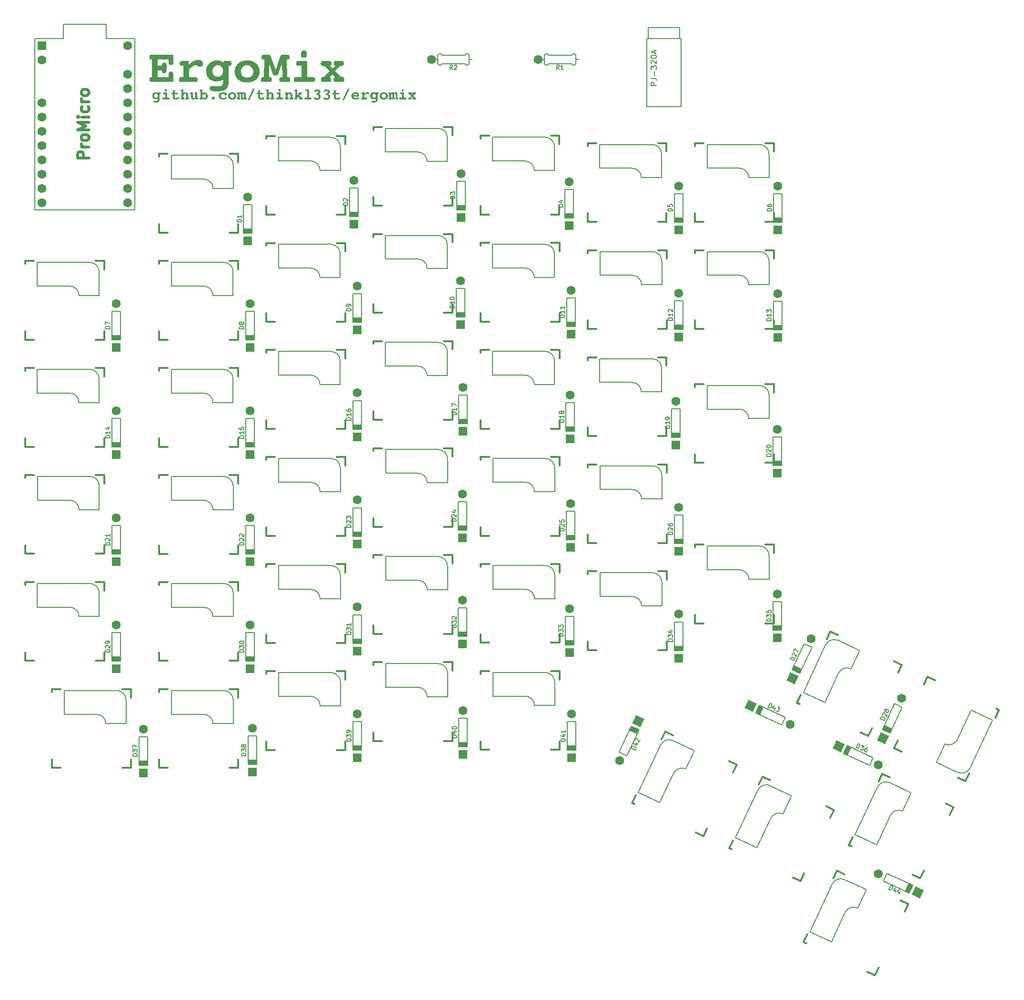
<source format=gto>
G04 #@! TF.GenerationSoftware,KiCad,Pcbnew,7.0.0*
G04 #@! TF.CreationDate,2023-03-24T12:17:37+00:00*
G04 #@! TF.ProjectId,ErgoMaxReversible,4572676f-4d61-4785-9265-766572736962,rev?*
G04 #@! TF.SameCoordinates,Original*
G04 #@! TF.FileFunction,Legend,Top*
G04 #@! TF.FilePolarity,Positive*
%FSLAX46Y46*%
G04 Gerber Fmt 4.6, Leading zero omitted, Abs format (unit mm)*
G04 Created by KiCad (PCBNEW 7.0.0) date 2023-03-24 12:17:37*
%MOMM*%
%LPD*%
G01*
G04 APERTURE LIST*
G04 Aperture macros list*
%AMRotRect*
0 Rectangle, with rotation*
0 The origin of the aperture is its center*
0 $1 length*
0 $2 width*
0 $3 Rotation angle, in degrees counterclockwise*
0 Add horizontal line*
21,1,$1,$2,0,0,$3*%
G04 Aperture macros list end*
%ADD10C,0.200000*%
%ADD11C,0.400000*%
%ADD12C,0.150000*%
%ADD13C,0.500000*%
%ADD14C,0.332000*%
%ADD15R,1.600000X1.600000*%
%ADD16C,1.600000*%
%ADD17RotRect,1.600000X1.600000X335.000000*%
%ADD18RotRect,1.600000X1.600000X155.000000*%
%ADD19RotRect,1.600000X1.600000X65.000000*%
%ADD20RotRect,1.600000X1.600000X245.000000*%
G04 APERTURE END LIST*
D10*
G36*
X143698365Y-38968958D02*
G01*
X140338072Y-38968958D01*
X140277107Y-38970454D01*
X140193006Y-38978480D01*
X140117727Y-38993780D01*
X140051277Y-39016730D01*
X139993664Y-39047708D01*
X139944894Y-39087090D01*
X139904975Y-39135253D01*
X139873915Y-39192574D01*
X139851720Y-39259429D01*
X139838397Y-39336196D01*
X139833955Y-39423250D01*
X139838139Y-39502555D01*
X139850580Y-39574690D01*
X139871111Y-39639517D01*
X139899566Y-39696898D01*
X139935777Y-39746697D01*
X139979579Y-39788775D01*
X140030805Y-39822994D01*
X140089288Y-39849217D01*
X140154861Y-39867307D01*
X140227358Y-39877125D01*
X140279454Y-39879007D01*
X140338072Y-39879007D01*
X140338072Y-42949140D01*
X140277487Y-42949140D01*
X140270661Y-42949140D01*
X140195889Y-42953288D01*
X140127510Y-42965629D01*
X140065733Y-42986013D01*
X140010769Y-43014287D01*
X139962827Y-43050298D01*
X139922119Y-43093895D01*
X139888853Y-43144925D01*
X139863241Y-43203236D01*
X139845492Y-43268677D01*
X139835816Y-43341094D01*
X139833955Y-43393173D01*
X139835929Y-43453562D01*
X139846293Y-43534874D01*
X139865531Y-43605504D01*
X139893637Y-43665953D01*
X139930604Y-43716720D01*
X139976424Y-43758305D01*
X140031090Y-43791208D01*
X140094596Y-43815929D01*
X140166932Y-43832968D01*
X140248094Y-43842825D01*
X140307100Y-43845653D01*
X140338072Y-43846000D01*
X143698365Y-43846000D01*
X143759923Y-43845088D01*
X143841366Y-43839972D01*
X143910513Y-43829719D01*
X143968242Y-43813612D01*
X144028969Y-43781791D01*
X144073032Y-43736587D01*
X144102512Y-43676300D01*
X144119484Y-43599231D01*
X144125257Y-43529393D01*
X144126279Y-43476704D01*
X144126279Y-42500710D01*
X144125077Y-42440069D01*
X144118455Y-42356614D01*
X144105442Y-42282128D01*
X144085358Y-42216568D01*
X144057522Y-42159890D01*
X144021252Y-42112052D01*
X143975869Y-42073008D01*
X143920690Y-42042717D01*
X143855035Y-42021134D01*
X143778223Y-42008216D01*
X143689573Y-42003920D01*
X143630715Y-42005732D01*
X143551287Y-42015324D01*
X143482096Y-42033321D01*
X143422700Y-42059895D01*
X143372658Y-42095222D01*
X143331527Y-42139474D01*
X143298865Y-42192827D01*
X143274231Y-42255452D01*
X143257182Y-42327525D01*
X143247277Y-42409220D01*
X143244424Y-42469114D01*
X143244074Y-42500710D01*
X143244074Y-42972587D01*
X141337514Y-42972587D01*
X141337514Y-41782636D01*
X142059984Y-41782636D01*
X142059984Y-41843361D01*
X142059984Y-41857374D01*
X142063762Y-41933513D01*
X142075063Y-42002029D01*
X142093836Y-42062953D01*
X142120031Y-42116314D01*
X142166413Y-42175745D01*
X142225778Y-42221849D01*
X142278750Y-42247724D01*
X142338907Y-42266170D01*
X142406197Y-42277216D01*
X142480570Y-42280891D01*
X142562693Y-42276559D01*
X142634615Y-42263542D01*
X142696800Y-42241812D01*
X142749711Y-42211339D01*
X142793812Y-42172096D01*
X142829567Y-42124052D01*
X142857439Y-42067178D01*
X142877892Y-42001447D01*
X142891391Y-41926828D01*
X142898397Y-41843294D01*
X142899691Y-41782636D01*
X142899691Y-40935602D01*
X142898299Y-40869911D01*
X142894047Y-40808568D01*
X142882064Y-40724670D01*
X142863019Y-40650469D01*
X142836536Y-40585913D01*
X142802238Y-40530952D01*
X142759749Y-40485536D01*
X142708691Y-40449612D01*
X142648688Y-40423131D01*
X142579363Y-40406042D01*
X142500339Y-40398294D01*
X142471778Y-40397779D01*
X142397404Y-40401959D01*
X142330114Y-40414529D01*
X142269957Y-40435533D01*
X142216986Y-40465013D01*
X142171249Y-40503013D01*
X142132799Y-40549576D01*
X142101685Y-40604747D01*
X142077959Y-40668568D01*
X142061671Y-40741083D01*
X142052872Y-40822336D01*
X142051191Y-40881380D01*
X142051191Y-40935602D01*
X141337514Y-40935602D01*
X141337514Y-39835043D01*
X143244074Y-39835043D01*
X143244074Y-40283473D01*
X143245390Y-40349005D01*
X143249452Y-40410401D01*
X143261063Y-40494716D01*
X143279807Y-40569656D01*
X143306254Y-40635177D01*
X143340977Y-40691237D01*
X143384549Y-40737791D01*
X143437541Y-40774796D01*
X143500527Y-40802208D01*
X143574079Y-40819985D01*
X143658769Y-40828083D01*
X143689573Y-40828623D01*
X143748573Y-40826558D01*
X143827770Y-40815676D01*
X143896294Y-40795376D01*
X143954693Y-40765570D01*
X144003519Y-40726172D01*
X144043324Y-40677094D01*
X144074656Y-40618250D01*
X144098067Y-40549553D01*
X144114107Y-40470916D01*
X144123328Y-40382252D01*
X144125958Y-40317529D01*
X144126279Y-40283473D01*
X144126279Y-39347046D01*
X144123930Y-39270000D01*
X144116300Y-39203318D01*
X144096395Y-39129482D01*
X144063465Y-39071547D01*
X144015430Y-39028073D01*
X143950214Y-38997616D01*
X143888776Y-38982449D01*
X143815628Y-38973183D01*
X143729892Y-38969211D01*
X143698365Y-38968958D01*
G37*
G36*
X146937025Y-42947674D02*
G01*
X146937025Y-41593592D01*
X146980805Y-41548542D01*
X147023942Y-41504894D01*
X147066439Y-41462650D01*
X147149520Y-41382378D01*
X147230062Y-41307742D01*
X147308082Y-41238757D01*
X147383592Y-41175439D01*
X147456609Y-41117802D01*
X147527148Y-41065860D01*
X147595224Y-41019630D01*
X147660852Y-40979127D01*
X147724046Y-40944364D01*
X147784822Y-40915358D01*
X147843194Y-40892123D01*
X147899179Y-40874675D01*
X147978711Y-40859384D01*
X148028791Y-40856467D01*
X148092765Y-40863241D01*
X148157275Y-40881757D01*
X148222858Y-40909305D01*
X148290049Y-40943175D01*
X148359384Y-40980658D01*
X148431400Y-41019045D01*
X148506633Y-41055625D01*
X148585619Y-41087689D01*
X148668894Y-41112527D01*
X148727058Y-41123733D01*
X148787525Y-41129721D01*
X148818672Y-41130508D01*
X148880477Y-41127845D01*
X148939896Y-41119995D01*
X149024070Y-41098936D01*
X149101633Y-41067351D01*
X149171841Y-41025927D01*
X149233946Y-40975352D01*
X149287203Y-40916316D01*
X149330865Y-40849505D01*
X149364186Y-40775609D01*
X149386420Y-40695315D01*
X149396820Y-40609313D01*
X149397528Y-40579496D01*
X149393821Y-40506978D01*
X149382779Y-40437412D01*
X149364520Y-40371036D01*
X149339161Y-40308088D01*
X149306822Y-40248807D01*
X149267620Y-40193431D01*
X149221673Y-40142197D01*
X149169100Y-40095345D01*
X149110017Y-40053113D01*
X149044544Y-40015738D01*
X148972799Y-39983460D01*
X148894899Y-39956516D01*
X148810963Y-39935145D01*
X148721108Y-39919585D01*
X148625453Y-39910074D01*
X148524115Y-39906851D01*
X148464035Y-39907714D01*
X148404938Y-39910304D01*
X148289502Y-39920673D01*
X148177428Y-39937966D01*
X148068335Y-39962195D01*
X147961845Y-39993370D01*
X147857576Y-40031503D01*
X147755149Y-40076605D01*
X147654183Y-40128684D01*
X147554300Y-40187754D01*
X147504646Y-40219913D01*
X147455119Y-40253824D01*
X147405673Y-40289487D01*
X147356260Y-40326904D01*
X147306832Y-40366077D01*
X147257342Y-40407007D01*
X147207743Y-40449695D01*
X147157987Y-40494142D01*
X147108027Y-40540350D01*
X147057814Y-40588320D01*
X147007302Y-40638054D01*
X146956443Y-40689552D01*
X146905190Y-40742817D01*
X146853494Y-40797849D01*
X146853494Y-40192615D01*
X146812688Y-40143945D01*
X146758540Y-40117382D01*
X146695380Y-40100853D01*
X146631513Y-40094624D01*
X146617556Y-40094429D01*
X145744143Y-40094429D01*
X145681631Y-40095649D01*
X145595566Y-40102378D01*
X145518715Y-40115610D01*
X145451041Y-40136048D01*
X145392507Y-40164396D01*
X145343078Y-40201356D01*
X145302717Y-40247630D01*
X145271389Y-40303921D01*
X145249056Y-40370933D01*
X145235683Y-40449368D01*
X145231727Y-40508351D01*
X145231233Y-40539928D01*
X145233210Y-40601783D01*
X145243605Y-40684659D01*
X145262947Y-40756198D01*
X145291273Y-40817013D01*
X145328619Y-40867722D01*
X145375021Y-40908940D01*
X145430515Y-40941283D01*
X145495139Y-40965367D01*
X145568927Y-40981807D01*
X145651917Y-40991219D01*
X145712372Y-40993894D01*
X145744143Y-40994220D01*
X145919998Y-40994220D01*
X145919998Y-42947674D01*
X145609321Y-42947674D01*
X145546726Y-42948894D01*
X145488092Y-42952692D01*
X145407590Y-42963678D01*
X145336060Y-42981636D01*
X145273537Y-43007270D01*
X145220059Y-43041280D01*
X145175662Y-43084372D01*
X145140380Y-43137246D01*
X145114252Y-43200606D01*
X145097313Y-43275155D01*
X145089599Y-43361596D01*
X145089084Y-43393173D01*
X145091143Y-43455011D01*
X145101936Y-43537808D01*
X145121942Y-43609214D01*
X145151126Y-43669858D01*
X145189450Y-43720371D01*
X145236878Y-43761384D01*
X145293375Y-43793526D01*
X145358904Y-43817429D01*
X145433429Y-43833722D01*
X145516913Y-43843035D01*
X145577529Y-43845678D01*
X145609321Y-43846000D01*
X147902762Y-43846000D01*
X147965274Y-43844698D01*
X148051339Y-43837570D01*
X148128190Y-43823674D01*
X148195864Y-43802378D01*
X148254398Y-43773053D01*
X148303827Y-43735067D01*
X148344188Y-43687790D01*
X148375516Y-43630593D01*
X148397849Y-43562845D01*
X148411222Y-43483915D01*
X148415178Y-43424772D01*
X148415672Y-43393173D01*
X148413695Y-43331418D01*
X148403300Y-43249019D01*
X148383958Y-43178278D01*
X148355632Y-43118491D01*
X148318286Y-43068956D01*
X148271884Y-43028969D01*
X148216389Y-42997829D01*
X148151766Y-42974832D01*
X148077978Y-42959276D01*
X147994988Y-42950458D01*
X147934532Y-42947975D01*
X147902762Y-42947674D01*
X146937025Y-42947674D01*
G37*
G36*
X151970127Y-40002430D02*
G01*
X152057498Y-40007813D01*
X152142165Y-40016811D01*
X152224166Y-40029446D01*
X152303539Y-40045738D01*
X152380323Y-40065710D01*
X152454556Y-40089383D01*
X152526279Y-40116778D01*
X152595528Y-40147916D01*
X152662343Y-40182820D01*
X152726762Y-40221511D01*
X152788825Y-40264010D01*
X152848568Y-40310339D01*
X152906032Y-40360519D01*
X152961255Y-40414571D01*
X153014276Y-40472517D01*
X153014276Y-40262957D01*
X153025292Y-40198856D01*
X153058647Y-40149375D01*
X153114801Y-40115252D01*
X153181429Y-40098785D01*
X153250215Y-40094429D01*
X153921394Y-40094429D01*
X153953165Y-40094730D01*
X154013621Y-40097213D01*
X154096610Y-40106031D01*
X154170398Y-40121587D01*
X154235022Y-40144584D01*
X154290516Y-40175724D01*
X154336919Y-40215711D01*
X154374265Y-40265246D01*
X154402590Y-40325033D01*
X154421933Y-40395774D01*
X154432327Y-40478173D01*
X154434304Y-40539928D01*
X154432537Y-40593572D01*
X154423276Y-40668032D01*
X154406117Y-40735178D01*
X154381094Y-40794885D01*
X154348244Y-40847031D01*
X154307603Y-40891492D01*
X154259207Y-40928146D01*
X154203094Y-40956868D01*
X154139298Y-40977537D01*
X154067856Y-40990029D01*
X153988805Y-40994220D01*
X153982014Y-40994220D01*
X153921394Y-40994220D01*
X153921394Y-43816690D01*
X153919593Y-43926557D01*
X153914162Y-44032511D01*
X153905061Y-44134582D01*
X153892251Y-44232797D01*
X153875690Y-44327186D01*
X153855339Y-44417777D01*
X153831157Y-44504599D01*
X153803104Y-44587681D01*
X153771140Y-44667051D01*
X153735224Y-44742739D01*
X153695317Y-44814772D01*
X153651378Y-44883180D01*
X153603366Y-44947991D01*
X153551242Y-45009234D01*
X153494965Y-45066937D01*
X153434496Y-45121130D01*
X153369793Y-45171842D01*
X153300816Y-45219100D01*
X153227526Y-45262933D01*
X153149882Y-45303371D01*
X153067844Y-45340442D01*
X152981371Y-45374174D01*
X152890424Y-45404597D01*
X152794961Y-45431739D01*
X152694943Y-45455628D01*
X152590330Y-45476294D01*
X152481081Y-45493766D01*
X152367156Y-45508071D01*
X152248515Y-45519239D01*
X152125118Y-45527298D01*
X151996923Y-45532278D01*
X151863892Y-45534206D01*
X151782562Y-45533715D01*
X151703977Y-45532238D01*
X151628127Y-45529765D01*
X151555001Y-45526289D01*
X151484589Y-45521802D01*
X151416879Y-45516296D01*
X151351861Y-45509763D01*
X151289525Y-45502195D01*
X151172852Y-45483920D01*
X151066775Y-45461408D01*
X150971208Y-45434594D01*
X150886066Y-45403414D01*
X150811262Y-45367803D01*
X150746710Y-45327697D01*
X150692325Y-45283031D01*
X150648021Y-45233742D01*
X150613711Y-45179764D01*
X150589311Y-45121033D01*
X150574734Y-45057485D01*
X150569894Y-44989056D01*
X150571858Y-44941082D01*
X150582069Y-44872873D01*
X150600805Y-44809629D01*
X150627849Y-44751872D01*
X150662984Y-44700123D01*
X150705991Y-44654905D01*
X150756653Y-44616738D01*
X150814754Y-44586145D01*
X150880076Y-44563647D01*
X150952401Y-44549766D01*
X151031512Y-44545023D01*
X151064497Y-44545862D01*
X151139002Y-44551920D01*
X151202637Y-44559433D01*
X151273193Y-44568670D01*
X151350916Y-44578893D01*
X151436054Y-44589362D01*
X151497053Y-44596113D01*
X151561529Y-44602427D01*
X151629556Y-44608083D01*
X151701207Y-44612864D01*
X151776554Y-44616549D01*
X151855671Y-44618921D01*
X151938630Y-44619761D01*
X152008103Y-44619065D01*
X152074765Y-44616938D01*
X152138655Y-44613326D01*
X152199814Y-44608172D01*
X152258281Y-44601419D01*
X152367297Y-44582895D01*
X152466023Y-44557305D01*
X152554775Y-44524201D01*
X152633871Y-44483134D01*
X152703630Y-44433655D01*
X152764368Y-44375316D01*
X152816403Y-44307667D01*
X152860054Y-44230261D01*
X152895637Y-44142649D01*
X152923471Y-44044382D01*
X152943874Y-43935011D01*
X152951387Y-43876021D01*
X152957162Y-43814088D01*
X152961238Y-43749154D01*
X152963654Y-43681164D01*
X152964450Y-43610061D01*
X152962048Y-43549254D01*
X152957697Y-43486303D01*
X152955658Y-43425413D01*
X152886402Y-43465067D01*
X152817072Y-43502147D01*
X152747591Y-43536655D01*
X152677885Y-43568593D01*
X152607878Y-43597964D01*
X152537496Y-43624770D01*
X152466663Y-43649013D01*
X152395303Y-43670694D01*
X152323343Y-43689817D01*
X152250707Y-43706383D01*
X152177319Y-43720395D01*
X152103105Y-43731854D01*
X152027989Y-43740763D01*
X151951897Y-43747124D01*
X151874752Y-43750939D01*
X151796481Y-43752210D01*
X151694300Y-43749987D01*
X151594164Y-43743372D01*
X151496151Y-43732448D01*
X151400341Y-43717297D01*
X151306812Y-43698000D01*
X151215642Y-43674640D01*
X151126910Y-43647300D01*
X151040694Y-43616060D01*
X150957075Y-43581004D01*
X150876129Y-43542213D01*
X150797935Y-43499769D01*
X150722573Y-43453755D01*
X150650121Y-43404253D01*
X150580657Y-43351344D01*
X150514260Y-43295111D01*
X150451008Y-43235637D01*
X150390981Y-43173002D01*
X150334257Y-43107290D01*
X150280915Y-43038582D01*
X150231032Y-42966960D01*
X150184689Y-42892507D01*
X150141963Y-42815304D01*
X150102932Y-42735435D01*
X150067677Y-42652980D01*
X150036275Y-42568022D01*
X150008804Y-42480644D01*
X149985344Y-42390926D01*
X149965973Y-42298952D01*
X149950770Y-42204803D01*
X149939814Y-42108562D01*
X149933182Y-42010310D01*
X149930954Y-41910131D01*
X149931124Y-41902803D01*
X151065218Y-41902803D01*
X151069793Y-42012872D01*
X151083270Y-42118609D01*
X151105278Y-42219632D01*
X151135445Y-42315559D01*
X151173401Y-42406007D01*
X151218773Y-42490595D01*
X151271191Y-42568940D01*
X151330283Y-42640661D01*
X151395677Y-42705375D01*
X151467002Y-42762700D01*
X151543888Y-42812255D01*
X151625961Y-42853656D01*
X151712852Y-42886522D01*
X151804189Y-42910471D01*
X151899600Y-42925121D01*
X151998714Y-42930089D01*
X152097570Y-42925121D01*
X152192756Y-42910471D01*
X152283897Y-42886522D01*
X152370620Y-42853656D01*
X152452551Y-42812255D01*
X152529318Y-42762700D01*
X152600547Y-42705375D01*
X152665864Y-42640661D01*
X152724895Y-42568940D01*
X152777267Y-42490595D01*
X152822607Y-42406007D01*
X152860540Y-42315559D01*
X152890695Y-42219632D01*
X152912696Y-42118609D01*
X152926170Y-42012872D01*
X152930745Y-41902803D01*
X152926170Y-41791187D01*
X152912696Y-41684095D01*
X152890695Y-41581898D01*
X152860540Y-41484965D01*
X152822607Y-41393664D01*
X152777267Y-41308366D01*
X152724895Y-41229439D01*
X152665864Y-41157252D01*
X152600547Y-41092175D01*
X152529318Y-41034577D01*
X152452551Y-40984828D01*
X152370620Y-40943295D01*
X152283897Y-40910350D01*
X152192756Y-40886360D01*
X152097570Y-40871695D01*
X151998714Y-40866725D01*
X151899600Y-40871695D01*
X151804189Y-40886360D01*
X151712852Y-40910350D01*
X151625961Y-40943295D01*
X151543888Y-40984828D01*
X151467002Y-41034577D01*
X151395677Y-41092175D01*
X151330283Y-41157252D01*
X151271191Y-41229439D01*
X151218773Y-41308366D01*
X151173401Y-41393664D01*
X151135445Y-41484965D01*
X151105278Y-41581898D01*
X151083270Y-41684095D01*
X151069793Y-41791187D01*
X151065218Y-41902803D01*
X149931124Y-41902803D01*
X149933326Y-41807695D01*
X149940382Y-41707078D01*
X149952030Y-41608376D01*
X149968180Y-41511681D01*
X149988742Y-41417088D01*
X150013624Y-41324690D01*
X150042737Y-41234582D01*
X150075989Y-41146857D01*
X150113289Y-41061609D01*
X150154547Y-40978932D01*
X150199673Y-40898921D01*
X150248575Y-40821668D01*
X150301163Y-40747269D01*
X150357346Y-40675816D01*
X150417033Y-40607404D01*
X150480134Y-40542127D01*
X150546558Y-40480078D01*
X150616215Y-40421352D01*
X150689013Y-40366042D01*
X150764862Y-40314242D01*
X150843672Y-40266047D01*
X150925351Y-40221550D01*
X151009808Y-40180845D01*
X151096954Y-40144026D01*
X151186698Y-40111187D01*
X151278948Y-40082422D01*
X151373614Y-40057824D01*
X151470606Y-40037488D01*
X151569832Y-40021508D01*
X151671202Y-40009977D01*
X151774626Y-40002990D01*
X151880012Y-40000640D01*
X151970127Y-40002430D01*
G37*
G36*
X157353656Y-40003133D02*
G01*
X157476917Y-40010539D01*
X157597177Y-40022748D01*
X157714366Y-40039649D01*
X157828414Y-40061132D01*
X157939249Y-40087087D01*
X158046801Y-40117404D01*
X158151001Y-40151971D01*
X158251776Y-40190680D01*
X158349057Y-40233419D01*
X158442772Y-40280079D01*
X158532852Y-40330548D01*
X158619226Y-40384718D01*
X158701823Y-40442476D01*
X158780573Y-40503715D01*
X158855405Y-40568322D01*
X158926248Y-40636187D01*
X158993032Y-40707201D01*
X159055687Y-40781253D01*
X159114141Y-40858233D01*
X159168324Y-40938030D01*
X159218166Y-41020535D01*
X159263597Y-41105636D01*
X159304544Y-41193225D01*
X159340939Y-41283189D01*
X159372710Y-41375420D01*
X159399787Y-41469806D01*
X159422099Y-41566238D01*
X159439575Y-41664605D01*
X159452146Y-41764797D01*
X159459740Y-41866703D01*
X159462287Y-41970214D01*
X159459740Y-42073854D01*
X159452146Y-42175874D01*
X159439575Y-42276163D01*
X159422099Y-42374612D01*
X159399787Y-42471112D01*
X159372710Y-42565554D01*
X159340939Y-42657827D01*
X159304544Y-42747823D01*
X159263597Y-42835431D01*
X159218166Y-42920543D01*
X159168324Y-43003049D01*
X159114141Y-43082840D01*
X159055687Y-43159805D01*
X158993032Y-43233836D01*
X158926248Y-43304823D01*
X158855405Y-43372657D01*
X158780573Y-43437227D01*
X158701823Y-43498426D01*
X158619226Y-43556142D01*
X158532852Y-43610267D01*
X158442772Y-43660691D01*
X158349057Y-43707305D01*
X158251776Y-43749999D01*
X158151001Y-43788663D01*
X158046801Y-43823189D01*
X157939249Y-43853467D01*
X157828414Y-43879387D01*
X157714366Y-43900840D01*
X157597177Y-43917716D01*
X157476917Y-43929906D01*
X157353656Y-43937300D01*
X157227465Y-43939789D01*
X157101249Y-43937300D01*
X156977915Y-43929906D01*
X156857536Y-43917716D01*
X156740186Y-43900840D01*
X156625940Y-43879387D01*
X156514870Y-43853467D01*
X156407050Y-43823189D01*
X156302556Y-43788663D01*
X156201459Y-43749999D01*
X156103834Y-43707305D01*
X156009755Y-43660691D01*
X155919296Y-43610267D01*
X155832529Y-43556142D01*
X155749530Y-43498426D01*
X155670372Y-43437227D01*
X155595129Y-43372657D01*
X155523874Y-43304823D01*
X155456682Y-43233836D01*
X155393625Y-43159805D01*
X155334779Y-43082840D01*
X155280216Y-43003049D01*
X155230010Y-42920543D01*
X155184236Y-42835431D01*
X155142967Y-42747823D01*
X155106277Y-42657827D01*
X155074239Y-42565554D01*
X155046928Y-42471112D01*
X155024416Y-42374612D01*
X155006779Y-42276163D01*
X154994090Y-42175874D01*
X154986423Y-42073854D01*
X154983850Y-41970214D01*
X154984032Y-41962887D01*
X156126907Y-41962887D01*
X156128250Y-42022551D01*
X156138844Y-42138646D01*
X156159632Y-42250065D01*
X156190198Y-42356371D01*
X156230126Y-42457126D01*
X156278999Y-42551892D01*
X156336401Y-42640230D01*
X156401915Y-42721704D01*
X156475124Y-42795874D01*
X156555614Y-42862304D01*
X156642965Y-42920555D01*
X156736764Y-42970189D01*
X156836592Y-43010769D01*
X156942034Y-43041856D01*
X157052673Y-43063012D01*
X157168093Y-43073800D01*
X157227465Y-43075169D01*
X157287457Y-43073779D01*
X157403732Y-43062837D01*
X157514764Y-43041403D01*
X157620195Y-43009947D01*
X157719665Y-42968939D01*
X157812816Y-42918850D01*
X157899290Y-42860150D01*
X157978729Y-42793309D01*
X158050773Y-42718796D01*
X158115065Y-42637082D01*
X158171245Y-42548638D01*
X158218956Y-42453932D01*
X158257839Y-42353437D01*
X158287535Y-42247620D01*
X158307686Y-42136953D01*
X158317933Y-42021906D01*
X158319231Y-41962887D01*
X158314166Y-41846007D01*
X158299186Y-41733603D01*
X158274611Y-41626098D01*
X158240760Y-41523914D01*
X158197953Y-41427475D01*
X158146510Y-41337203D01*
X158086751Y-41253521D01*
X158018995Y-41176853D01*
X157943563Y-41107620D01*
X157860774Y-41046247D01*
X157770949Y-40993155D01*
X157674407Y-40948768D01*
X157571467Y-40913509D01*
X157462451Y-40887800D01*
X157347677Y-40872064D01*
X157288230Y-40868069D01*
X157227465Y-40866725D01*
X157167448Y-40868069D01*
X157050981Y-40878659D01*
X156939589Y-40899434D01*
X156833657Y-40929971D01*
X156733570Y-40969847D01*
X156639711Y-41018639D01*
X156552465Y-41075925D01*
X156472216Y-41141280D01*
X156399349Y-41214284D01*
X156334247Y-41294512D01*
X156277295Y-41381541D01*
X156228876Y-41474950D01*
X156189377Y-41574314D01*
X156159179Y-41679212D01*
X156138669Y-41789219D01*
X156128230Y-41903914D01*
X156126907Y-41962887D01*
X154984032Y-41962887D01*
X154986423Y-41866703D01*
X154994090Y-41764797D01*
X155006779Y-41664605D01*
X155024416Y-41566238D01*
X155046928Y-41469806D01*
X155074239Y-41375420D01*
X155106277Y-41283189D01*
X155142967Y-41193225D01*
X155184236Y-41105636D01*
X155230010Y-41020535D01*
X155280216Y-40938030D01*
X155334779Y-40858233D01*
X155393625Y-40781253D01*
X155456682Y-40707201D01*
X155523874Y-40636187D01*
X155595129Y-40568322D01*
X155670372Y-40503715D01*
X155749530Y-40442476D01*
X155832529Y-40384718D01*
X155919296Y-40330548D01*
X156009755Y-40280079D01*
X156103834Y-40233419D01*
X156201459Y-40190680D01*
X156302556Y-40151971D01*
X156407050Y-40117404D01*
X156514870Y-40087087D01*
X156625940Y-40061132D01*
X156740186Y-40039649D01*
X156857536Y-40022748D01*
X156977915Y-40010539D01*
X157101249Y-40003133D01*
X157227465Y-40000640D01*
X157353656Y-40003133D01*
G37*
G36*
X163070242Y-39407130D02*
G01*
X162289154Y-41741603D01*
X161481687Y-39407130D01*
X161460734Y-39350770D01*
X161426812Y-39274215D01*
X161389569Y-39206981D01*
X161348636Y-39148768D01*
X161303644Y-39099281D01*
X161254222Y-39058223D01*
X161200001Y-39025295D01*
X161140613Y-39000202D01*
X161075687Y-38982647D01*
X161004854Y-38972331D01*
X160927744Y-38968958D01*
X160288805Y-38968958D01*
X160225002Y-38970373D01*
X160165472Y-38974714D01*
X160084139Y-38987026D01*
X160012296Y-39006731D01*
X159949873Y-39034313D01*
X159896795Y-39070258D01*
X159852991Y-39115052D01*
X159818388Y-39169180D01*
X159792914Y-39233127D01*
X159776496Y-39307379D01*
X159769062Y-39392421D01*
X159768568Y-39423250D01*
X159772759Y-39502519D01*
X159785250Y-39574555D01*
X159805919Y-39639234D01*
X159834642Y-39696435D01*
X159871296Y-39746033D01*
X159915757Y-39787905D01*
X159967903Y-39821929D01*
X160027610Y-39847981D01*
X160094755Y-39865937D01*
X160169216Y-39875676D01*
X160222859Y-39877542D01*
X160282016Y-39877542D01*
X160288805Y-39877542D01*
X160171568Y-42947674D01*
X160112909Y-42947674D01*
X160104157Y-42947674D01*
X160025444Y-42951648D01*
X159954208Y-42963546D01*
X159890507Y-42983331D01*
X159834399Y-43010967D01*
X159785941Y-43046418D01*
X159745192Y-43089647D01*
X159712209Y-43140619D01*
X159687052Y-43199298D01*
X159669776Y-43265646D01*
X159660441Y-43339629D01*
X159658658Y-43393173D01*
X159660635Y-43455011D01*
X159671030Y-43537808D01*
X159690372Y-43609214D01*
X159718698Y-43669858D01*
X159756044Y-43720371D01*
X159802446Y-43761384D01*
X159857940Y-43793526D01*
X159922564Y-43817429D01*
X159996352Y-43833722D01*
X160079342Y-43843035D01*
X160139797Y-43845678D01*
X160171568Y-43846000D01*
X161096272Y-43846000D01*
X161158768Y-43844698D01*
X161244753Y-43837570D01*
X161321471Y-43823674D01*
X161388974Y-43802378D01*
X161447312Y-43773053D01*
X161496536Y-43735067D01*
X161536696Y-43687790D01*
X161567843Y-43630593D01*
X161590029Y-43562845D01*
X161603303Y-43483915D01*
X161607227Y-43424772D01*
X161607716Y-43393173D01*
X161603744Y-43314122D01*
X161591855Y-43242680D01*
X161572093Y-43178884D01*
X161544501Y-43122771D01*
X161509124Y-43074375D01*
X161466004Y-43033734D01*
X161415185Y-43000884D01*
X161356711Y-42975861D01*
X161290624Y-42958702D01*
X161216969Y-42949441D01*
X161163683Y-42947674D01*
X161103272Y-42947674D01*
X161096272Y-42947674D01*
X161154890Y-40434415D01*
X161751331Y-42307270D01*
X161779108Y-42383058D01*
X161810643Y-42449899D01*
X161846139Y-42508119D01*
X161885798Y-42558043D01*
X161929824Y-42599998D01*
X161978418Y-42634309D01*
X162031785Y-42661302D01*
X162090126Y-42681305D01*
X162153646Y-42694641D01*
X162222546Y-42701639D01*
X162271568Y-42702943D01*
X162344543Y-42699991D01*
X162411931Y-42690916D01*
X162473944Y-42675394D01*
X162530791Y-42653097D01*
X162582683Y-42623701D01*
X162629829Y-42586878D01*
X162672439Y-42542303D01*
X162710725Y-42489650D01*
X162744895Y-42428593D01*
X162775160Y-42358806D01*
X162793271Y-42307270D01*
X163397039Y-40434415D01*
X163455658Y-42947674D01*
X163396152Y-42947674D01*
X163389712Y-42947674D01*
X163310661Y-42951648D01*
X163239219Y-42963546D01*
X163175423Y-42983331D01*
X163119309Y-43010967D01*
X163070914Y-43046418D01*
X163030273Y-43089647D01*
X162997423Y-43140619D01*
X162972400Y-43199298D01*
X162955240Y-43265646D01*
X162945980Y-43339629D01*
X162944213Y-43393173D01*
X162946173Y-43455011D01*
X162956488Y-43537808D01*
X162975698Y-43609214D01*
X163003852Y-43669858D01*
X163041002Y-43720371D01*
X163087199Y-43761384D01*
X163142493Y-43793526D01*
X163206936Y-43817429D01*
X163280577Y-43833722D01*
X163363467Y-43843035D01*
X163423891Y-43845678D01*
X163455658Y-43846000D01*
X164380361Y-43846000D01*
X164442874Y-43844698D01*
X164528938Y-43837570D01*
X164605790Y-43823674D01*
X164673464Y-43802378D01*
X164731997Y-43773053D01*
X164781426Y-43735067D01*
X164821787Y-43687790D01*
X164853116Y-43630593D01*
X164875448Y-43562845D01*
X164888821Y-43483915D01*
X164892777Y-43424772D01*
X164893271Y-43393173D01*
X164889297Y-43314122D01*
X164877400Y-43242680D01*
X164857615Y-43178884D01*
X164829979Y-43122771D01*
X164794528Y-43074375D01*
X164751298Y-43033734D01*
X164700326Y-43000884D01*
X164641647Y-42975861D01*
X164575299Y-42958702D01*
X164501317Y-42949441D01*
X164447772Y-42947674D01*
X164387362Y-42947674D01*
X164380361Y-42947674D01*
X164263124Y-39877542D01*
X164323371Y-39877542D01*
X164330536Y-39877542D01*
X164409430Y-39873350D01*
X164481161Y-39860859D01*
X164545598Y-39840190D01*
X164602613Y-39811467D01*
X164652072Y-39774814D01*
X164693848Y-39730352D01*
X164727808Y-39678207D01*
X164753824Y-39618499D01*
X164771763Y-39551354D01*
X164781496Y-39476893D01*
X164783362Y-39423250D01*
X164781399Y-39362845D01*
X164771053Y-39281453D01*
X164751740Y-39210690D01*
X164723366Y-39150070D01*
X164685836Y-39099107D01*
X164639057Y-39057317D01*
X164582935Y-39024214D01*
X164517374Y-38999311D01*
X164442282Y-38982125D01*
X164357563Y-38972169D01*
X164295690Y-38969309D01*
X164263124Y-38968958D01*
X163624185Y-38968958D01*
X163547075Y-38972331D01*
X163476242Y-38982647D01*
X163411316Y-39000202D01*
X163351928Y-39025295D01*
X163297708Y-39058223D01*
X163248286Y-39099281D01*
X163203293Y-39148768D01*
X163162360Y-39206981D01*
X163125117Y-39274215D01*
X163091195Y-39350770D01*
X163070242Y-39407130D01*
G37*
G36*
X166804227Y-39036369D02*
G01*
X166805364Y-39111243D01*
X166808998Y-39178407D01*
X166815462Y-39238260D01*
X166831189Y-39315199D01*
X166855155Y-39377921D01*
X166888480Y-39427766D01*
X166949416Y-39476513D01*
X167008951Y-39501524D01*
X167081589Y-39518127D01*
X167168453Y-39527661D01*
X167234821Y-39530752D01*
X167308344Y-39531694D01*
X167390078Y-39530528D01*
X167462541Y-39526694D01*
X167526283Y-39519686D01*
X167606755Y-39502123D01*
X167670710Y-39474584D01*
X167720011Y-39435366D01*
X167756520Y-39382766D01*
X167782098Y-39315082D01*
X167798608Y-39230611D01*
X167805497Y-39164131D01*
X167809734Y-39088928D01*
X167811872Y-39004500D01*
X167812462Y-38910340D01*
X167811873Y-38818601D01*
X167809748Y-38734975D01*
X167805545Y-38659158D01*
X167798723Y-38590848D01*
X167788741Y-38529742D01*
X167766660Y-38450929D01*
X167734426Y-38386622D01*
X167690214Y-38335801D01*
X167632197Y-38297444D01*
X167558551Y-38270530D01*
X167499869Y-38258439D01*
X167432888Y-38250677D01*
X167357066Y-38246941D01*
X167315672Y-38246488D01*
X167237961Y-38248162D01*
X167168313Y-38253561D01*
X167106307Y-38263248D01*
X167026707Y-38287056D01*
X166961935Y-38323691D01*
X166910572Y-38375056D01*
X166871196Y-38443059D01*
X166850904Y-38498578D01*
X166834889Y-38562903D01*
X166822728Y-38636597D01*
X166814003Y-38720227D01*
X166808291Y-38814355D01*
X166805173Y-38919548D01*
X166804227Y-39036369D01*
G37*
G36*
X167668847Y-40094429D02*
G01*
X166434932Y-40094429D01*
X166372419Y-40095649D01*
X166286355Y-40102378D01*
X166209503Y-40115610D01*
X166141829Y-40136048D01*
X166083296Y-40164396D01*
X166033867Y-40201356D01*
X165993506Y-40247630D01*
X165962177Y-40303921D01*
X165939845Y-40370933D01*
X165926472Y-40449368D01*
X165922516Y-40508351D01*
X165922022Y-40539928D01*
X165923999Y-40601783D01*
X165934393Y-40684659D01*
X165953735Y-40756198D01*
X165982061Y-40817013D01*
X166019407Y-40867722D01*
X166065809Y-40908940D01*
X166121304Y-40941283D01*
X166185927Y-40965367D01*
X166259716Y-40981807D01*
X166342705Y-40991219D01*
X166403161Y-40993894D01*
X166434932Y-40994220D01*
X166896551Y-40994220D01*
X166896551Y-42947674D01*
X166014346Y-42947674D01*
X165951751Y-42948894D01*
X165893116Y-42952692D01*
X165812614Y-42963678D01*
X165741084Y-42981636D01*
X165678562Y-43007270D01*
X165625084Y-43041280D01*
X165580686Y-43084372D01*
X165545405Y-43137246D01*
X165519277Y-43200606D01*
X165502337Y-43275155D01*
X165494623Y-43361596D01*
X165494108Y-43393173D01*
X165496167Y-43455011D01*
X165506960Y-43537808D01*
X165526967Y-43609214D01*
X165556150Y-43669858D01*
X165594474Y-43720371D01*
X165641903Y-43761384D01*
X165698399Y-43793526D01*
X165763928Y-43817429D01*
X165838453Y-43833722D01*
X165921938Y-43843035D01*
X165982554Y-43845678D01*
X166014346Y-43846000D01*
X168786991Y-43846000D01*
X168849585Y-43844698D01*
X168908220Y-43840667D01*
X168988722Y-43829097D01*
X169060252Y-43810338D01*
X169122774Y-43783759D01*
X169176253Y-43748730D01*
X169220650Y-43704620D01*
X169255931Y-43650800D01*
X169282060Y-43586639D01*
X169298999Y-43511506D01*
X169306713Y-43424772D01*
X169307228Y-43393173D01*
X169305169Y-43331418D01*
X169294376Y-43249019D01*
X169274369Y-43178278D01*
X169245186Y-43118491D01*
X169206862Y-43068956D01*
X169159434Y-43028969D01*
X169102937Y-42997829D01*
X169037408Y-42974832D01*
X168962883Y-42959276D01*
X168879398Y-42950458D01*
X168818782Y-42947975D01*
X168786991Y-42947674D01*
X167904785Y-42947674D01*
X167904785Y-40271750D01*
X167892783Y-40205983D01*
X167857574Y-40153983D01*
X167800355Y-40117314D01*
X167734698Y-40099272D01*
X167668847Y-40094429D01*
G37*
G36*
X173939538Y-42938882D02*
G01*
X172915183Y-41908665D01*
X173772476Y-40994220D01*
X173835253Y-41000866D01*
X173893857Y-41002875D01*
X173932210Y-41003013D01*
X174017813Y-40999207D01*
X174094930Y-40987711D01*
X174163574Y-40968411D01*
X174223762Y-40941189D01*
X174275506Y-40905930D01*
X174318823Y-40862518D01*
X174353725Y-40810837D01*
X174380228Y-40750771D01*
X174398346Y-40682204D01*
X174408094Y-40605021D01*
X174409949Y-40548721D01*
X174408086Y-40488316D01*
X174398218Y-40406924D01*
X174379701Y-40336161D01*
X174352356Y-40275541D01*
X174316000Y-40224578D01*
X174270453Y-40182788D01*
X174215533Y-40149685D01*
X174151059Y-40124782D01*
X174076851Y-40107596D01*
X173992726Y-40097640D01*
X173931045Y-40094780D01*
X173898505Y-40094429D01*
X173025092Y-40094429D01*
X172950598Y-40098228D01*
X172883696Y-40109673D01*
X172824329Y-40128836D01*
X172756793Y-40166518D01*
X172702412Y-40218222D01*
X172661049Y-40284120D01*
X172638486Y-40342962D01*
X172623111Y-40409956D01*
X172614865Y-40485176D01*
X172613299Y-40539928D01*
X172615509Y-40607497D01*
X172622167Y-40668419D01*
X172638039Y-40739311D01*
X172662000Y-40798387D01*
X172703483Y-40855617D01*
X172757967Y-40894386D01*
X172825653Y-40914693D01*
X172872685Y-40918016D01*
X172402273Y-41422133D01*
X171965567Y-40918016D01*
X172027686Y-40912109D01*
X172093153Y-40888109D01*
X172145303Y-40845648D01*
X172184373Y-40784725D01*
X172206368Y-40722695D01*
X172220261Y-40648850D01*
X172225437Y-40585712D01*
X172226418Y-40539928D01*
X172222857Y-40459184D01*
X172212150Y-40386714D01*
X172194261Y-40322446D01*
X172169154Y-40266306D01*
X172124386Y-40203972D01*
X172066635Y-40155790D01*
X171995815Y-40121586D01*
X171934072Y-40105004D01*
X171864893Y-40096116D01*
X171814625Y-40094429D01*
X170823976Y-40094429D01*
X170759915Y-40095844D01*
X170700159Y-40100185D01*
X170618543Y-40112497D01*
X170546478Y-40132202D01*
X170483885Y-40159784D01*
X170430684Y-40195729D01*
X170386795Y-40240523D01*
X170352138Y-40294651D01*
X170326635Y-40358598D01*
X170310204Y-40432850D01*
X170302767Y-40517892D01*
X170302273Y-40548721D01*
X170306303Y-40629682D01*
X170318434Y-40702746D01*
X170338734Y-40767899D01*
X170367266Y-40825126D01*
X170404096Y-40874412D01*
X170449289Y-40915743D01*
X170502910Y-40949105D01*
X170565025Y-40974482D01*
X170635699Y-40991861D01*
X170714996Y-41001227D01*
X170772685Y-41003013D01*
X170833203Y-41002107D01*
X170893681Y-40996468D01*
X170907507Y-40994220D01*
X171848330Y-41974611D01*
X170882594Y-42938882D01*
X170822626Y-42933556D01*
X170790270Y-42931554D01*
X170711436Y-42935752D01*
X170640589Y-42948285D01*
X170577677Y-42969069D01*
X170522650Y-42998015D01*
X170475457Y-43035037D01*
X170436048Y-43080048D01*
X170404372Y-43132960D01*
X170380377Y-43193688D01*
X170364015Y-43262143D01*
X170355232Y-43338240D01*
X170353564Y-43393173D01*
X170355444Y-43453562D01*
X170365386Y-43534874D01*
X170384018Y-43605504D01*
X170411498Y-43665953D01*
X170447987Y-43716720D01*
X170493642Y-43758305D01*
X170548624Y-43791208D01*
X170613093Y-43815929D01*
X170687207Y-43832968D01*
X170771126Y-43842825D01*
X170832597Y-43845653D01*
X170865009Y-43846000D01*
X171739887Y-43846000D01*
X171814006Y-43842237D01*
X171880604Y-43830891D01*
X171939729Y-43811876D01*
X172007027Y-43774440D01*
X172061252Y-43723008D01*
X172102524Y-43657374D01*
X172125050Y-43598704D01*
X172140408Y-43531842D01*
X172148649Y-43456702D01*
X172150215Y-43401966D01*
X172148005Y-43334398D01*
X172141347Y-43273475D01*
X172125474Y-43202584D01*
X172101513Y-43143507D01*
X172060030Y-43086277D01*
X172005546Y-43047509D01*
X171937861Y-43027201D01*
X171890829Y-43023878D01*
X171857123Y-43023878D01*
X172361240Y-42453815D01*
X172881478Y-43023878D01*
X172847772Y-43023878D01*
X172783235Y-43029786D01*
X172715580Y-43053785D01*
X172662013Y-43096246D01*
X172622130Y-43157169D01*
X172599807Y-43219199D01*
X172585779Y-43293044D01*
X172580577Y-43356182D01*
X172579593Y-43401966D01*
X172583154Y-43482674D01*
X172593861Y-43555045D01*
X172611750Y-43619166D01*
X172636858Y-43675125D01*
X172681626Y-43737189D01*
X172739377Y-43785103D01*
X172810197Y-43819072D01*
X172871940Y-43835521D01*
X172941119Y-43844329D01*
X172991387Y-43846000D01*
X173982036Y-43846000D01*
X174046096Y-43844601D01*
X174105853Y-43840307D01*
X174187469Y-43828111D01*
X174259534Y-43808567D01*
X174322127Y-43781174D01*
X174375328Y-43745433D01*
X174419217Y-43700842D01*
X174453873Y-43646904D01*
X174479377Y-43583117D01*
X174495807Y-43508982D01*
X174503244Y-43423998D01*
X174503739Y-43393173D01*
X174499534Y-43312031D01*
X174486950Y-43238472D01*
X174466028Y-43172582D01*
X174436814Y-43114450D01*
X174399350Y-43064162D01*
X174353680Y-43021804D01*
X174299847Y-42987465D01*
X174237896Y-42961230D01*
X174167868Y-42943187D01*
X174089808Y-42933422D01*
X174033327Y-42931554D01*
X173973999Y-42936879D01*
X173939538Y-42938882D01*
G37*
D11*
G36*
X141024309Y-45676810D02*
G01*
X141053433Y-45678604D01*
X141081655Y-45681603D01*
X141108989Y-45685815D01*
X141135446Y-45691246D01*
X141161041Y-45697903D01*
X141185785Y-45705794D01*
X141209693Y-45714926D01*
X141232776Y-45725305D01*
X141255048Y-45736940D01*
X141276521Y-45749837D01*
X141297208Y-45764003D01*
X141317123Y-45779446D01*
X141336277Y-45796173D01*
X141354685Y-45814190D01*
X141372359Y-45833505D01*
X141372359Y-45763652D01*
X141376031Y-45742285D01*
X141387149Y-45725791D01*
X141405867Y-45714417D01*
X141428076Y-45708928D01*
X141451005Y-45707476D01*
X141674731Y-45707476D01*
X141685322Y-45707576D01*
X141705474Y-45708404D01*
X141733137Y-45711343D01*
X141757733Y-45716529D01*
X141779274Y-45724194D01*
X141797772Y-45734574D01*
X141813240Y-45747903D01*
X141825688Y-45764415D01*
X141835130Y-45784344D01*
X141841578Y-45807924D01*
X141845042Y-45835391D01*
X141845701Y-45855976D01*
X141845112Y-45873857D01*
X141842025Y-45898677D01*
X141836306Y-45921059D01*
X141827965Y-45940961D01*
X141817015Y-45958343D01*
X141803468Y-45973164D01*
X141787336Y-45985382D01*
X141768631Y-45994956D01*
X141747366Y-46001845D01*
X141723552Y-46006009D01*
X141697202Y-46007406D01*
X141694938Y-46007406D01*
X141674731Y-46007406D01*
X141674731Y-46948230D01*
X141674131Y-46984852D01*
X141672321Y-47020170D01*
X141669287Y-47054194D01*
X141665017Y-47086932D01*
X141659497Y-47118395D01*
X141652713Y-47148592D01*
X141644652Y-47177533D01*
X141635301Y-47205227D01*
X141624647Y-47231683D01*
X141612675Y-47256913D01*
X141599372Y-47280924D01*
X141584726Y-47303726D01*
X141568722Y-47325330D01*
X141551347Y-47345744D01*
X141532588Y-47364979D01*
X141512432Y-47383043D01*
X141490864Y-47399947D01*
X141467872Y-47415700D01*
X141443442Y-47430311D01*
X141417561Y-47443790D01*
X141390215Y-47456147D01*
X141361390Y-47467391D01*
X141331075Y-47477532D01*
X141299254Y-47486579D01*
X141265914Y-47494542D01*
X141231043Y-47501431D01*
X141194627Y-47507255D01*
X141156652Y-47512023D01*
X141117105Y-47515746D01*
X141075973Y-47518432D01*
X141033241Y-47520092D01*
X140988897Y-47520735D01*
X140961787Y-47520571D01*
X140935592Y-47520079D01*
X140910309Y-47519255D01*
X140885934Y-47518096D01*
X140862463Y-47516600D01*
X140839893Y-47514765D01*
X140818220Y-47512587D01*
X140797441Y-47510065D01*
X140758551Y-47503973D01*
X140723192Y-47496469D01*
X140691336Y-47487531D01*
X140662955Y-47477138D01*
X140638021Y-47465267D01*
X140616503Y-47451899D01*
X140598375Y-47437010D01*
X140583607Y-47420580D01*
X140572170Y-47402588D01*
X140564037Y-47383011D01*
X140559178Y-47361828D01*
X140557564Y-47339018D01*
X140558219Y-47323027D01*
X140561623Y-47300291D01*
X140567868Y-47279209D01*
X140576883Y-47259957D01*
X140588595Y-47242707D01*
X140602930Y-47227635D01*
X140619818Y-47214912D01*
X140639185Y-47204715D01*
X140660959Y-47197215D01*
X140685067Y-47192588D01*
X140711437Y-47191007D01*
X140722432Y-47191287D01*
X140747267Y-47193306D01*
X140768479Y-47195811D01*
X140791998Y-47198890D01*
X140817905Y-47202297D01*
X140846285Y-47205787D01*
X140866618Y-47208037D01*
X140888110Y-47210142D01*
X140910785Y-47212027D01*
X140934669Y-47213621D01*
X140959785Y-47214849D01*
X140986157Y-47215640D01*
X141013810Y-47215920D01*
X141036968Y-47215688D01*
X141059188Y-47214979D01*
X141080485Y-47213775D01*
X141100871Y-47212057D01*
X141120360Y-47209806D01*
X141156699Y-47203631D01*
X141189608Y-47195101D01*
X141219192Y-47184067D01*
X141245557Y-47170378D01*
X141268810Y-47153885D01*
X141289056Y-47134438D01*
X141306401Y-47111889D01*
X141320951Y-47086087D01*
X141332812Y-47056883D01*
X141342090Y-47024127D01*
X141348891Y-46987670D01*
X141351396Y-46968007D01*
X141353321Y-46947362D01*
X141354679Y-46925718D01*
X141355485Y-46903054D01*
X141355750Y-46879353D01*
X141354949Y-46859084D01*
X141353499Y-46838101D01*
X141352819Y-46817804D01*
X141329734Y-46831022D01*
X141306624Y-46843382D01*
X141283464Y-46854885D01*
X141260228Y-46865531D01*
X141236893Y-46875321D01*
X141213432Y-46884256D01*
X141189821Y-46892337D01*
X141166034Y-46899564D01*
X141142048Y-46905939D01*
X141117836Y-46911461D01*
X141093373Y-46916131D01*
X141068635Y-46919951D01*
X141043596Y-46922921D01*
X141018232Y-46925041D01*
X140992517Y-46926313D01*
X140966427Y-46926736D01*
X140932367Y-46925995D01*
X140898988Y-46923790D01*
X140866317Y-46920149D01*
X140834380Y-46915099D01*
X140803204Y-46908666D01*
X140772814Y-46900880D01*
X140743237Y-46891766D01*
X140714498Y-46881353D01*
X140686625Y-46869668D01*
X140659643Y-46856737D01*
X140633578Y-46842589D01*
X140608458Y-46827251D01*
X140584307Y-46810751D01*
X140561152Y-46793114D01*
X140539020Y-46774370D01*
X140517936Y-46754545D01*
X140497927Y-46733667D01*
X140479019Y-46711763D01*
X140461238Y-46688860D01*
X140444611Y-46664986D01*
X140429163Y-46640169D01*
X140414921Y-46614434D01*
X140401911Y-46587811D01*
X140390159Y-46560326D01*
X140379691Y-46532007D01*
X140370535Y-46502881D01*
X140362715Y-46472975D01*
X140356258Y-46442317D01*
X140351190Y-46410934D01*
X140347538Y-46378854D01*
X140345327Y-46346103D01*
X140344585Y-46312710D01*
X140344642Y-46310267D01*
X140722673Y-46310267D01*
X140724198Y-46346957D01*
X140728690Y-46382203D01*
X140736026Y-46415877D01*
X140746082Y-46447853D01*
X140758734Y-46478002D01*
X140773858Y-46506198D01*
X140791330Y-46532313D01*
X140811028Y-46556220D01*
X140832826Y-46577791D01*
X140856601Y-46596900D01*
X140882229Y-46613418D01*
X140909587Y-46627218D01*
X140938551Y-46638174D01*
X140968996Y-46646157D01*
X141000800Y-46651040D01*
X141033838Y-46652696D01*
X141066790Y-46651040D01*
X141098519Y-46646157D01*
X141128899Y-46638174D01*
X141157807Y-46627218D01*
X141185117Y-46613418D01*
X141210706Y-46596900D01*
X141234449Y-46577791D01*
X141256221Y-46556220D01*
X141275898Y-46532313D01*
X141293356Y-46506198D01*
X141308469Y-46478002D01*
X141321113Y-46447853D01*
X141331165Y-46415877D01*
X141338499Y-46382203D01*
X141342990Y-46346957D01*
X141344515Y-46310267D01*
X141342990Y-46273062D01*
X141338499Y-46237365D01*
X141331165Y-46203299D01*
X141321113Y-46170988D01*
X141308469Y-46140554D01*
X141293356Y-46112122D01*
X141275898Y-46085813D01*
X141256221Y-46061750D01*
X141234449Y-46040058D01*
X141210706Y-46020859D01*
X141185117Y-46004276D01*
X141157807Y-45990431D01*
X141128899Y-45979450D01*
X141098519Y-45971453D01*
X141066790Y-45966565D01*
X141033838Y-45964908D01*
X141000800Y-45966565D01*
X140968996Y-45971453D01*
X140938551Y-45979450D01*
X140909587Y-45990431D01*
X140882229Y-46004276D01*
X140856601Y-46020859D01*
X140832826Y-46040058D01*
X140811028Y-46061750D01*
X140791330Y-46085813D01*
X140773858Y-46112122D01*
X140758734Y-46140554D01*
X140746082Y-46170988D01*
X140736026Y-46203299D01*
X140728690Y-46237365D01*
X140724198Y-46273062D01*
X140722673Y-46310267D01*
X140344642Y-46310267D01*
X140345375Y-46278565D01*
X140347727Y-46245026D01*
X140351610Y-46212125D01*
X140356993Y-46179893D01*
X140363847Y-46148362D01*
X140372141Y-46117563D01*
X140381846Y-46087527D01*
X140392930Y-46058285D01*
X140405363Y-46029869D01*
X140419116Y-46002310D01*
X140434158Y-45975640D01*
X140450458Y-45949889D01*
X140467988Y-45925089D01*
X140486715Y-45901272D01*
X140506611Y-45878468D01*
X140527645Y-45856709D01*
X140549786Y-45836026D01*
X140573005Y-45816450D01*
X140597271Y-45798014D01*
X140622554Y-45780747D01*
X140648824Y-45764682D01*
X140676050Y-45749850D01*
X140704203Y-45736281D01*
X140733251Y-45724008D01*
X140763166Y-45713062D01*
X140793916Y-45703474D01*
X140825471Y-45695274D01*
X140857802Y-45688496D01*
X140890877Y-45683169D01*
X140924667Y-45679325D01*
X140959142Y-45676996D01*
X140994271Y-45676213D01*
X141024309Y-45676810D01*
G37*
G36*
X142600412Y-45354789D02*
G01*
X142600791Y-45379747D01*
X142602002Y-45402135D01*
X142604157Y-45422086D01*
X142609399Y-45447733D01*
X142617387Y-45468640D01*
X142628496Y-45485255D01*
X142648808Y-45501504D01*
X142668653Y-45509841D01*
X142692865Y-45515375D01*
X142721820Y-45518553D01*
X142743943Y-45519584D01*
X142768451Y-45519898D01*
X142795695Y-45519509D01*
X142819850Y-45518231D01*
X142841097Y-45515895D01*
X142867921Y-45510041D01*
X142889239Y-45500861D01*
X142905673Y-45487788D01*
X142917843Y-45470255D01*
X142926369Y-45447694D01*
X142931872Y-45419537D01*
X142934168Y-45397377D01*
X142935581Y-45372309D01*
X142936293Y-45344166D01*
X142936490Y-45312780D01*
X142936294Y-45282200D01*
X142935585Y-45254325D01*
X142934184Y-45229052D01*
X142931910Y-45206282D01*
X142928583Y-45185914D01*
X142921223Y-45159643D01*
X142910478Y-45138207D01*
X142895741Y-45121267D01*
X142876402Y-45108481D01*
X142851853Y-45099510D01*
X142832292Y-45095479D01*
X142809965Y-45092892D01*
X142784691Y-45091647D01*
X142770893Y-45091496D01*
X142744990Y-45092054D01*
X142721774Y-45093853D01*
X142701105Y-45097082D01*
X142674572Y-45105018D01*
X142652981Y-45117230D01*
X142635860Y-45134352D01*
X142622735Y-45157019D01*
X142615971Y-45175526D01*
X142610632Y-45196967D01*
X142606579Y-45221532D01*
X142603670Y-45249409D01*
X142601766Y-45280785D01*
X142600727Y-45315849D01*
X142600412Y-45354789D01*
G37*
G36*
X142888618Y-45707476D02*
G01*
X142477313Y-45707476D01*
X142456476Y-45707883D01*
X142427788Y-45710126D01*
X142402170Y-45714536D01*
X142379612Y-45721349D01*
X142360101Y-45730798D01*
X142343625Y-45743118D01*
X142330171Y-45758543D01*
X142319728Y-45777307D01*
X142312284Y-45799644D01*
X142307826Y-45825789D01*
X142306508Y-45845450D01*
X142306343Y-45855976D01*
X142307002Y-45876594D01*
X142310467Y-45904219D01*
X142316914Y-45928066D01*
X142326356Y-45948337D01*
X142338805Y-45965240D01*
X142354272Y-45978980D01*
X142372771Y-45989761D01*
X142394312Y-45997789D01*
X142418908Y-46003269D01*
X142446571Y-46006406D01*
X142466723Y-46007298D01*
X142477313Y-46007406D01*
X142631186Y-46007406D01*
X142631186Y-46658558D01*
X142337118Y-46658558D01*
X142316253Y-46658964D01*
X142296708Y-46660230D01*
X142269874Y-46663892D01*
X142246031Y-46669878D01*
X142225190Y-46678423D01*
X142207364Y-46689760D01*
X142192565Y-46704124D01*
X142180804Y-46721748D01*
X142172095Y-46742868D01*
X142166448Y-46767718D01*
X142163877Y-46796532D01*
X142163705Y-46807057D01*
X142164392Y-46827670D01*
X142167989Y-46855269D01*
X142174658Y-46879071D01*
X142184386Y-46899286D01*
X142197161Y-46916123D01*
X142212970Y-46929794D01*
X142231802Y-46940508D01*
X142253645Y-46948476D01*
X142278487Y-46953907D01*
X142306315Y-46957011D01*
X142326521Y-46957892D01*
X142337118Y-46958000D01*
X143261333Y-46958000D01*
X143282198Y-46957566D01*
X143301743Y-46956222D01*
X143328577Y-46952365D01*
X143352420Y-46946112D01*
X143373261Y-46937253D01*
X143391087Y-46925576D01*
X143405886Y-46910873D01*
X143417646Y-46892933D01*
X143426356Y-46871546D01*
X143432002Y-46846502D01*
X143434574Y-46817590D01*
X143434745Y-46807057D01*
X143434059Y-46786472D01*
X143430461Y-46759006D01*
X143423792Y-46735426D01*
X143414065Y-46715497D01*
X143401290Y-46698985D01*
X143385481Y-46685656D01*
X143366648Y-46675276D01*
X143344805Y-46667610D01*
X143319964Y-46662425D01*
X143292135Y-46659486D01*
X143271930Y-46658658D01*
X143261333Y-46658558D01*
X142967264Y-46658558D01*
X142967264Y-45766583D01*
X142963264Y-45744661D01*
X142951527Y-45727327D01*
X142932454Y-45715104D01*
X142910569Y-45709090D01*
X142888618Y-45707476D01*
G37*
G36*
X143900761Y-46069933D02*
G01*
X144029721Y-46069933D01*
X144029721Y-46422131D01*
X144029721Y-46442600D01*
X144029721Y-46453394D01*
X144029774Y-46484073D01*
X144030005Y-46513837D01*
X144030526Y-46542698D01*
X144031446Y-46570669D01*
X144032875Y-46597760D01*
X144034924Y-46623985D01*
X144037703Y-46649356D01*
X144041322Y-46673884D01*
X144045892Y-46697582D01*
X144051521Y-46720463D01*
X144058322Y-46742538D01*
X144066403Y-46763819D01*
X144075875Y-46784319D01*
X144086849Y-46804049D01*
X144099434Y-46823023D01*
X144113740Y-46841251D01*
X144129233Y-46858128D01*
X144146207Y-46874118D01*
X144164641Y-46889194D01*
X144184517Y-46903327D01*
X144205816Y-46916490D01*
X144228518Y-46928655D01*
X144252604Y-46939794D01*
X144278055Y-46949878D01*
X144304850Y-46958881D01*
X144332972Y-46966774D01*
X144362400Y-46973529D01*
X144393116Y-46979119D01*
X144425100Y-46983515D01*
X144458332Y-46986689D01*
X144492793Y-46988615D01*
X144528465Y-46989263D01*
X144560039Y-46988826D01*
X144591262Y-46987537D01*
X144622091Y-46985430D01*
X144652482Y-46982536D01*
X144682393Y-46978889D01*
X144711782Y-46974521D01*
X144740606Y-46969466D01*
X144768823Y-46963754D01*
X144796388Y-46957421D01*
X144823261Y-46950497D01*
X144849398Y-46943017D01*
X144874756Y-46935012D01*
X144899294Y-46926516D01*
X144922967Y-46917560D01*
X144945734Y-46908179D01*
X144967552Y-46898404D01*
X144988379Y-46888269D01*
X145008170Y-46877806D01*
X145026885Y-46867047D01*
X145044480Y-46856026D01*
X145060913Y-46844776D01*
X145090120Y-46821716D01*
X145114166Y-46798131D01*
X145132708Y-46774282D01*
X145145407Y-46750430D01*
X145151919Y-46726839D01*
X145152749Y-46715222D01*
X145151096Y-46689206D01*
X145146319Y-46665108D01*
X145138698Y-46643068D01*
X145128509Y-46623225D01*
X145116031Y-46605719D01*
X145101542Y-46590692D01*
X145085318Y-46578282D01*
X145067638Y-46568631D01*
X145048780Y-46561877D01*
X145029021Y-46558161D01*
X145015485Y-46557441D01*
X144993207Y-46558835D01*
X144970477Y-46562773D01*
X144947236Y-46568892D01*
X144923421Y-46576828D01*
X144898970Y-46586218D01*
X144873822Y-46596699D01*
X144847916Y-46607907D01*
X144821190Y-46619479D01*
X144793582Y-46631050D01*
X144765031Y-46642258D01*
X144735476Y-46652739D01*
X144704854Y-46662130D01*
X144673104Y-46670066D01*
X144640166Y-46676185D01*
X144605976Y-46680123D01*
X144570474Y-46681517D01*
X144541369Y-46680584D01*
X144514977Y-46677764D01*
X144491182Y-46673025D01*
X144469869Y-46666335D01*
X144450924Y-46657662D01*
X144434230Y-46646972D01*
X144413159Y-46627089D01*
X144401591Y-46611219D01*
X144391872Y-46593221D01*
X144383886Y-46573063D01*
X144377518Y-46550711D01*
X144372653Y-46526135D01*
X144369176Y-46499301D01*
X144366971Y-46470178D01*
X144365924Y-46438734D01*
X144365799Y-46422131D01*
X144365799Y-46069933D01*
X144782966Y-46069933D01*
X144803836Y-46069493D01*
X144823397Y-46068134D01*
X144850269Y-46064239D01*
X144874166Y-46057932D01*
X144895070Y-46049009D01*
X144912964Y-46037265D01*
X144927831Y-46022494D01*
X144939655Y-46004491D01*
X144948417Y-45983050D01*
X144954103Y-45957967D01*
X144956694Y-45929036D01*
X144956867Y-45918502D01*
X144956175Y-45897917D01*
X144952551Y-45870451D01*
X144945838Y-45846870D01*
X144936053Y-45826941D01*
X144923213Y-45810429D01*
X144907335Y-45797101D01*
X144888436Y-45786721D01*
X144866532Y-45779055D01*
X144841642Y-45773870D01*
X144813780Y-45770930D01*
X144793564Y-45770102D01*
X144782966Y-45770002D01*
X144365799Y-45770002D01*
X144365799Y-45451021D01*
X144365296Y-45429701D01*
X144363742Y-45409875D01*
X144359298Y-45382903D01*
X144352120Y-45359202D01*
X144341986Y-45338716D01*
X144328674Y-45321389D01*
X144311962Y-45307167D01*
X144291627Y-45295993D01*
X144267447Y-45287812D01*
X144239201Y-45282569D01*
X144218001Y-45280678D01*
X144194829Y-45280051D01*
X144166263Y-45281558D01*
X144140230Y-45285873D01*
X144116790Y-45292686D01*
X144096005Y-45301690D01*
X144077934Y-45312573D01*
X144062638Y-45325028D01*
X144046665Y-45343545D01*
X144035874Y-45363573D01*
X144030410Y-45384379D01*
X144029721Y-45394845D01*
X144029721Y-45416068D01*
X144029721Y-45436450D01*
X144029721Y-45451021D01*
X144029721Y-45770002D01*
X143900761Y-45770002D01*
X143879929Y-45770409D01*
X143851267Y-45772652D01*
X143825694Y-45777062D01*
X143803193Y-45783875D01*
X143783747Y-45793325D01*
X143767339Y-45805644D01*
X143753953Y-45821069D01*
X143743570Y-45839833D01*
X143736175Y-45862170D01*
X143731750Y-45888315D01*
X143730442Y-45907976D01*
X143730279Y-45918502D01*
X143730932Y-45939120D01*
X143734371Y-45966746D01*
X143740774Y-45990592D01*
X143750159Y-46010864D01*
X143762542Y-46027767D01*
X143777941Y-46041506D01*
X143796373Y-46052287D01*
X143817853Y-46060315D01*
X143842400Y-46065795D01*
X143870030Y-46068932D01*
X143890172Y-46069824D01*
X143900761Y-46069933D01*
G37*
G36*
X146719323Y-46658558D02*
G01*
X146719323Y-46159814D01*
X146718824Y-46130190D01*
X146717334Y-46101494D01*
X146714864Y-46073728D01*
X146711424Y-46046891D01*
X146707026Y-46020984D01*
X146701681Y-45996009D01*
X146695398Y-45971967D01*
X146688190Y-45948857D01*
X146680066Y-45926681D01*
X146671038Y-45905439D01*
X146661116Y-45885133D01*
X146650312Y-45865764D01*
X146638636Y-45847331D01*
X146626098Y-45829836D01*
X146612711Y-45813280D01*
X146598484Y-45797663D01*
X146583428Y-45782986D01*
X146567555Y-45769251D01*
X146550874Y-45756457D01*
X146533398Y-45744606D01*
X146515136Y-45733698D01*
X146496100Y-45723735D01*
X146476300Y-45714717D01*
X146455747Y-45706644D01*
X146434452Y-45699518D01*
X146412426Y-45693340D01*
X146389679Y-45688110D01*
X146366223Y-45683829D01*
X146342068Y-45680498D01*
X146317226Y-45678118D01*
X146291706Y-45676689D01*
X146265520Y-45676213D01*
X146236183Y-45676904D01*
X146207892Y-45678971D01*
X146180651Y-45682405D01*
X146154466Y-45687196D01*
X146129339Y-45693336D01*
X146105276Y-45700814D01*
X146082280Y-45709621D01*
X146060356Y-45719749D01*
X146039508Y-45731188D01*
X146019741Y-45743928D01*
X146001058Y-45757961D01*
X145983465Y-45773277D01*
X145966965Y-45789866D01*
X145951563Y-45807720D01*
X145937262Y-45826828D01*
X145924068Y-45847183D01*
X145924068Y-45265885D01*
X145923229Y-45242669D01*
X145919432Y-45219172D01*
X145909900Y-45198398D01*
X145893775Y-45184882D01*
X145874407Y-45178522D01*
X145854516Y-45176272D01*
X145842980Y-45176004D01*
X145585059Y-45176004D01*
X145564227Y-45176443D01*
X145535566Y-45178845D01*
X145509993Y-45183522D01*
X145487492Y-45190678D01*
X145468046Y-45200518D01*
X145451638Y-45213248D01*
X145438251Y-45229074D01*
X145427869Y-45248200D01*
X145420474Y-45270832D01*
X145416049Y-45297175D01*
X145414741Y-45316900D01*
X145414578Y-45327434D01*
X145415902Y-45353857D01*
X145419868Y-45377869D01*
X145426463Y-45399429D01*
X145435675Y-45418496D01*
X145447492Y-45435028D01*
X145461902Y-45448986D01*
X145478893Y-45460327D01*
X145498452Y-45469011D01*
X145520568Y-45474997D01*
X145545229Y-45478243D01*
X145563077Y-45478865D01*
X145582796Y-45478865D01*
X145585059Y-45478865D01*
X145585059Y-46658558D01*
X145565224Y-46658558D01*
X145563077Y-46658558D01*
X145536727Y-46659882D01*
X145512913Y-46663848D01*
X145491648Y-46670443D01*
X145472943Y-46679655D01*
X145456811Y-46691472D01*
X145443264Y-46705882D01*
X145432314Y-46722873D01*
X145423973Y-46742432D01*
X145418254Y-46764548D01*
X145415167Y-46789209D01*
X145414578Y-46807057D01*
X145415231Y-46827670D01*
X145418669Y-46855269D01*
X145425073Y-46879071D01*
X145434457Y-46899286D01*
X145446841Y-46916123D01*
X145462240Y-46929794D01*
X145480671Y-46940508D01*
X145502152Y-46948476D01*
X145526699Y-46953907D01*
X145554329Y-46957011D01*
X145574470Y-46957892D01*
X145585059Y-46958000D01*
X145924068Y-46958000D01*
X145944906Y-46957566D01*
X145973594Y-46955190D01*
X145999211Y-46950558D01*
X146021769Y-46943459D01*
X146041280Y-46933684D01*
X146057757Y-46921022D01*
X146071210Y-46905263D01*
X146081653Y-46886197D01*
X146089097Y-46863615D01*
X146093555Y-46837305D01*
X146094874Y-46817590D01*
X146095038Y-46807057D01*
X146093714Y-46780707D01*
X146089748Y-46756893D01*
X146083153Y-46735628D01*
X146073941Y-46716923D01*
X146062124Y-46700791D01*
X146047714Y-46687244D01*
X146030723Y-46676294D01*
X146011164Y-46667953D01*
X145989048Y-46662234D01*
X145964387Y-46659147D01*
X145946539Y-46658558D01*
X145926402Y-46658558D01*
X145924068Y-46658558D01*
X145924068Y-46269235D01*
X145925609Y-46234663D01*
X145930098Y-46201882D01*
X145937335Y-46170951D01*
X145947119Y-46141931D01*
X145959250Y-46114883D01*
X145973528Y-46089868D01*
X145989752Y-46066947D01*
X146007722Y-46046180D01*
X146027237Y-46027629D01*
X146048098Y-46011353D01*
X146070104Y-45997415D01*
X146093054Y-45985875D01*
X146116748Y-45976793D01*
X146140987Y-45970231D01*
X146165568Y-45966249D01*
X146190293Y-45964908D01*
X146217785Y-45966125D01*
X146242636Y-45969770D01*
X146264968Y-45975830D01*
X146284899Y-45984295D01*
X146302549Y-45995152D01*
X146318037Y-46008391D01*
X146331483Y-46024000D01*
X146343006Y-46041967D01*
X146352726Y-46062281D01*
X146360762Y-46084931D01*
X146367234Y-46109904D01*
X146372262Y-46137191D01*
X146375964Y-46166779D01*
X146378460Y-46198656D01*
X146379870Y-46232812D01*
X146380314Y-46269235D01*
X146380314Y-46658558D01*
X146360479Y-46658558D01*
X146358332Y-46658558D01*
X146331982Y-46659882D01*
X146308168Y-46663848D01*
X146286902Y-46670443D01*
X146268198Y-46679655D01*
X146252066Y-46691472D01*
X146238519Y-46705882D01*
X146227569Y-46722873D01*
X146219228Y-46742432D01*
X146213508Y-46764548D01*
X146210421Y-46789209D01*
X146209832Y-46807057D01*
X146210486Y-46827670D01*
X146213924Y-46855269D01*
X146220327Y-46879071D01*
X146229712Y-46899286D01*
X146242096Y-46916123D01*
X146257495Y-46929794D01*
X146275926Y-46940508D01*
X146297407Y-46948476D01*
X146321954Y-46953907D01*
X146349584Y-46957011D01*
X146369725Y-46957892D01*
X146380314Y-46958000D01*
X146719323Y-46958000D01*
X146740161Y-46957566D01*
X146768849Y-46955190D01*
X146794466Y-46950558D01*
X146817024Y-46943459D01*
X146836535Y-46933684D01*
X146853011Y-46921022D01*
X146866465Y-46905263D01*
X146876908Y-46886197D01*
X146884352Y-46863615D01*
X146888810Y-46837305D01*
X146890128Y-46817590D01*
X146890293Y-46807057D01*
X146888968Y-46780707D01*
X146885003Y-46756893D01*
X146878408Y-46735628D01*
X146869196Y-46716923D01*
X146857379Y-46700791D01*
X146842969Y-46687244D01*
X146825978Y-46676294D01*
X146806419Y-46667953D01*
X146784302Y-46662234D01*
X146759642Y-46659147D01*
X146741793Y-46658558D01*
X146721668Y-46658558D01*
X146719323Y-46658558D01*
G37*
G36*
X148381151Y-46658558D02*
G01*
X148381151Y-45766583D01*
X148377211Y-45744661D01*
X148365613Y-45727327D01*
X148346696Y-45715104D01*
X148324912Y-45709090D01*
X148302994Y-45707476D01*
X148045073Y-45707476D01*
X148024208Y-45707883D01*
X148004663Y-45709149D01*
X147977829Y-45712811D01*
X147953986Y-45718797D01*
X147933145Y-45727341D01*
X147915319Y-45738678D01*
X147900520Y-45753042D01*
X147888760Y-45770667D01*
X147880050Y-45791787D01*
X147874404Y-45816636D01*
X147871832Y-45845450D01*
X147871661Y-45855976D01*
X147873057Y-45882399D01*
X147877219Y-45906411D01*
X147884100Y-45927971D01*
X147893660Y-45947037D01*
X147905853Y-45963570D01*
X147920637Y-45977527D01*
X147937968Y-45988869D01*
X147957802Y-45997553D01*
X147980097Y-46003538D01*
X148004808Y-46006784D01*
X148022603Y-46007406D01*
X148042810Y-46007406D01*
X148045073Y-46007406D01*
X148045073Y-46394775D01*
X148043749Y-46429550D01*
X148039862Y-46462402D01*
X148033539Y-46493288D01*
X148024908Y-46522163D01*
X148014096Y-46548984D01*
X148001230Y-46573704D01*
X147986438Y-46596281D01*
X147969846Y-46616670D01*
X147951584Y-46634826D01*
X147931777Y-46650706D01*
X147910553Y-46664264D01*
X147888040Y-46675456D01*
X147864365Y-46684239D01*
X147839655Y-46690567D01*
X147814038Y-46694396D01*
X147787641Y-46695683D01*
X147759535Y-46694456D01*
X147733953Y-46690788D01*
X147710796Y-46684702D01*
X147689967Y-46676220D01*
X147671368Y-46665361D01*
X147654900Y-46652148D01*
X147640466Y-46636603D01*
X147627967Y-46618746D01*
X147617307Y-46598600D01*
X147608385Y-46576185D01*
X147601105Y-46551523D01*
X147595369Y-46524636D01*
X147591078Y-46495545D01*
X147588134Y-46464272D01*
X147586440Y-46430838D01*
X147585897Y-46395264D01*
X147585897Y-45766583D01*
X147582310Y-45744661D01*
X147571509Y-45727327D01*
X147553433Y-45715104D01*
X147532103Y-45709090D01*
X147510181Y-45707476D01*
X147252749Y-45707476D01*
X147231884Y-45707883D01*
X147212340Y-45709149D01*
X147185506Y-45712811D01*
X147161662Y-45718797D01*
X147140821Y-45727341D01*
X147122995Y-45738678D01*
X147108196Y-45753042D01*
X147096436Y-45770667D01*
X147087726Y-45791787D01*
X147082080Y-45816636D01*
X147079509Y-45845450D01*
X147079337Y-45855976D01*
X147080661Y-45882399D01*
X147084624Y-45906411D01*
X147091212Y-45927971D01*
X147100409Y-45947037D01*
X147112201Y-45963570D01*
X147126574Y-45977527D01*
X147143514Y-45988869D01*
X147163005Y-45997553D01*
X147185034Y-46003538D01*
X147209586Y-46006784D01*
X147227348Y-46007406D01*
X147247555Y-46007406D01*
X147249819Y-46007406D01*
X147249819Y-46455836D01*
X147250230Y-46488568D01*
X147251465Y-46520270D01*
X147253529Y-46550940D01*
X147256423Y-46580578D01*
X147260150Y-46609183D01*
X147264714Y-46636755D01*
X147270118Y-46663294D01*
X147276365Y-46688798D01*
X147283457Y-46713268D01*
X147291398Y-46736702D01*
X147300191Y-46759101D01*
X147309839Y-46780464D01*
X147320345Y-46800789D01*
X147331712Y-46820077D01*
X147343943Y-46838328D01*
X147357041Y-46855540D01*
X147371009Y-46871713D01*
X147385851Y-46886846D01*
X147401568Y-46900939D01*
X147418165Y-46913992D01*
X147435644Y-46926003D01*
X147454008Y-46936973D01*
X147473261Y-46946901D01*
X147493405Y-46955786D01*
X147514443Y-46963628D01*
X147536380Y-46970426D01*
X147559216Y-46976179D01*
X147582956Y-46980888D01*
X147607603Y-46984551D01*
X147633159Y-46987168D01*
X147659628Y-46988739D01*
X147687013Y-46989263D01*
X147718942Y-46988512D01*
X147749712Y-46986255D01*
X147779345Y-46982488D01*
X147807860Y-46977203D01*
X147835279Y-46970396D01*
X147861623Y-46962060D01*
X147886912Y-46952190D01*
X147911167Y-46940780D01*
X147934409Y-46927825D01*
X147956658Y-46913318D01*
X147977936Y-46897255D01*
X147998263Y-46879628D01*
X148017659Y-46860433D01*
X148036146Y-46839664D01*
X148053744Y-46817315D01*
X148070474Y-46793380D01*
X148070474Y-46896939D01*
X148074446Y-46918905D01*
X148086258Y-46936786D01*
X148102507Y-46948211D01*
X148124308Y-46955462D01*
X148146646Y-46957927D01*
X148151563Y-46958000D01*
X148381151Y-46958000D01*
X148401989Y-46957566D01*
X148430677Y-46955190D01*
X148456294Y-46950558D01*
X148478852Y-46943459D01*
X148498363Y-46933684D01*
X148514840Y-46921022D01*
X148528293Y-46905263D01*
X148538736Y-46886197D01*
X148546180Y-46863615D01*
X148550638Y-46837305D01*
X148551957Y-46817590D01*
X148552121Y-46807057D01*
X148550797Y-46780707D01*
X148546831Y-46756893D01*
X148540236Y-46735628D01*
X148531024Y-46716923D01*
X148519207Y-46700791D01*
X148504797Y-46687244D01*
X148487806Y-46676294D01*
X148468247Y-46667953D01*
X148446131Y-46662234D01*
X148421470Y-46659147D01*
X148403622Y-46658558D01*
X148383497Y-46658558D01*
X148381151Y-46658558D01*
G37*
G36*
X149194304Y-45176305D02*
G01*
X149217156Y-45179793D01*
X149235150Y-45187441D01*
X149250774Y-45202549D01*
X149259185Y-45220449D01*
X149263742Y-45243510D01*
X149264822Y-45265885D01*
X149264822Y-45831063D01*
X149281087Y-45816715D01*
X149298339Y-45803173D01*
X149316520Y-45790453D01*
X149335576Y-45778574D01*
X149355451Y-45767550D01*
X149376088Y-45757398D01*
X149397432Y-45748135D01*
X149419428Y-45739777D01*
X149442019Y-45732341D01*
X149465149Y-45725843D01*
X149488763Y-45720299D01*
X149512805Y-45715727D01*
X149537219Y-45712142D01*
X149561949Y-45709561D01*
X149586940Y-45708000D01*
X149612135Y-45707476D01*
X149647213Y-45708307D01*
X149681625Y-45710774D01*
X149715343Y-45714841D01*
X149748338Y-45720468D01*
X149780579Y-45727618D01*
X149812038Y-45736253D01*
X149842685Y-45746336D01*
X149872491Y-45757828D01*
X149901425Y-45770692D01*
X149929460Y-45784890D01*
X149956564Y-45800384D01*
X149982710Y-45817136D01*
X150007867Y-45835109D01*
X150032006Y-45854264D01*
X150055098Y-45874564D01*
X150077113Y-45895971D01*
X150098021Y-45918446D01*
X150117794Y-45941953D01*
X150136402Y-45966453D01*
X150153815Y-45991909D01*
X150170005Y-46018283D01*
X150184941Y-46045536D01*
X150198594Y-46073632D01*
X150210935Y-46102531D01*
X150221934Y-46132197D01*
X150231562Y-46162592D01*
X150239790Y-46193677D01*
X150246588Y-46225415D01*
X150251926Y-46257768D01*
X150255775Y-46290698D01*
X150258107Y-46324168D01*
X150258890Y-46358139D01*
X150258107Y-46391839D01*
X150255775Y-46424958D01*
X150251924Y-46457463D01*
X150246582Y-46489322D01*
X150239779Y-46520504D01*
X150231543Y-46550976D01*
X150221903Y-46580707D01*
X150210889Y-46609663D01*
X150198529Y-46637814D01*
X150184851Y-46665128D01*
X150169886Y-46691571D01*
X150153661Y-46717113D01*
X150136206Y-46741721D01*
X150117549Y-46765363D01*
X150097719Y-46788008D01*
X150076746Y-46809622D01*
X150054658Y-46830175D01*
X150031484Y-46849633D01*
X150007253Y-46867966D01*
X149981994Y-46885141D01*
X149955736Y-46901126D01*
X149928507Y-46915888D01*
X149900337Y-46929397D01*
X149871254Y-46941620D01*
X149841288Y-46952525D01*
X149810466Y-46962079D01*
X149778819Y-46970252D01*
X149746374Y-46977010D01*
X149713162Y-46982323D01*
X149679210Y-46986157D01*
X149644548Y-46988481D01*
X149609204Y-46989263D01*
X149576695Y-46988542D01*
X149545292Y-46986383D01*
X149514993Y-46982790D01*
X149485793Y-46977768D01*
X149457690Y-46971320D01*
X149430679Y-46963451D01*
X149404758Y-46954165D01*
X149379921Y-46943467D01*
X149356167Y-46931361D01*
X149333491Y-46917850D01*
X149311890Y-46902940D01*
X149291361Y-46886635D01*
X149271898Y-46868938D01*
X149253500Y-46849855D01*
X149236162Y-46829390D01*
X149219881Y-46807546D01*
X149219881Y-46899381D01*
X149219556Y-46906077D01*
X149213328Y-46926653D01*
X149199304Y-46942429D01*
X149181194Y-46951783D01*
X149161881Y-46956417D01*
X149138793Y-46958000D01*
X148928744Y-46958000D01*
X148918154Y-46957892D01*
X148898002Y-46957011D01*
X148870338Y-46953907D01*
X148845742Y-46948476D01*
X148824201Y-46940508D01*
X148805703Y-46929794D01*
X148790236Y-46916123D01*
X148777787Y-46899286D01*
X148768345Y-46879071D01*
X148761898Y-46855269D01*
X148758433Y-46827670D01*
X148757774Y-46807057D01*
X148758363Y-46789209D01*
X148761450Y-46764548D01*
X148767170Y-46742432D01*
X148775511Y-46722873D01*
X148786461Y-46705882D01*
X148800008Y-46691472D01*
X148816139Y-46679655D01*
X148834844Y-46670443D01*
X148856109Y-46663848D01*
X148879923Y-46659882D01*
X148906273Y-46658558D01*
X148909028Y-46658558D01*
X148928744Y-46658558D01*
X148928744Y-46347392D01*
X149258960Y-46347392D01*
X149260485Y-46385222D01*
X149264978Y-46421508D01*
X149272313Y-46456126D01*
X149282369Y-46488954D01*
X149295021Y-46519867D01*
X149310145Y-46548741D01*
X149327618Y-46575453D01*
X149347315Y-46599878D01*
X149369113Y-46621894D01*
X149392888Y-46641376D01*
X149418517Y-46658200D01*
X149445875Y-46672243D01*
X149474838Y-46683381D01*
X149505284Y-46691490D01*
X149537088Y-46696446D01*
X149570126Y-46698125D01*
X149603078Y-46696446D01*
X149634806Y-46691490D01*
X149665186Y-46683381D01*
X149694094Y-46672243D01*
X149721405Y-46658200D01*
X149746994Y-46641376D01*
X149770736Y-46621894D01*
X149792509Y-46599878D01*
X149812186Y-46575453D01*
X149829643Y-46548741D01*
X149844756Y-46519867D01*
X149857401Y-46488954D01*
X149867452Y-46456126D01*
X149874786Y-46421508D01*
X149879278Y-46385222D01*
X149880802Y-46347392D01*
X149879251Y-46309590D01*
X149874686Y-46273382D01*
X149867243Y-46238884D01*
X149857057Y-46206212D01*
X149844264Y-46175484D01*
X149828999Y-46146817D01*
X149811397Y-46120325D01*
X149791593Y-46096128D01*
X149769722Y-46074340D01*
X149745920Y-46055079D01*
X149720322Y-46038461D01*
X149693064Y-46024603D01*
X149664279Y-46013621D01*
X149634105Y-46005633D01*
X149602675Y-46000754D01*
X149570126Y-45999102D01*
X149537490Y-46000754D01*
X149505985Y-46005633D01*
X149475745Y-46013621D01*
X149446905Y-46024603D01*
X149419599Y-46038461D01*
X149393962Y-46055079D01*
X149370127Y-46074340D01*
X149348231Y-46096128D01*
X149328407Y-46120325D01*
X149310789Y-46146817D01*
X149295513Y-46175484D01*
X149282713Y-46206212D01*
X149272523Y-46238884D01*
X149265078Y-46273382D01*
X149260512Y-46309590D01*
X149258960Y-46347392D01*
X148928744Y-46347392D01*
X148928744Y-45478865D01*
X148926469Y-45478865D01*
X148906273Y-45478865D01*
X148888425Y-45478243D01*
X148863765Y-45474997D01*
X148841648Y-45469011D01*
X148822089Y-45460327D01*
X148805098Y-45448986D01*
X148790688Y-45435028D01*
X148778871Y-45418496D01*
X148769659Y-45399429D01*
X148763064Y-45377869D01*
X148759098Y-45353857D01*
X148757774Y-45327434D01*
X148757938Y-45316900D01*
X148759257Y-45297175D01*
X148763715Y-45270832D01*
X148771159Y-45248200D01*
X148781602Y-45229074D01*
X148795055Y-45213248D01*
X148811532Y-45200518D01*
X148831043Y-45190678D01*
X148853601Y-45183522D01*
X148879218Y-45178845D01*
X148907906Y-45176443D01*
X148928744Y-45176004D01*
X149183733Y-45176004D01*
X149194304Y-45176305D01*
G37*
G36*
X150912484Y-46731831D02*
G01*
X150913815Y-46759194D01*
X150917751Y-46785528D01*
X150924205Y-46810731D01*
X150933092Y-46834703D01*
X150944326Y-46857340D01*
X150957822Y-46878542D01*
X150973492Y-46898207D01*
X150991253Y-46916234D01*
X151011016Y-46932520D01*
X151032698Y-46946965D01*
X151056211Y-46959466D01*
X151081470Y-46969922D01*
X151108389Y-46978231D01*
X151136882Y-46984292D01*
X151166864Y-46988003D01*
X151198248Y-46989263D01*
X151230035Y-46988035D01*
X151260316Y-46984412D01*
X151289015Y-46978482D01*
X151316057Y-46970334D01*
X151341368Y-46960056D01*
X151364873Y-46947737D01*
X151386495Y-46933467D01*
X151406160Y-46917333D01*
X151423793Y-46899425D01*
X151439319Y-46879830D01*
X151452662Y-46858639D01*
X151463748Y-46835939D01*
X151472501Y-46811820D01*
X151478846Y-46786369D01*
X151482708Y-46759677D01*
X151484012Y-46731831D01*
X151482708Y-46704065D01*
X151478846Y-46677432D01*
X151472501Y-46652023D01*
X151463748Y-46627928D01*
X151452662Y-46605239D01*
X151439319Y-46584046D01*
X151423793Y-46564439D01*
X151406160Y-46546511D01*
X151386495Y-46530352D01*
X151364873Y-46516053D01*
X151341368Y-46503704D01*
X151316057Y-46493396D01*
X151289015Y-46485221D01*
X151260316Y-46479269D01*
X151230035Y-46475631D01*
X151198248Y-46474399D01*
X151166864Y-46475658D01*
X151136882Y-46479369D01*
X151108389Y-46485430D01*
X151081470Y-46493740D01*
X151056211Y-46504196D01*
X151032698Y-46516697D01*
X151011016Y-46531141D01*
X150991253Y-46547427D01*
X150973492Y-46565454D01*
X150957822Y-46585119D01*
X150944326Y-46606321D01*
X150933092Y-46628959D01*
X150924205Y-46652930D01*
X150917751Y-46678133D01*
X150913815Y-46704468D01*
X150912484Y-46731831D01*
G37*
G36*
X153288479Y-45782703D02*
G01*
X153264783Y-45769995D01*
X153240949Y-45758072D01*
X153216962Y-45746936D01*
X153192812Y-45736594D01*
X153168484Y-45727051D01*
X153143965Y-45718312D01*
X153119243Y-45710380D01*
X153094306Y-45703263D01*
X153069139Y-45696964D01*
X153043730Y-45691489D01*
X153018067Y-45686842D01*
X152992136Y-45683029D01*
X152965924Y-45680054D01*
X152939419Y-45677924D01*
X152912608Y-45676642D01*
X152885478Y-45676213D01*
X152846186Y-45677061D01*
X152807651Y-45679578D01*
X152769905Y-45683724D01*
X152732979Y-45689459D01*
X152696906Y-45696745D01*
X152661718Y-45705541D01*
X152627448Y-45715807D01*
X152594127Y-45727504D01*
X152561788Y-45740592D01*
X152530462Y-45755031D01*
X152500183Y-45770782D01*
X152470983Y-45787805D01*
X152442892Y-45806060D01*
X152415945Y-45825508D01*
X152390172Y-45846108D01*
X152365607Y-45867822D01*
X152342281Y-45890608D01*
X152320227Y-45914429D01*
X152299476Y-45939243D01*
X152280061Y-45965011D01*
X152262014Y-45991694D01*
X152245368Y-46019252D01*
X152230154Y-46047644D01*
X152216405Y-46076832D01*
X152204153Y-46106776D01*
X152193430Y-46137436D01*
X152184269Y-46168771D01*
X152176700Y-46200744D01*
X152170758Y-46233313D01*
X152166474Y-46266439D01*
X152163880Y-46300082D01*
X152163008Y-46334203D01*
X152163857Y-46368617D01*
X152166388Y-46402498D01*
X152170578Y-46435811D01*
X152176404Y-46468519D01*
X152183841Y-46500584D01*
X152192867Y-46531970D01*
X152203457Y-46562641D01*
X152215589Y-46592559D01*
X152229238Y-46621688D01*
X152244381Y-46649990D01*
X152260995Y-46677430D01*
X152279056Y-46703971D01*
X152298541Y-46729575D01*
X152319426Y-46754206D01*
X152341687Y-46777827D01*
X152365302Y-46800402D01*
X152390246Y-46821893D01*
X152416496Y-46842264D01*
X152444028Y-46861479D01*
X152472819Y-46879499D01*
X152502846Y-46896290D01*
X152534084Y-46911813D01*
X152566511Y-46926032D01*
X152600103Y-46938910D01*
X152634836Y-46950411D01*
X152670687Y-46960498D01*
X152707632Y-46969134D01*
X152745648Y-46976282D01*
X152784711Y-46981906D01*
X152824798Y-46985969D01*
X152865885Y-46988433D01*
X152907948Y-46989263D01*
X152943323Y-46988769D01*
X152978075Y-46987309D01*
X153012171Y-46984918D01*
X153045580Y-46981627D01*
X153078268Y-46977471D01*
X153110202Y-46972483D01*
X153141349Y-46966696D01*
X153171677Y-46960144D01*
X153201153Y-46952860D01*
X153229744Y-46944877D01*
X153257416Y-46936229D01*
X153284139Y-46926949D01*
X153309877Y-46917071D01*
X153334599Y-46906627D01*
X153358272Y-46895651D01*
X153380864Y-46884177D01*
X153402340Y-46872238D01*
X153422668Y-46859867D01*
X153441816Y-46847098D01*
X153459751Y-46833963D01*
X153476440Y-46820497D01*
X153491849Y-46806733D01*
X153505947Y-46792704D01*
X153530076Y-46763984D01*
X153548564Y-46734605D01*
X153561148Y-46704833D01*
X153567566Y-46674936D01*
X153568381Y-46660023D01*
X153567010Y-46638423D01*
X153563026Y-46618241D01*
X153556626Y-46599629D01*
X153544671Y-46577525D01*
X153529232Y-46558856D01*
X153510772Y-46543987D01*
X153489754Y-46533286D01*
X153466642Y-46527119D01*
X153448213Y-46525690D01*
X153427066Y-46527659D01*
X153405433Y-46533225D01*
X153383101Y-46541873D01*
X153359859Y-46553091D01*
X153335494Y-46566363D01*
X153309796Y-46581177D01*
X153282553Y-46597018D01*
X153253552Y-46613373D01*
X153222582Y-46629728D01*
X153189431Y-46645569D01*
X153153887Y-46660383D01*
X153135151Y-46667244D01*
X153115738Y-46673655D01*
X153095621Y-46679553D01*
X153074773Y-46684872D01*
X153053168Y-46689550D01*
X153030780Y-46693521D01*
X153007581Y-46696721D01*
X152983546Y-46699087D01*
X152958648Y-46700553D01*
X152932861Y-46701056D01*
X152910298Y-46700609D01*
X152888319Y-46699281D01*
X152866933Y-46697087D01*
X152846148Y-46694044D01*
X152825973Y-46690168D01*
X152806417Y-46685478D01*
X152787488Y-46679988D01*
X152751547Y-46666679D01*
X152718220Y-46650373D01*
X152687576Y-46631205D01*
X152659684Y-46609306D01*
X152634614Y-46584811D01*
X152612435Y-46557852D01*
X152593216Y-46528563D01*
X152577028Y-46497076D01*
X152563939Y-46463525D01*
X152554019Y-46428043D01*
X152547337Y-46390762D01*
X152543963Y-46351817D01*
X152543538Y-46331761D01*
X152545258Y-46293381D01*
X152550341Y-46256378D01*
X152558666Y-46220903D01*
X152570115Y-46187108D01*
X152584569Y-46155145D01*
X152601910Y-46125166D01*
X152622019Y-46097322D01*
X152644777Y-46071764D01*
X152670065Y-46048646D01*
X152697764Y-46028117D01*
X152727756Y-46010331D01*
X152759922Y-45995438D01*
X152794143Y-45983591D01*
X152830300Y-45974941D01*
X152868275Y-45969640D01*
X152887907Y-45968292D01*
X152907948Y-45967839D01*
X152939780Y-45968510D01*
X152970263Y-45970530D01*
X152999420Y-45973909D01*
X153027276Y-45978654D01*
X153053856Y-45984777D01*
X153079184Y-45992285D01*
X153103283Y-46001189D01*
X153126179Y-46011497D01*
X153147896Y-46023220D01*
X153168458Y-46036365D01*
X153187889Y-46050943D01*
X153206215Y-46066963D01*
X153223458Y-46084435D01*
X153239643Y-46103366D01*
X153254796Y-46123767D01*
X153268939Y-46145648D01*
X153281457Y-46165391D01*
X153293861Y-46183136D01*
X153306347Y-46198897D01*
X153323461Y-46216843D01*
X153341533Y-46231311D01*
X153361025Y-46242328D01*
X153382403Y-46249924D01*
X153406129Y-46254126D01*
X153425743Y-46255069D01*
X153451816Y-46253689D01*
X153474871Y-46249543D01*
X153495007Y-46242622D01*
X153512322Y-46232915D01*
X153531195Y-46215623D01*
X153542316Y-46199380D01*
X153550948Y-46180319D01*
X153557188Y-46158431D01*
X153561137Y-46133707D01*
X153562893Y-46106135D01*
X153563008Y-46096311D01*
X153563008Y-45875515D01*
X153562669Y-45851032D01*
X153561603Y-45828138D01*
X153559736Y-45806833D01*
X153556993Y-45787115D01*
X153551074Y-45760510D01*
X153542765Y-45737469D01*
X153531816Y-45717985D01*
X153517975Y-45702055D01*
X153500992Y-45689673D01*
X153480615Y-45680835D01*
X153456593Y-45675536D01*
X153428674Y-45673771D01*
X153403496Y-45675466D01*
X153380665Y-45680556D01*
X153360101Y-45689046D01*
X153341724Y-45700943D01*
X153325453Y-45716251D01*
X153311209Y-45734976D01*
X153298910Y-45757125D01*
X153290916Y-45775987D01*
X153288479Y-45782703D01*
G37*
G36*
X154608909Y-45677044D02*
G01*
X154649996Y-45679513D01*
X154690083Y-45683582D01*
X154729146Y-45689216D01*
X154767162Y-45696377D01*
X154804107Y-45705029D01*
X154839958Y-45715134D01*
X154874691Y-45726657D01*
X154908283Y-45739560D01*
X154940710Y-45753806D01*
X154971948Y-45769359D01*
X155001975Y-45786182D01*
X155030766Y-45804239D01*
X155058298Y-45823492D01*
X155084548Y-45843905D01*
X155109492Y-45865440D01*
X155133107Y-45888062D01*
X155155368Y-45911733D01*
X155176253Y-45936417D01*
X155195738Y-45962077D01*
X155213799Y-45988676D01*
X155230413Y-46016178D01*
X155245556Y-46044545D01*
X155259205Y-46073741D01*
X155271337Y-46103729D01*
X155281927Y-46134473D01*
X155290953Y-46165935D01*
X155298390Y-46198079D01*
X155304216Y-46230868D01*
X155308406Y-46264265D01*
X155310937Y-46298234D01*
X155311786Y-46332738D01*
X155310937Y-46367284D01*
X155308406Y-46401291D01*
X155304216Y-46434721D01*
X155298390Y-46467537D01*
X155290953Y-46499704D01*
X155281927Y-46531184D01*
X155271337Y-46561942D01*
X155259205Y-46591941D01*
X155245556Y-46621143D01*
X155230413Y-46649514D01*
X155213799Y-46677016D01*
X155195738Y-46703613D01*
X155176253Y-46729268D01*
X155155368Y-46753945D01*
X155133107Y-46777607D01*
X155109492Y-46800219D01*
X155084548Y-46821742D01*
X155058298Y-46842142D01*
X155030766Y-46861380D01*
X155001975Y-46879422D01*
X154971948Y-46896230D01*
X154940710Y-46911768D01*
X154908283Y-46925999D01*
X154874691Y-46938887D01*
X154839958Y-46950396D01*
X154804107Y-46960489D01*
X154767162Y-46969129D01*
X154729146Y-46976280D01*
X154690083Y-46981905D01*
X154649996Y-46985968D01*
X154608909Y-46988433D01*
X154566846Y-46989263D01*
X154524774Y-46988433D01*
X154483662Y-46985968D01*
X154443536Y-46981905D01*
X154404419Y-46976280D01*
X154366337Y-46969129D01*
X154329314Y-46960489D01*
X154293374Y-46950396D01*
X154258543Y-46938887D01*
X154224844Y-46925999D01*
X154192302Y-46911768D01*
X154160942Y-46896230D01*
X154130789Y-46879422D01*
X154101867Y-46861380D01*
X154074201Y-46842142D01*
X154047815Y-46821742D01*
X154022734Y-46800219D01*
X153998982Y-46777607D01*
X153976585Y-46753945D01*
X153955566Y-46729268D01*
X153935950Y-46703613D01*
X153917763Y-46677016D01*
X153901027Y-46649514D01*
X153885769Y-46621143D01*
X153872013Y-46591941D01*
X153859783Y-46561942D01*
X153849104Y-46531184D01*
X153840000Y-46499704D01*
X153832496Y-46467537D01*
X153826617Y-46434721D01*
X153822387Y-46401291D01*
X153819832Y-46367284D01*
X153818974Y-46332738D01*
X153819035Y-46330295D01*
X154199993Y-46330295D01*
X154200441Y-46350183D01*
X154203972Y-46388882D01*
X154210901Y-46426021D01*
X154221090Y-46461457D01*
X154234399Y-46495042D01*
X154250690Y-46526630D01*
X154269824Y-46556076D01*
X154291662Y-46583234D01*
X154316066Y-46607958D01*
X154342895Y-46630101D01*
X154372013Y-46649518D01*
X154403279Y-46666063D01*
X154436555Y-46679589D01*
X154471702Y-46689952D01*
X154508582Y-46697004D01*
X154547055Y-46700600D01*
X154566846Y-46701056D01*
X154586843Y-46700593D01*
X154625601Y-46696945D01*
X154662612Y-46689801D01*
X154697756Y-46679315D01*
X154730912Y-46665646D01*
X154761963Y-46648950D01*
X154790788Y-46629383D01*
X154817267Y-46607103D01*
X154841282Y-46582265D01*
X154862712Y-46555027D01*
X154881439Y-46525546D01*
X154897343Y-46493977D01*
X154910304Y-46460479D01*
X154920202Y-46425206D01*
X154926919Y-46388317D01*
X154930335Y-46349968D01*
X154930768Y-46330295D01*
X154929079Y-46291335D01*
X154924086Y-46253867D01*
X154915894Y-46218032D01*
X154904611Y-46183971D01*
X154890342Y-46151825D01*
X154873194Y-46121734D01*
X154853274Y-46093840D01*
X154830689Y-46068284D01*
X154805545Y-46045206D01*
X154777949Y-46024749D01*
X154748007Y-46007051D01*
X154715826Y-45992256D01*
X154681513Y-45980503D01*
X154645174Y-45971933D01*
X154606916Y-45966688D01*
X154587101Y-45965356D01*
X154566846Y-45964908D01*
X154546840Y-45965356D01*
X154508018Y-45968886D01*
X154470887Y-45975811D01*
X154435576Y-45985990D01*
X154402214Y-45999282D01*
X154370928Y-46015546D01*
X154341846Y-46034641D01*
X154315096Y-46056426D01*
X154290807Y-46080761D01*
X154269106Y-46107504D01*
X154250122Y-46136513D01*
X154233983Y-46167650D01*
X154220816Y-46200771D01*
X154210751Y-46235737D01*
X154203914Y-46272406D01*
X154200434Y-46310638D01*
X154199993Y-46330295D01*
X153819035Y-46330295D01*
X153819832Y-46298234D01*
X153822387Y-46264265D01*
X153826617Y-46230868D01*
X153832496Y-46198079D01*
X153840000Y-46165935D01*
X153849104Y-46134473D01*
X153859783Y-46103729D01*
X153872013Y-46073741D01*
X153885769Y-46044545D01*
X153901027Y-46016178D01*
X153917763Y-45988676D01*
X153935950Y-45962077D01*
X153955566Y-45936417D01*
X153976585Y-45911733D01*
X153998982Y-45888062D01*
X154022734Y-45865440D01*
X154047815Y-45843905D01*
X154074201Y-45823492D01*
X154101867Y-45804239D01*
X154130789Y-45786182D01*
X154160942Y-45769359D01*
X154192302Y-45753806D01*
X154224844Y-45739560D01*
X154258543Y-45726657D01*
X154293374Y-45715134D01*
X154329314Y-45705029D01*
X154366337Y-45696377D01*
X154404419Y-45689216D01*
X154443536Y-45683582D01*
X154483662Y-45679513D01*
X154524774Y-45677044D01*
X154566846Y-45676213D01*
X154608909Y-45677044D01*
G37*
G36*
X156981919Y-46151021D02*
G01*
X156981686Y-46122454D01*
X156980975Y-46094732D01*
X156979763Y-46067860D01*
X156978030Y-46041842D01*
X156975755Y-46016681D01*
X156972916Y-45992381D01*
X156969492Y-45968948D01*
X156965463Y-45946384D01*
X156960807Y-45924693D01*
X156955503Y-45903881D01*
X156949530Y-45883950D01*
X156942867Y-45864905D01*
X156935492Y-45846750D01*
X156918525Y-45813125D01*
X156898460Y-45783107D01*
X156875127Y-45756729D01*
X156848358Y-45734023D01*
X156817985Y-45715021D01*
X156783837Y-45699755D01*
X156765295Y-45693533D01*
X156745747Y-45688258D01*
X156725170Y-45683932D01*
X156703545Y-45680561D01*
X156680849Y-45678148D01*
X156657062Y-45676698D01*
X156632163Y-45676213D01*
X156611204Y-45676705D01*
X156590476Y-45678182D01*
X156570002Y-45680644D01*
X156549808Y-45684090D01*
X156529916Y-45688521D01*
X156510353Y-45693936D01*
X156491141Y-45700336D01*
X156472306Y-45707720D01*
X156453872Y-45716089D01*
X156435863Y-45725443D01*
X156418303Y-45735782D01*
X156401216Y-45747105D01*
X156384628Y-45759412D01*
X156368562Y-45772704D01*
X156353043Y-45786981D01*
X156338095Y-45802242D01*
X156320964Y-45779155D01*
X156302796Y-45758505D01*
X156283561Y-45740255D01*
X156263228Y-45724370D01*
X156241764Y-45710813D01*
X156219138Y-45699547D01*
X156195320Y-45690537D01*
X156170277Y-45683746D01*
X156143978Y-45679139D01*
X156116393Y-45676679D01*
X156097271Y-45676213D01*
X156075463Y-45676774D01*
X156054188Y-45678456D01*
X156033456Y-45681259D01*
X156013275Y-45685181D01*
X155993651Y-45690223D01*
X155974594Y-45696383D01*
X155956110Y-45703661D01*
X155938208Y-45712056D01*
X155920896Y-45721567D01*
X155904181Y-45732193D01*
X155888072Y-45743935D01*
X155872576Y-45756790D01*
X155857701Y-45770759D01*
X155843454Y-45785841D01*
X155829845Y-45802034D01*
X155816881Y-45819339D01*
X155816881Y-45805173D01*
X155815794Y-45780219D01*
X155812309Y-45759408D01*
X155804065Y-45738840D01*
X155790886Y-45723862D01*
X155772112Y-45713982D01*
X155752621Y-45709419D01*
X155728790Y-45707551D01*
X155722114Y-45707476D01*
X155536978Y-45707476D01*
X155510064Y-45708474D01*
X155485907Y-45711595D01*
X155464484Y-45717029D01*
X155445771Y-45724967D01*
X155424993Y-45739777D01*
X155408932Y-45759831D01*
X155399947Y-45778584D01*
X155393560Y-45800732D01*
X155389745Y-45826466D01*
X155388479Y-45855976D01*
X155389659Y-45882399D01*
X155393180Y-45906411D01*
X155399013Y-45927971D01*
X155407129Y-45947037D01*
X155421451Y-45968511D01*
X155439712Y-45985382D01*
X155461843Y-45997553D01*
X155480939Y-46003538D01*
X155502145Y-46006784D01*
X155517439Y-46007406D01*
X155536978Y-46007406D01*
X155536978Y-46658558D01*
X155517439Y-46658558D01*
X155494844Y-46659882D01*
X155474338Y-46663848D01*
X155450298Y-46673224D01*
X155430094Y-46687244D01*
X155413794Y-46705882D01*
X155401466Y-46729108D01*
X155394869Y-46749521D01*
X155390574Y-46772487D01*
X155388610Y-46797993D01*
X155388479Y-46807057D01*
X155389041Y-46827187D01*
X155392004Y-46854291D01*
X155397531Y-46877834D01*
X155405647Y-46897984D01*
X155416376Y-46914906D01*
X155434789Y-46932737D01*
X155451709Y-46942777D01*
X155471323Y-46950146D01*
X155493654Y-46955009D01*
X155518728Y-46957533D01*
X155536978Y-46958000D01*
X155847655Y-46958000D01*
X155874755Y-46957011D01*
X155899178Y-46953907D01*
X155920927Y-46948476D01*
X155940005Y-46940508D01*
X155956413Y-46929794D01*
X155974142Y-46910873D01*
X155984330Y-46892933D01*
X155991858Y-46871546D01*
X155996726Y-46846502D01*
X155998938Y-46817590D01*
X155999086Y-46807057D01*
X155997904Y-46780707D01*
X155994368Y-46756893D01*
X155988497Y-46735628D01*
X155980307Y-46716923D01*
X155965808Y-46695988D01*
X155947256Y-46679655D01*
X155924691Y-46667953D01*
X155905158Y-46662234D01*
X155883407Y-46659147D01*
X155867683Y-46658558D01*
X155847655Y-46658558D01*
X155847655Y-46188635D01*
X155848340Y-46160940D01*
X155850365Y-46135012D01*
X155853683Y-46110852D01*
X155858249Y-46088464D01*
X155864018Y-46067851D01*
X155870942Y-46049015D01*
X155883397Y-46024101D01*
X155898196Y-46003201D01*
X155915185Y-45986327D01*
X155934209Y-45973487D01*
X155955113Y-45964692D01*
X155977743Y-45959950D01*
X155993712Y-45959046D01*
X156013217Y-45960571D01*
X156036223Y-45967377D01*
X156055804Y-45979698D01*
X156071966Y-45997596D01*
X156081847Y-46014717D01*
X156089811Y-46035037D01*
X156095859Y-46058583D01*
X156099995Y-46085381D01*
X156101691Y-46105066D01*
X156102539Y-46126216D01*
X156102645Y-46137344D01*
X156102645Y-46899381D01*
X156106945Y-46921243D01*
X156119375Y-46938438D01*
X156135966Y-46949112D01*
X156157567Y-46955729D01*
X156179074Y-46957935D01*
X156183733Y-46958000D01*
X156413322Y-46958000D01*
X156440422Y-46957011D01*
X156464845Y-46953907D01*
X156486594Y-46948476D01*
X156505671Y-46940508D01*
X156522079Y-46929794D01*
X156539808Y-46910873D01*
X156549997Y-46892933D01*
X156557524Y-46871546D01*
X156562393Y-46846502D01*
X156564605Y-46817590D01*
X156564752Y-46807057D01*
X156563570Y-46780707D01*
X156560035Y-46756893D01*
X156554164Y-46735628D01*
X156545973Y-46716923D01*
X156531474Y-46695988D01*
X156512922Y-46679655D01*
X156490357Y-46667953D01*
X156470824Y-46662234D01*
X156449074Y-46659147D01*
X156433350Y-46658558D01*
X156413322Y-46658558D01*
X156413322Y-46189612D01*
X156414007Y-46161745D01*
X156416031Y-46135666D01*
X156419349Y-46111376D01*
X156423916Y-46088877D01*
X156429684Y-46068169D01*
X156436609Y-46049254D01*
X156449064Y-46024247D01*
X156463863Y-46003283D01*
X156480851Y-45986367D01*
X156499875Y-45973502D01*
X156520779Y-45964695D01*
X156543410Y-45959950D01*
X156559379Y-45959046D01*
X156578884Y-45960571D01*
X156601889Y-45967377D01*
X156621470Y-45979698D01*
X156637632Y-45997596D01*
X156647513Y-46014717D01*
X156655477Y-46035037D01*
X156661526Y-46058583D01*
X156665662Y-46085381D01*
X156667358Y-46105066D01*
X156668205Y-46126216D01*
X156668311Y-46137344D01*
X156668311Y-46899381D01*
X156672611Y-46921243D01*
X156685042Y-46938438D01*
X156701632Y-46949112D01*
X156723233Y-46955729D01*
X156744740Y-46957935D01*
X156749400Y-46958000D01*
X156981919Y-46958000D01*
X157008834Y-46957011D01*
X157032990Y-46953907D01*
X157054413Y-46948476D01*
X157073127Y-46940508D01*
X157093904Y-46925576D01*
X157109965Y-46905263D01*
X157118950Y-46886197D01*
X157125337Y-46863615D01*
X157129152Y-46837305D01*
X157130278Y-46817590D01*
X157130419Y-46807057D01*
X157129239Y-46780707D01*
X157125717Y-46756893D01*
X157119884Y-46735628D01*
X157111768Y-46716923D01*
X157097446Y-46695988D01*
X157079185Y-46679655D01*
X157057054Y-46667953D01*
X157037958Y-46662234D01*
X157016753Y-46659147D01*
X157001458Y-46658558D01*
X156981919Y-46658558D01*
X156981919Y-46151021D01*
G37*
G36*
X157686315Y-46969235D02*
G01*
X158486943Y-45260512D01*
X158495095Y-45242149D01*
X158504367Y-45220475D01*
X158512369Y-45199985D01*
X158518832Y-45180421D01*
X158524179Y-45157803D01*
X158526461Y-45135704D01*
X158526511Y-45132040D01*
X158524231Y-45108687D01*
X158517756Y-45087311D01*
X158507627Y-45067981D01*
X158494388Y-45050767D01*
X158478583Y-45035740D01*
X158460755Y-45022969D01*
X158441448Y-45012524D01*
X158421204Y-45004477D01*
X158400567Y-44998895D01*
X158380081Y-44995850D01*
X158366776Y-44995264D01*
X158344678Y-44997731D01*
X158324354Y-45005018D01*
X158305519Y-45016954D01*
X158287885Y-45033366D01*
X158275277Y-45048509D01*
X158263064Y-45066002D01*
X158251124Y-45085771D01*
X158239337Y-45107744D01*
X158227582Y-45131848D01*
X158223650Y-45140344D01*
X157423022Y-46846625D01*
X157414891Y-46865093D01*
X157405692Y-46887132D01*
X157397795Y-46908145D01*
X157391445Y-46928277D01*
X157386889Y-46947673D01*
X157384135Y-46970181D01*
X157383943Y-46977539D01*
X157386210Y-47000892D01*
X157392653Y-47022268D01*
X157402733Y-47041598D01*
X157415911Y-47058812D01*
X157431649Y-47073839D01*
X157449409Y-47086610D01*
X157468651Y-47097054D01*
X157488837Y-47105102D01*
X157509430Y-47110684D01*
X157529889Y-47113729D01*
X157543189Y-47114315D01*
X157565428Y-47111868D01*
X157585817Y-47104629D01*
X157604661Y-47092754D01*
X157622263Y-47076396D01*
X157634831Y-47061280D01*
X157647000Y-47043794D01*
X157658896Y-47024004D01*
X157670649Y-47001976D01*
X157682385Y-46977774D01*
X157686315Y-46969235D01*
G37*
G36*
X159059449Y-46069933D02*
G01*
X159188409Y-46069933D01*
X159188409Y-46422131D01*
X159188409Y-46442600D01*
X159188409Y-46453394D01*
X159188462Y-46484073D01*
X159188693Y-46513837D01*
X159189214Y-46542698D01*
X159190134Y-46570669D01*
X159191563Y-46597760D01*
X159193612Y-46623985D01*
X159196391Y-46649356D01*
X159200010Y-46673884D01*
X159204580Y-46697582D01*
X159210209Y-46720463D01*
X159217010Y-46742538D01*
X159225091Y-46763819D01*
X159234563Y-46784319D01*
X159245537Y-46804049D01*
X159258122Y-46823023D01*
X159272428Y-46841251D01*
X159287921Y-46858128D01*
X159304895Y-46874118D01*
X159323329Y-46889194D01*
X159343205Y-46903327D01*
X159364504Y-46916490D01*
X159387206Y-46928655D01*
X159411292Y-46939794D01*
X159436743Y-46949878D01*
X159463539Y-46958881D01*
X159491660Y-46966774D01*
X159521088Y-46973529D01*
X159551804Y-46979119D01*
X159583788Y-46983515D01*
X159617020Y-46986689D01*
X159651481Y-46988615D01*
X159687153Y-46989263D01*
X159718727Y-46988826D01*
X159749950Y-46987537D01*
X159780779Y-46985430D01*
X159811170Y-46982536D01*
X159841081Y-46978889D01*
X159870470Y-46974521D01*
X159899294Y-46969466D01*
X159927511Y-46963754D01*
X159955076Y-46957421D01*
X159981949Y-46950497D01*
X160008086Y-46943017D01*
X160033444Y-46935012D01*
X160057982Y-46926516D01*
X160081655Y-46917560D01*
X160104422Y-46908179D01*
X160126240Y-46898404D01*
X160147067Y-46888269D01*
X160166858Y-46877806D01*
X160185573Y-46867047D01*
X160203168Y-46856026D01*
X160219601Y-46844776D01*
X160248808Y-46821716D01*
X160272854Y-46798131D01*
X160291396Y-46774282D01*
X160304095Y-46750430D01*
X160310607Y-46726839D01*
X160311437Y-46715222D01*
X160309784Y-46689206D01*
X160305007Y-46665108D01*
X160297386Y-46643068D01*
X160287197Y-46623225D01*
X160274719Y-46605719D01*
X160260230Y-46590692D01*
X160244006Y-46578282D01*
X160226326Y-46568631D01*
X160207468Y-46561877D01*
X160187709Y-46558161D01*
X160174173Y-46557441D01*
X160151895Y-46558835D01*
X160129166Y-46562773D01*
X160105924Y-46568892D01*
X160082109Y-46576828D01*
X160057658Y-46586218D01*
X160032510Y-46596699D01*
X160006604Y-46607907D01*
X159979878Y-46619479D01*
X159952270Y-46631050D01*
X159923719Y-46642258D01*
X159894164Y-46652739D01*
X159863542Y-46662130D01*
X159831792Y-46670066D01*
X159798854Y-46676185D01*
X159764664Y-46680123D01*
X159729163Y-46681517D01*
X159700057Y-46680584D01*
X159673665Y-46677764D01*
X159649870Y-46673025D01*
X159628557Y-46666335D01*
X159609612Y-46657662D01*
X159592918Y-46646972D01*
X159571847Y-46627089D01*
X159560279Y-46611219D01*
X159550560Y-46593221D01*
X159542574Y-46573063D01*
X159536206Y-46550711D01*
X159531341Y-46526135D01*
X159527864Y-46499301D01*
X159525660Y-46470178D01*
X159524613Y-46438734D01*
X159524487Y-46422131D01*
X159524487Y-46069933D01*
X159941654Y-46069933D01*
X159962524Y-46069493D01*
X159982085Y-46068134D01*
X160008957Y-46064239D01*
X160032854Y-46057932D01*
X160053758Y-46049009D01*
X160071652Y-46037265D01*
X160086519Y-46022494D01*
X160098343Y-46004491D01*
X160107105Y-45983050D01*
X160112791Y-45957967D01*
X160115382Y-45929036D01*
X160115555Y-45918502D01*
X160114863Y-45897917D01*
X160111239Y-45870451D01*
X160104526Y-45846870D01*
X160094741Y-45826941D01*
X160081901Y-45810429D01*
X160066023Y-45797101D01*
X160047124Y-45786721D01*
X160025220Y-45779055D01*
X160000330Y-45773870D01*
X159972469Y-45770930D01*
X159952253Y-45770102D01*
X159941654Y-45770002D01*
X159524487Y-45770002D01*
X159524487Y-45451021D01*
X159523984Y-45429701D01*
X159522430Y-45409875D01*
X159517986Y-45382903D01*
X159510808Y-45359202D01*
X159500674Y-45338716D01*
X159487362Y-45321389D01*
X159470650Y-45307167D01*
X159450315Y-45295993D01*
X159426135Y-45287812D01*
X159397889Y-45282569D01*
X159376689Y-45280678D01*
X159353517Y-45280051D01*
X159324951Y-45281558D01*
X159298918Y-45285873D01*
X159275478Y-45292686D01*
X159254693Y-45301690D01*
X159236622Y-45312573D01*
X159221326Y-45325028D01*
X159205353Y-45343545D01*
X159194562Y-45363573D01*
X159189099Y-45384379D01*
X159188409Y-45394845D01*
X159188409Y-45416068D01*
X159188409Y-45436450D01*
X159188409Y-45451021D01*
X159188409Y-45770002D01*
X159059449Y-45770002D01*
X159038617Y-45770409D01*
X159009955Y-45772652D01*
X158984382Y-45777062D01*
X158961881Y-45783875D01*
X158942435Y-45793325D01*
X158926027Y-45805644D01*
X158912641Y-45821069D01*
X158902258Y-45839833D01*
X158894863Y-45862170D01*
X158890438Y-45888315D01*
X158889130Y-45907976D01*
X158888967Y-45918502D01*
X158889621Y-45939120D01*
X158893059Y-45966746D01*
X158899462Y-45990592D01*
X158908847Y-46010864D01*
X158921230Y-46027767D01*
X158936629Y-46041506D01*
X158955061Y-46052287D01*
X158976541Y-46060315D01*
X159001088Y-46065795D01*
X159028718Y-46068932D01*
X159048860Y-46069824D01*
X159059449Y-46069933D01*
G37*
G36*
X161878011Y-46658558D02*
G01*
X161878011Y-46159814D01*
X161877512Y-46130190D01*
X161876022Y-46101494D01*
X161873552Y-46073728D01*
X161870112Y-46046891D01*
X161865714Y-46020984D01*
X161860369Y-45996009D01*
X161854086Y-45971967D01*
X161846878Y-45948857D01*
X161838754Y-45926681D01*
X161829726Y-45905439D01*
X161819804Y-45885133D01*
X161809000Y-45865764D01*
X161797324Y-45847331D01*
X161784787Y-45829836D01*
X161771399Y-45813280D01*
X161757172Y-45797663D01*
X161742116Y-45782986D01*
X161726243Y-45769251D01*
X161709563Y-45756457D01*
X161692086Y-45744606D01*
X161673824Y-45733698D01*
X161654788Y-45723735D01*
X161634988Y-45714717D01*
X161614435Y-45706644D01*
X161593140Y-45699518D01*
X161571114Y-45693340D01*
X161548367Y-45688110D01*
X161524911Y-45683829D01*
X161500757Y-45680498D01*
X161475914Y-45678118D01*
X161450394Y-45676689D01*
X161424208Y-45676213D01*
X161394871Y-45676904D01*
X161366580Y-45678971D01*
X161339339Y-45682405D01*
X161313154Y-45687196D01*
X161288027Y-45693336D01*
X161263964Y-45700814D01*
X161240968Y-45709621D01*
X161219044Y-45719749D01*
X161198196Y-45731188D01*
X161178429Y-45743928D01*
X161159747Y-45757961D01*
X161142153Y-45773277D01*
X161125653Y-45789866D01*
X161110251Y-45807720D01*
X161095951Y-45826828D01*
X161082756Y-45847183D01*
X161082756Y-45265885D01*
X161081917Y-45242669D01*
X161078120Y-45219172D01*
X161068588Y-45198398D01*
X161052463Y-45184882D01*
X161033095Y-45178522D01*
X161013204Y-45176272D01*
X161001668Y-45176004D01*
X160743747Y-45176004D01*
X160722915Y-45176443D01*
X160694254Y-45178845D01*
X160668681Y-45183522D01*
X160646180Y-45190678D01*
X160626734Y-45200518D01*
X160610326Y-45213248D01*
X160596939Y-45229074D01*
X160586557Y-45248200D01*
X160579162Y-45270832D01*
X160574737Y-45297175D01*
X160573429Y-45316900D01*
X160573266Y-45327434D01*
X160574590Y-45353857D01*
X160578556Y-45377869D01*
X160585151Y-45399429D01*
X160594363Y-45418496D01*
X160606180Y-45435028D01*
X160620590Y-45448986D01*
X160637581Y-45460327D01*
X160657140Y-45469011D01*
X160679256Y-45474997D01*
X160703917Y-45478243D01*
X160721765Y-45478865D01*
X160741484Y-45478865D01*
X160743747Y-45478865D01*
X160743747Y-46658558D01*
X160723912Y-46658558D01*
X160721765Y-46658558D01*
X160695415Y-46659882D01*
X160671601Y-46663848D01*
X160650336Y-46670443D01*
X160631631Y-46679655D01*
X160615499Y-46691472D01*
X160601953Y-46705882D01*
X160591003Y-46722873D01*
X160582662Y-46742432D01*
X160576942Y-46764548D01*
X160573855Y-46789209D01*
X160573266Y-46807057D01*
X160573919Y-46827670D01*
X160577358Y-46855269D01*
X160583761Y-46879071D01*
X160593145Y-46899286D01*
X160605529Y-46916123D01*
X160620928Y-46929794D01*
X160639359Y-46940508D01*
X160660840Y-46948476D01*
X160685387Y-46953907D01*
X160713017Y-46957011D01*
X160733158Y-46957892D01*
X160743747Y-46958000D01*
X161082756Y-46958000D01*
X161103594Y-46957566D01*
X161132282Y-46955190D01*
X161157899Y-46950558D01*
X161180457Y-46943459D01*
X161199969Y-46933684D01*
X161216445Y-46921022D01*
X161229898Y-46905263D01*
X161240341Y-46886197D01*
X161247785Y-46863615D01*
X161252243Y-46837305D01*
X161253562Y-46817590D01*
X161253726Y-46807057D01*
X161252402Y-46780707D01*
X161248436Y-46756893D01*
X161241841Y-46735628D01*
X161232629Y-46716923D01*
X161220812Y-46700791D01*
X161206402Y-46687244D01*
X161189411Y-46676294D01*
X161169852Y-46667953D01*
X161147736Y-46662234D01*
X161123075Y-46659147D01*
X161105227Y-46658558D01*
X161085090Y-46658558D01*
X161082756Y-46658558D01*
X161082756Y-46269235D01*
X161084297Y-46234663D01*
X161088786Y-46201882D01*
X161096023Y-46170951D01*
X161105807Y-46141931D01*
X161117938Y-46114883D01*
X161132216Y-46089868D01*
X161148440Y-46066947D01*
X161166410Y-46046180D01*
X161185925Y-46027629D01*
X161206786Y-46011353D01*
X161228792Y-45997415D01*
X161251742Y-45985875D01*
X161275436Y-45976793D01*
X161299675Y-45970231D01*
X161324256Y-45966249D01*
X161348981Y-45964908D01*
X161376473Y-45966125D01*
X161401324Y-45969770D01*
X161423656Y-45975830D01*
X161443587Y-45984295D01*
X161461237Y-45995152D01*
X161476725Y-46008391D01*
X161490171Y-46024000D01*
X161501694Y-46041967D01*
X161511414Y-46062281D01*
X161519450Y-46084931D01*
X161525922Y-46109904D01*
X161530950Y-46137191D01*
X161534652Y-46166779D01*
X161537148Y-46198656D01*
X161538559Y-46232812D01*
X161539002Y-46269235D01*
X161539002Y-46658558D01*
X161519167Y-46658558D01*
X161517020Y-46658558D01*
X161490670Y-46659882D01*
X161466856Y-46663848D01*
X161445591Y-46670443D01*
X161426886Y-46679655D01*
X161410754Y-46691472D01*
X161397207Y-46705882D01*
X161386257Y-46722873D01*
X161377916Y-46742432D01*
X161372196Y-46764548D01*
X161369110Y-46789209D01*
X161368521Y-46807057D01*
X161369174Y-46827670D01*
X161372612Y-46855269D01*
X161379015Y-46879071D01*
X161388400Y-46899286D01*
X161400784Y-46916123D01*
X161416183Y-46929794D01*
X161434614Y-46940508D01*
X161456095Y-46948476D01*
X161480642Y-46953907D01*
X161508272Y-46957011D01*
X161528413Y-46957892D01*
X161539002Y-46958000D01*
X161878011Y-46958000D01*
X161898849Y-46957566D01*
X161927537Y-46955190D01*
X161953154Y-46950558D01*
X161975712Y-46943459D01*
X161995223Y-46933684D01*
X162011700Y-46921022D01*
X162025153Y-46905263D01*
X162035596Y-46886197D01*
X162043040Y-46863615D01*
X162047498Y-46837305D01*
X162048816Y-46817590D01*
X162048981Y-46807057D01*
X162047656Y-46780707D01*
X162043691Y-46756893D01*
X162037096Y-46735628D01*
X162027884Y-46716923D01*
X162016067Y-46700791D01*
X162001657Y-46687244D01*
X161984666Y-46676294D01*
X161965107Y-46667953D01*
X161942990Y-46662234D01*
X161918330Y-46659147D01*
X161900481Y-46658558D01*
X161880356Y-46658558D01*
X161878011Y-46658558D01*
G37*
G36*
X162811996Y-45354789D02*
G01*
X162812375Y-45379747D01*
X162813586Y-45402135D01*
X162815741Y-45422086D01*
X162820983Y-45447733D01*
X162828972Y-45468640D01*
X162840080Y-45485255D01*
X162860392Y-45501504D01*
X162880237Y-45509841D01*
X162904450Y-45515375D01*
X162933404Y-45518553D01*
X162955527Y-45519584D01*
X162980035Y-45519898D01*
X163007279Y-45519509D01*
X163031434Y-45518231D01*
X163052681Y-45515895D01*
X163079505Y-45510041D01*
X163100823Y-45500861D01*
X163117257Y-45487788D01*
X163129427Y-45470255D01*
X163137953Y-45447694D01*
X163143456Y-45419537D01*
X163145752Y-45397377D01*
X163147165Y-45372309D01*
X163147877Y-45344166D01*
X163148074Y-45312780D01*
X163147878Y-45282200D01*
X163147169Y-45254325D01*
X163145768Y-45229052D01*
X163143494Y-45206282D01*
X163140167Y-45185914D01*
X163132807Y-45159643D01*
X163122062Y-45138207D01*
X163107325Y-45121267D01*
X163087986Y-45108481D01*
X163063437Y-45099510D01*
X163043876Y-45095479D01*
X163021549Y-45092892D01*
X162996275Y-45091647D01*
X162982477Y-45091496D01*
X162956574Y-45092054D01*
X162933358Y-45093853D01*
X162912689Y-45097082D01*
X162886156Y-45105018D01*
X162864565Y-45117230D01*
X162847444Y-45134352D01*
X162834319Y-45157019D01*
X162827555Y-45175526D01*
X162822216Y-45196967D01*
X162818163Y-45221532D01*
X162815254Y-45249409D01*
X162813351Y-45280785D01*
X162812311Y-45315849D01*
X162811996Y-45354789D01*
G37*
G36*
X163100202Y-45707476D02*
G01*
X162688897Y-45707476D01*
X162668060Y-45707883D01*
X162639372Y-45710126D01*
X162613755Y-45714536D01*
X162591196Y-45721349D01*
X162571685Y-45730798D01*
X162555209Y-45743118D01*
X162541755Y-45758543D01*
X162531312Y-45777307D01*
X162523868Y-45799644D01*
X162519411Y-45825789D01*
X162518092Y-45845450D01*
X162517927Y-45855976D01*
X162518586Y-45876594D01*
X162522051Y-45904219D01*
X162528498Y-45928066D01*
X162537940Y-45948337D01*
X162550389Y-45965240D01*
X162565857Y-45978980D01*
X162584355Y-45989761D01*
X162605896Y-45997789D01*
X162630492Y-46003269D01*
X162658155Y-46006406D01*
X162678307Y-46007298D01*
X162688897Y-46007406D01*
X162842770Y-46007406D01*
X162842770Y-46658558D01*
X162548702Y-46658558D01*
X162527837Y-46658964D01*
X162508292Y-46660230D01*
X162481458Y-46663892D01*
X162457615Y-46669878D01*
X162436774Y-46678423D01*
X162418948Y-46689760D01*
X162404149Y-46704124D01*
X162392388Y-46721748D01*
X162383679Y-46742868D01*
X162378033Y-46767718D01*
X162375461Y-46796532D01*
X162375290Y-46807057D01*
X162375976Y-46827670D01*
X162379574Y-46855269D01*
X162386242Y-46879071D01*
X162395970Y-46899286D01*
X162408745Y-46916123D01*
X162424554Y-46929794D01*
X162443387Y-46940508D01*
X162465230Y-46948476D01*
X162490071Y-46953907D01*
X162517899Y-46957011D01*
X162538105Y-46957892D01*
X162548702Y-46958000D01*
X163472917Y-46958000D01*
X163493782Y-46957566D01*
X163513327Y-46956222D01*
X163540161Y-46952365D01*
X163564004Y-46946112D01*
X163584845Y-46937253D01*
X163602671Y-46925576D01*
X163617470Y-46910873D01*
X163629231Y-46892933D01*
X163637940Y-46871546D01*
X163643586Y-46846502D01*
X163646158Y-46817590D01*
X163646329Y-46807057D01*
X163645643Y-46786472D01*
X163642045Y-46759006D01*
X163635377Y-46735426D01*
X163625649Y-46715497D01*
X163612874Y-46698985D01*
X163597065Y-46685656D01*
X163578232Y-46675276D01*
X163556389Y-46667610D01*
X163531548Y-46662425D01*
X163503720Y-46659486D01*
X163483514Y-46658658D01*
X163472917Y-46658558D01*
X163178849Y-46658558D01*
X163178849Y-45766583D01*
X163174848Y-45744661D01*
X163163111Y-45727327D01*
X163144038Y-45715104D01*
X163122153Y-45709090D01*
X163100202Y-45707476D01*
G37*
G36*
X165246608Y-46655627D02*
G01*
X165246608Y-46209151D01*
X165246206Y-46176506D01*
X165244995Y-46144884D01*
X165242971Y-46114285D01*
X165240131Y-46084711D01*
X165236471Y-46056162D01*
X165231986Y-46028640D01*
X165226673Y-46002145D01*
X165220528Y-45976678D01*
X165213546Y-45952239D01*
X165205723Y-45928831D01*
X165197056Y-45906453D01*
X165187541Y-45885107D01*
X165177173Y-45864794D01*
X165165948Y-45845514D01*
X165153862Y-45827269D01*
X165140912Y-45810058D01*
X165127094Y-45793884D01*
X165112402Y-45778747D01*
X165096834Y-45764647D01*
X165080385Y-45751587D01*
X165063051Y-45739566D01*
X165044829Y-45728586D01*
X165025713Y-45718647D01*
X165005701Y-45709751D01*
X164984788Y-45701898D01*
X164962970Y-45695089D01*
X164940243Y-45689325D01*
X164916603Y-45684607D01*
X164892046Y-45680936D01*
X164866568Y-45678313D01*
X164840165Y-45676738D01*
X164812833Y-45676213D01*
X164780786Y-45677002D01*
X164749848Y-45679367D01*
X164720008Y-45683303D01*
X164691254Y-45688807D01*
X164663573Y-45695873D01*
X164636953Y-45704498D01*
X164611382Y-45714676D01*
X164586847Y-45726405D01*
X164563338Y-45739679D01*
X164540841Y-45754495D01*
X164519344Y-45770847D01*
X164498836Y-45788733D01*
X164479304Y-45808146D01*
X164460735Y-45829084D01*
X164443118Y-45851542D01*
X164426441Y-45875515D01*
X164426441Y-45769025D01*
X164423746Y-45748834D01*
X164413701Y-45730014D01*
X164396078Y-45716647D01*
X164374825Y-45709807D01*
X164352705Y-45707542D01*
X164347795Y-45707476D01*
X164115276Y-45707476D01*
X164094444Y-45707916D01*
X164065782Y-45710318D01*
X164040209Y-45714994D01*
X164017708Y-45722150D01*
X163998262Y-45731990D01*
X163981854Y-45744721D01*
X163968468Y-45760546D01*
X163958085Y-45779673D01*
X163950690Y-45802304D01*
X163946265Y-45828647D01*
X163944957Y-45848372D01*
X163944794Y-45858907D01*
X163946118Y-45885257D01*
X163950081Y-45909071D01*
X163956669Y-45930336D01*
X163965866Y-45949041D01*
X163977658Y-45965173D01*
X163992031Y-45978720D01*
X164008971Y-45989670D01*
X164028463Y-45998011D01*
X164050491Y-46003731D01*
X164075043Y-46006817D01*
X164092805Y-46007406D01*
X164112942Y-46007406D01*
X164115276Y-46007406D01*
X164115276Y-46655627D01*
X164098667Y-46655627D01*
X164070943Y-46656966D01*
X164046012Y-46660978D01*
X164023859Y-46667661D01*
X164004471Y-46677008D01*
X163987833Y-46689014D01*
X163973931Y-46703676D01*
X163962749Y-46720987D01*
X163954274Y-46740944D01*
X163948490Y-46763541D01*
X163945384Y-46788774D01*
X163944794Y-46807057D01*
X163945415Y-46827187D01*
X163948705Y-46854291D01*
X163954877Y-46877834D01*
X163963992Y-46897984D01*
X163976110Y-46914906D01*
X163991293Y-46928768D01*
X164009600Y-46939736D01*
X164031091Y-46947976D01*
X164055827Y-46953656D01*
X164083868Y-46956941D01*
X164104429Y-46957884D01*
X164115276Y-46958000D01*
X164454285Y-46958000D01*
X164475605Y-46957533D01*
X164495431Y-46956102D01*
X164522403Y-46952037D01*
X164546104Y-46945522D01*
X164566590Y-46936391D01*
X164583917Y-46924477D01*
X164598139Y-46909614D01*
X164609313Y-46891634D01*
X164617493Y-46870372D01*
X164622737Y-46845660D01*
X164625098Y-46817332D01*
X164625255Y-46807057D01*
X164623914Y-46780070D01*
X164619884Y-46755716D01*
X164613156Y-46733998D01*
X164603719Y-46714923D01*
X164591565Y-46698494D01*
X164576684Y-46684717D01*
X164559066Y-46673596D01*
X164538701Y-46665137D01*
X164515580Y-46659344D01*
X164489693Y-46656222D01*
X164470893Y-46655627D01*
X164454285Y-46655627D01*
X164454285Y-46268258D01*
X164455609Y-46233952D01*
X164459496Y-46201584D01*
X164465819Y-46171193D01*
X164474450Y-46142816D01*
X164485262Y-46116491D01*
X164498128Y-46092257D01*
X164512920Y-46070150D01*
X164529511Y-46050210D01*
X164547774Y-46032473D01*
X164567581Y-46016979D01*
X164588805Y-46003764D01*
X164611318Y-45992866D01*
X164634993Y-45984325D01*
X164659702Y-45978176D01*
X164685320Y-45974460D01*
X164711717Y-45973212D01*
X164739790Y-45974401D01*
X164765279Y-45977958D01*
X164788291Y-45983871D01*
X164808933Y-45992126D01*
X164827310Y-46002711D01*
X164843530Y-46015613D01*
X164857700Y-46030820D01*
X164869925Y-46048317D01*
X164880313Y-46068093D01*
X164888969Y-46090134D01*
X164896002Y-46114428D01*
X164901516Y-46140961D01*
X164905620Y-46169722D01*
X164908419Y-46200696D01*
X164910020Y-46233871D01*
X164910530Y-46269235D01*
X164910530Y-46655627D01*
X164893922Y-46655627D01*
X164866125Y-46656966D01*
X164840996Y-46660978D01*
X164818549Y-46667661D01*
X164798799Y-46677008D01*
X164781760Y-46689014D01*
X164767447Y-46703676D01*
X164755874Y-46720987D01*
X164747056Y-46740944D01*
X164741006Y-46763541D01*
X164737741Y-46788774D01*
X164737118Y-46807057D01*
X164737772Y-46827187D01*
X164741221Y-46854291D01*
X164747658Y-46877834D01*
X164757117Y-46897984D01*
X164769626Y-46914906D01*
X164785219Y-46928768D01*
X164803927Y-46939736D01*
X164825780Y-46947976D01*
X164850811Y-46953656D01*
X164879051Y-46956941D01*
X164899675Y-46957884D01*
X164910530Y-46958000D01*
X165246608Y-46958000D01*
X165267929Y-46957533D01*
X165287755Y-46956102D01*
X165314727Y-46952037D01*
X165338428Y-46945522D01*
X165358914Y-46936391D01*
X165376240Y-46924477D01*
X165390463Y-46909614D01*
X165401636Y-46891634D01*
X165409817Y-46870372D01*
X165415061Y-46845660D01*
X165417422Y-46817332D01*
X165417578Y-46807057D01*
X165416249Y-46780070D01*
X165412253Y-46755716D01*
X165405573Y-46733998D01*
X165396198Y-46714923D01*
X165384111Y-46698494D01*
X165369298Y-46684717D01*
X165351745Y-46673596D01*
X165331437Y-46665137D01*
X165308360Y-46659344D01*
X165282500Y-46656222D01*
X165263705Y-46655627D01*
X165246608Y-46655627D01*
G37*
G36*
X166424347Y-45968327D02*
G01*
X166135652Y-46223806D01*
X166135652Y-45265885D01*
X166134919Y-45243510D01*
X166131497Y-45220449D01*
X166122642Y-45199561D01*
X166107272Y-45185564D01*
X166088470Y-45178773D01*
X166068918Y-45176305D01*
X166057495Y-45176004D01*
X165810809Y-45176004D01*
X165790005Y-45176443D01*
X165761476Y-45178845D01*
X165736125Y-45183522D01*
X165713909Y-45190678D01*
X165694789Y-45200518D01*
X165678724Y-45213248D01*
X165665671Y-45229074D01*
X165655590Y-45248200D01*
X165648441Y-45270832D01*
X165644181Y-45297175D01*
X165642927Y-45316900D01*
X165642770Y-45327434D01*
X165644093Y-45353857D01*
X165648041Y-45377869D01*
X165654591Y-45399429D01*
X165663713Y-45418496D01*
X165675383Y-45435028D01*
X165689573Y-45448986D01*
X165706257Y-45460327D01*
X165725408Y-45469011D01*
X165747000Y-45474997D01*
X165771007Y-45478243D01*
X165788339Y-45478865D01*
X165808534Y-45478865D01*
X165810809Y-45478865D01*
X165810809Y-46658558D01*
X165790614Y-46658558D01*
X165788339Y-46658558D01*
X165762738Y-46659882D01*
X165739534Y-46663848D01*
X165718752Y-46670443D01*
X165700420Y-46679655D01*
X165684565Y-46691472D01*
X165671212Y-46705882D01*
X165660388Y-46722873D01*
X165652120Y-46742432D01*
X165646435Y-46764548D01*
X165643359Y-46789209D01*
X165642770Y-46807057D01*
X165643396Y-46827670D01*
X165646702Y-46855269D01*
X165652884Y-46879071D01*
X165661983Y-46899286D01*
X165674040Y-46916123D01*
X165689097Y-46929794D01*
X165707194Y-46940508D01*
X165728373Y-46948476D01*
X165752675Y-46953907D01*
X165780140Y-46957011D01*
X165800228Y-46957892D01*
X165810809Y-46958000D01*
X166057495Y-46958000D01*
X166079226Y-46956803D01*
X166100457Y-46951762D01*
X166118312Y-46940068D01*
X166129182Y-46921671D01*
X166133923Y-46900800D01*
X166135478Y-46880237D01*
X166135652Y-46868607D01*
X166135652Y-46587239D01*
X166306622Y-46435808D01*
X166530349Y-46703498D01*
X166510485Y-46711581D01*
X166487878Y-46723289D01*
X166469442Y-46736321D01*
X166454890Y-46750965D01*
X166443935Y-46767507D01*
X166436292Y-46786232D01*
X166431674Y-46807428D01*
X166429796Y-46831380D01*
X166429721Y-46837832D01*
X166431202Y-46860210D01*
X166435642Y-46880121D01*
X166446164Y-46902933D01*
X166461937Y-46921601D01*
X166482957Y-46936261D01*
X166502162Y-46944709D01*
X166524311Y-46951039D01*
X166549405Y-46955307D01*
X166577438Y-46957573D01*
X166597760Y-46958000D01*
X166933838Y-46958000D01*
X166954703Y-46957566D01*
X166974248Y-46956222D01*
X167001082Y-46952365D01*
X167024925Y-46946112D01*
X167045766Y-46937253D01*
X167063592Y-46925576D01*
X167078391Y-46910873D01*
X167090152Y-46892933D01*
X167098861Y-46871546D01*
X167104507Y-46846502D01*
X167107079Y-46817590D01*
X167107250Y-46807057D01*
X167105847Y-46780070D01*
X167101638Y-46755716D01*
X167094626Y-46733998D01*
X167084814Y-46714923D01*
X167072203Y-46698494D01*
X167056796Y-46684717D01*
X167038596Y-46673596D01*
X167017606Y-46665137D01*
X166993826Y-46659344D01*
X166967261Y-46656222D01*
X166948004Y-46655627D01*
X166927582Y-46657630D01*
X166914299Y-46658558D01*
X166552819Y-46218432D01*
X166651005Y-46119270D01*
X166670341Y-46099988D01*
X166689257Y-46082228D01*
X166708056Y-46065937D01*
X166727040Y-46051066D01*
X166746509Y-46037563D01*
X166766767Y-46025378D01*
X166788115Y-46014460D01*
X166810854Y-46004758D01*
X166835287Y-45996222D01*
X166861716Y-45988801D01*
X166880593Y-45984448D01*
X166902161Y-45979696D01*
X166921298Y-45974308D01*
X166943149Y-45965611D01*
X166960959Y-45954530D01*
X166974888Y-45940350D01*
X166985095Y-45922354D01*
X166991742Y-45899827D01*
X166994487Y-45879528D01*
X166995387Y-45855976D01*
X166994761Y-45835391D01*
X166991445Y-45807924D01*
X166985228Y-45784344D01*
X166976056Y-45764415D01*
X166963872Y-45747903D01*
X166948621Y-45734574D01*
X166930248Y-45724194D01*
X166908696Y-45716529D01*
X166883911Y-45711343D01*
X166855837Y-45708404D01*
X166835265Y-45707576D01*
X166824417Y-45707476D01*
X166522045Y-45707476D01*
X166501240Y-45707824D01*
X166472711Y-45709805D01*
X166447360Y-45713826D01*
X166425145Y-45720218D01*
X166406025Y-45729308D01*
X166389959Y-45741425D01*
X166376906Y-45756897D01*
X166366826Y-45776053D01*
X166359676Y-45799221D01*
X166355416Y-45826729D01*
X166354162Y-45847642D01*
X166354006Y-45858907D01*
X166354604Y-45880458D01*
X166357487Y-45903416D01*
X166363525Y-45922504D01*
X166376116Y-45941134D01*
X166392047Y-45953791D01*
X166413817Y-45964474D01*
X166424347Y-45968327D01*
G37*
G36*
X167870265Y-45478865D02*
G01*
X167870265Y-46658558D01*
X167576197Y-46658558D01*
X167555365Y-46658964D01*
X167526703Y-46661207D01*
X167501130Y-46665618D01*
X167478629Y-46672431D01*
X167459183Y-46681880D01*
X167442775Y-46694200D01*
X167429389Y-46709625D01*
X167419006Y-46728388D01*
X167411611Y-46750726D01*
X167407186Y-46776871D01*
X167405878Y-46796532D01*
X167405715Y-46807057D01*
X167406369Y-46827670D01*
X167409807Y-46855269D01*
X167416210Y-46879071D01*
X167425595Y-46899286D01*
X167437978Y-46916123D01*
X167453377Y-46929794D01*
X167471809Y-46940508D01*
X167493289Y-46948476D01*
X167517836Y-46953907D01*
X167545467Y-46957011D01*
X167565608Y-46957892D01*
X167576197Y-46958000D01*
X168503343Y-46958000D01*
X168524175Y-46957566D01*
X168552836Y-46955190D01*
X168578409Y-46950558D01*
X168600910Y-46943459D01*
X168620356Y-46933684D01*
X168636764Y-46921022D01*
X168650151Y-46905263D01*
X168660533Y-46886197D01*
X168667928Y-46863615D01*
X168672353Y-46837305D01*
X168673661Y-46817590D01*
X168673824Y-46807057D01*
X168673171Y-46786472D01*
X168669732Y-46759006D01*
X168663329Y-46735426D01*
X168653944Y-46715497D01*
X168641561Y-46698985D01*
X168626162Y-46685656D01*
X168607731Y-46675276D01*
X168586250Y-46667610D01*
X168561703Y-46662425D01*
X168534073Y-46659486D01*
X168513931Y-46658658D01*
X168503343Y-46658558D01*
X168209274Y-46658558D01*
X168209274Y-45235110D01*
X168204974Y-45213188D01*
X168192544Y-45195855D01*
X168175953Y-45185045D01*
X168154352Y-45178319D01*
X168132845Y-45176069D01*
X168128186Y-45176004D01*
X167719323Y-45176004D01*
X167698453Y-45176443D01*
X167678892Y-45177802D01*
X167652019Y-45181698D01*
X167628123Y-45188004D01*
X167607219Y-45196927D01*
X167589325Y-45208671D01*
X167574458Y-45223442D01*
X167562634Y-45241445D01*
X167553871Y-45262886D01*
X167548186Y-45287969D01*
X167545595Y-45316900D01*
X167545422Y-45327434D01*
X167546114Y-45348052D01*
X167549738Y-45375678D01*
X167556451Y-45399524D01*
X167566236Y-45419796D01*
X167579076Y-45436699D01*
X167594954Y-45450438D01*
X167613853Y-45461219D01*
X167635756Y-45469247D01*
X167660647Y-45474727D01*
X167688508Y-45477865D01*
X167708724Y-45478756D01*
X167719323Y-45478865D01*
X167870265Y-45478865D01*
G37*
G36*
X169974661Y-46007895D02*
G01*
X170008108Y-45991713D01*
X170039220Y-45974653D01*
X170068022Y-45956686D01*
X170094539Y-45937782D01*
X170118795Y-45917910D01*
X170140813Y-45897041D01*
X170160620Y-45875144D01*
X170178238Y-45852190D01*
X170193692Y-45828148D01*
X170207007Y-45802988D01*
X170218207Y-45776681D01*
X170227315Y-45749196D01*
X170234358Y-45720503D01*
X170239358Y-45690572D01*
X170242340Y-45659373D01*
X170243329Y-45626876D01*
X170242765Y-45602203D01*
X170241082Y-45578020D01*
X170238289Y-45554349D01*
X170234398Y-45531207D01*
X170229418Y-45508614D01*
X170223361Y-45486589D01*
X170216238Y-45465151D01*
X170208058Y-45444320D01*
X170198833Y-45424113D01*
X170188574Y-45404552D01*
X170177290Y-45385654D01*
X170164992Y-45367439D01*
X170151692Y-45349925D01*
X170137400Y-45333133D01*
X170122126Y-45317081D01*
X170105881Y-45301789D01*
X170088676Y-45287275D01*
X170070521Y-45273558D01*
X170051427Y-45260659D01*
X170031405Y-45248595D01*
X170010465Y-45237387D01*
X169988618Y-45227053D01*
X169965875Y-45217612D01*
X169942246Y-45209083D01*
X169917742Y-45201487D01*
X169892373Y-45194841D01*
X169866150Y-45189165D01*
X169839085Y-45184478D01*
X169811187Y-45180799D01*
X169782466Y-45178148D01*
X169752935Y-45176543D01*
X169722603Y-45176004D01*
X169691686Y-45176402D01*
X169661415Y-45177581D01*
X169631812Y-45179517D01*
X169602899Y-45182186D01*
X169574698Y-45185565D01*
X169547231Y-45189631D01*
X169520520Y-45194359D01*
X169494587Y-45199726D01*
X169469454Y-45205708D01*
X169445143Y-45212282D01*
X169421676Y-45219425D01*
X169399075Y-45227112D01*
X169377362Y-45235319D01*
X169356558Y-45244024D01*
X169336687Y-45253203D01*
X169317770Y-45262832D01*
X169299829Y-45272887D01*
X169282886Y-45283346D01*
X169252082Y-45305376D01*
X169225535Y-45328735D01*
X169203419Y-45353232D01*
X169185911Y-45378680D01*
X169173188Y-45404890D01*
X169165425Y-45431672D01*
X169162798Y-45458837D01*
X169164851Y-45484343D01*
X169170889Y-45507823D01*
X169180727Y-45528853D01*
X169194183Y-45547009D01*
X169211074Y-45561867D01*
X169231217Y-45573005D01*
X169254427Y-45579999D01*
X169280523Y-45582424D01*
X169301905Y-45581008D01*
X169323099Y-45577008D01*
X169344248Y-45570793D01*
X169365497Y-45562732D01*
X169386989Y-45553193D01*
X169408868Y-45542547D01*
X169431278Y-45531163D01*
X169454363Y-45519409D01*
X169478267Y-45507655D01*
X169503133Y-45496271D01*
X169529105Y-45485625D01*
X169556327Y-45476087D01*
X169584943Y-45468025D01*
X169615097Y-45461810D01*
X169646932Y-45457810D01*
X169680593Y-45456394D01*
X169704996Y-45457280D01*
X169727830Y-45459926D01*
X169749094Y-45464322D01*
X169768788Y-45470454D01*
X169786910Y-45478308D01*
X169811145Y-45493293D01*
X169831840Y-45512082D01*
X169848994Y-45534632D01*
X169858461Y-45551733D01*
X169866352Y-45570474D01*
X169872666Y-45590841D01*
X169877402Y-45612821D01*
X169880561Y-45636402D01*
X169882140Y-45661572D01*
X169882338Y-45674748D01*
X169881298Y-45705563D01*
X169878211Y-45733117D01*
X169873125Y-45757619D01*
X169866088Y-45779276D01*
X169857147Y-45798297D01*
X169846351Y-45814891D01*
X169826783Y-45835684D01*
X169803309Y-45852186D01*
X169785571Y-45861150D01*
X169766217Y-45868727D01*
X169745295Y-45875126D01*
X169722853Y-45880554D01*
X169698939Y-45885221D01*
X169673601Y-45889334D01*
X169646888Y-45893101D01*
X169622036Y-45896608D01*
X169599441Y-45899672D01*
X169579143Y-45903061D01*
X169555724Y-45909413D01*
X169536560Y-45919529D01*
X169521748Y-45935230D01*
X169511386Y-45958335D01*
X169506592Y-45981618D01*
X169504397Y-46010858D01*
X169504250Y-46022061D01*
X169504715Y-46042548D01*
X169507220Y-46069547D01*
X169512020Y-46092365D01*
X169519254Y-46111338D01*
X169532928Y-46131236D01*
X169551511Y-46145691D01*
X169575334Y-46155499D01*
X169596841Y-46160284D01*
X169621622Y-46163239D01*
X169649819Y-46164699D01*
X169683874Y-46171499D01*
X169715701Y-46178690D01*
X169745304Y-46186512D01*
X169772688Y-46195206D01*
X169797856Y-46205014D01*
X169820813Y-46216176D01*
X169841564Y-46228934D01*
X169860112Y-46243528D01*
X169876461Y-46260201D01*
X169890617Y-46279192D01*
X169902583Y-46300744D01*
X169912364Y-46325098D01*
X169919964Y-46352493D01*
X169925387Y-46383173D01*
X169928638Y-46417377D01*
X169929721Y-46455348D01*
X169928642Y-46485944D01*
X169925415Y-46514871D01*
X169920058Y-46542089D01*
X169912586Y-46567554D01*
X169903016Y-46591225D01*
X169891364Y-46613059D01*
X169877648Y-46633014D01*
X169861882Y-46651047D01*
X169844085Y-46667117D01*
X169824272Y-46681182D01*
X169802459Y-46693198D01*
X169778664Y-46703124D01*
X169752903Y-46710918D01*
X169725191Y-46716538D01*
X169695546Y-46719940D01*
X169663985Y-46721084D01*
X169628403Y-46719701D01*
X169594182Y-46715795D01*
X169561296Y-46709724D01*
X169529720Y-46701850D01*
X169499429Y-46692533D01*
X169470398Y-46682135D01*
X169442603Y-46671015D01*
X169416017Y-46659535D01*
X169390616Y-46648054D01*
X169366376Y-46636935D01*
X169343270Y-46626536D01*
X169321274Y-46617220D01*
X169300362Y-46609346D01*
X169280511Y-46603275D01*
X169252666Y-46598339D01*
X169243887Y-46597986D01*
X169217331Y-46599651D01*
X169192956Y-46604506D01*
X169170856Y-46612342D01*
X169151125Y-46622947D01*
X169133858Y-46636112D01*
X169119147Y-46651627D01*
X169107089Y-46669282D01*
X169097776Y-46688867D01*
X169091304Y-46710171D01*
X169087765Y-46732984D01*
X169087083Y-46748928D01*
X169089559Y-46775081D01*
X169096907Y-46800849D01*
X169109008Y-46826052D01*
X169125742Y-46850510D01*
X169146990Y-46874043D01*
X169172632Y-46896472D01*
X169202549Y-46917618D01*
X169236621Y-46937300D01*
X169255178Y-46946536D01*
X169274728Y-46955339D01*
X169295258Y-46963687D01*
X169316752Y-46971556D01*
X169339196Y-46978925D01*
X169362573Y-46985771D01*
X169386870Y-46992071D01*
X169412071Y-46997803D01*
X169438162Y-47002946D01*
X169465127Y-47007475D01*
X169492951Y-47011369D01*
X169521621Y-47014606D01*
X169551120Y-47017162D01*
X169581433Y-47019016D01*
X169612547Y-47020144D01*
X169644445Y-47020526D01*
X169681998Y-47019882D01*
X169718538Y-47017965D01*
X169754053Y-47014793D01*
X169788530Y-47010387D01*
X169821959Y-47004766D01*
X169854328Y-46997950D01*
X169885624Y-46989959D01*
X169915837Y-46980813D01*
X169944954Y-46970532D01*
X169972964Y-46959134D01*
X169999855Y-46946640D01*
X170025616Y-46933071D01*
X170050234Y-46918444D01*
X170073698Y-46902781D01*
X170095996Y-46886101D01*
X170117116Y-46868423D01*
X170137047Y-46849769D01*
X170155778Y-46830156D01*
X170173295Y-46809606D01*
X170189589Y-46788137D01*
X170204646Y-46765770D01*
X170218455Y-46742525D01*
X170231005Y-46718420D01*
X170242283Y-46693477D01*
X170252278Y-46667714D01*
X170260979Y-46641152D01*
X170268373Y-46613810D01*
X170274450Y-46585708D01*
X170279196Y-46556865D01*
X170282601Y-46527302D01*
X170284652Y-46497039D01*
X170285338Y-46466094D01*
X170285052Y-46442623D01*
X170284189Y-46419829D01*
X170282748Y-46397705D01*
X170280724Y-46376242D01*
X170278116Y-46355430D01*
X170274918Y-46335262D01*
X170271129Y-46315727D01*
X170261763Y-46278527D01*
X170249991Y-46243759D01*
X170235788Y-46211353D01*
X170219127Y-46181239D01*
X170199984Y-46153346D01*
X170178331Y-46127605D01*
X170154144Y-46103946D01*
X170127397Y-46082299D01*
X170098064Y-46062592D01*
X170066119Y-46044757D01*
X170031537Y-46028723D01*
X170013249Y-46021359D01*
X169994291Y-46014419D01*
X169974661Y-46007895D01*
G37*
G36*
X171658960Y-46007895D02*
G01*
X171692406Y-45991713D01*
X171723519Y-45974653D01*
X171752321Y-45956686D01*
X171778838Y-45937782D01*
X171803093Y-45917910D01*
X171825112Y-45897041D01*
X171844918Y-45875144D01*
X171862537Y-45852190D01*
X171877991Y-45828148D01*
X171891306Y-45802988D01*
X171902505Y-45776681D01*
X171911614Y-45749196D01*
X171918656Y-45720503D01*
X171923656Y-45690572D01*
X171926639Y-45659373D01*
X171927627Y-45626876D01*
X171927064Y-45602203D01*
X171925380Y-45578020D01*
X171922588Y-45554349D01*
X171918696Y-45531207D01*
X171913717Y-45508614D01*
X171907660Y-45486589D01*
X171900537Y-45465151D01*
X171892357Y-45444320D01*
X171883132Y-45424113D01*
X171872872Y-45404552D01*
X171861589Y-45385654D01*
X171849291Y-45367439D01*
X171835991Y-45349925D01*
X171821699Y-45333133D01*
X171806425Y-45317081D01*
X171790180Y-45301789D01*
X171772974Y-45287275D01*
X171754820Y-45273558D01*
X171735726Y-45260659D01*
X171715704Y-45248595D01*
X171694764Y-45237387D01*
X171672917Y-45227053D01*
X171650174Y-45217612D01*
X171626545Y-45209083D01*
X171602040Y-45201487D01*
X171576672Y-45194841D01*
X171550449Y-45189165D01*
X171523383Y-45184478D01*
X171495485Y-45180799D01*
X171466765Y-45178148D01*
X171437234Y-45176543D01*
X171406902Y-45176004D01*
X171375985Y-45176402D01*
X171345714Y-45177581D01*
X171316111Y-45179517D01*
X171287198Y-45182186D01*
X171258997Y-45185565D01*
X171231530Y-45189631D01*
X171204819Y-45194359D01*
X171178886Y-45199726D01*
X171153753Y-45205708D01*
X171129441Y-45212282D01*
X171105974Y-45219425D01*
X171083373Y-45227112D01*
X171061660Y-45235319D01*
X171040857Y-45244024D01*
X171020986Y-45253203D01*
X171002069Y-45262832D01*
X170984128Y-45272887D01*
X170967185Y-45283346D01*
X170936381Y-45305376D01*
X170909833Y-45328735D01*
X170887718Y-45353232D01*
X170870210Y-45378680D01*
X170857487Y-45404890D01*
X170849724Y-45431672D01*
X170847097Y-45458837D01*
X170849150Y-45484343D01*
X170855187Y-45507823D01*
X170865026Y-45528853D01*
X170878482Y-45547009D01*
X170895373Y-45561867D01*
X170915515Y-45573005D01*
X170938726Y-45579999D01*
X170964822Y-45582424D01*
X170986204Y-45581008D01*
X171007398Y-45577008D01*
X171028547Y-45570793D01*
X171049796Y-45562732D01*
X171071288Y-45553193D01*
X171093167Y-45542547D01*
X171115577Y-45531163D01*
X171138662Y-45519409D01*
X171162565Y-45507655D01*
X171187431Y-45496271D01*
X171213403Y-45485625D01*
X171240626Y-45476087D01*
X171269242Y-45468025D01*
X171299396Y-45461810D01*
X171331231Y-45457810D01*
X171364892Y-45456394D01*
X171389295Y-45457280D01*
X171412129Y-45459926D01*
X171433393Y-45464322D01*
X171453086Y-45470454D01*
X171471208Y-45478308D01*
X171495444Y-45493293D01*
X171516139Y-45512082D01*
X171533293Y-45534632D01*
X171542760Y-45551733D01*
X171550650Y-45570474D01*
X171556964Y-45590841D01*
X171561701Y-45612821D01*
X171564859Y-45636402D01*
X171566439Y-45661572D01*
X171566636Y-45674748D01*
X171565597Y-45705563D01*
X171562510Y-45733117D01*
X171557424Y-45757619D01*
X171550387Y-45779276D01*
X171541446Y-45798297D01*
X171530650Y-45814891D01*
X171511081Y-45835684D01*
X171487608Y-45852186D01*
X171469869Y-45861150D01*
X171450515Y-45868727D01*
X171429593Y-45875126D01*
X171407151Y-45880554D01*
X171383238Y-45885221D01*
X171357900Y-45889334D01*
X171331186Y-45893101D01*
X171306335Y-45896608D01*
X171283740Y-45899672D01*
X171263442Y-45903061D01*
X171240023Y-45909413D01*
X171220859Y-45919529D01*
X171206047Y-45935230D01*
X171195684Y-45958335D01*
X171190891Y-45981618D01*
X171188696Y-46010858D01*
X171188548Y-46022061D01*
X171189013Y-46042548D01*
X171191519Y-46069547D01*
X171196318Y-46092365D01*
X171203552Y-46111338D01*
X171217227Y-46131236D01*
X171235809Y-46145691D01*
X171259633Y-46155499D01*
X171281140Y-46160284D01*
X171305921Y-46163239D01*
X171334117Y-46164699D01*
X171368173Y-46171499D01*
X171400000Y-46178690D01*
X171429603Y-46186512D01*
X171456987Y-46195206D01*
X171482155Y-46205014D01*
X171505112Y-46216176D01*
X171525862Y-46228934D01*
X171544410Y-46243528D01*
X171560760Y-46260201D01*
X171574916Y-46279192D01*
X171586882Y-46300744D01*
X171596663Y-46325098D01*
X171604263Y-46352493D01*
X171609686Y-46383173D01*
X171612937Y-46417377D01*
X171614019Y-46455348D01*
X171612940Y-46485944D01*
X171609714Y-46514871D01*
X171604356Y-46542089D01*
X171596884Y-46567554D01*
X171587314Y-46591225D01*
X171575663Y-46613059D01*
X171561946Y-46633014D01*
X171546181Y-46651047D01*
X171528384Y-46667117D01*
X171508570Y-46681182D01*
X171486758Y-46693198D01*
X171462963Y-46703124D01*
X171437201Y-46710918D01*
X171409490Y-46716538D01*
X171379845Y-46719940D01*
X171348283Y-46721084D01*
X171312702Y-46719701D01*
X171278480Y-46715795D01*
X171245594Y-46709724D01*
X171214018Y-46701850D01*
X171183728Y-46692533D01*
X171154697Y-46682135D01*
X171126901Y-46671015D01*
X171100316Y-46659535D01*
X171074915Y-46648054D01*
X171050674Y-46636935D01*
X171027568Y-46626536D01*
X171005572Y-46617220D01*
X170984661Y-46609346D01*
X170964810Y-46603275D01*
X170936965Y-46598339D01*
X170928186Y-46597986D01*
X170901630Y-46599651D01*
X170877255Y-46604506D01*
X170855155Y-46612342D01*
X170835424Y-46622947D01*
X170818156Y-46636112D01*
X170803446Y-46651627D01*
X170791388Y-46669282D01*
X170782075Y-46688867D01*
X170775602Y-46710171D01*
X170772064Y-46732984D01*
X170771382Y-46748928D01*
X170773858Y-46775081D01*
X170781206Y-46800849D01*
X170793307Y-46826052D01*
X170810041Y-46850510D01*
X170831289Y-46874043D01*
X170856931Y-46896472D01*
X170886847Y-46917618D01*
X170920919Y-46937300D01*
X170939476Y-46946536D01*
X170959027Y-46955339D01*
X170979557Y-46963687D01*
X171001051Y-46971556D01*
X171023494Y-46978925D01*
X171046872Y-46985771D01*
X171071169Y-46992071D01*
X171096370Y-46997803D01*
X171122460Y-47002946D01*
X171149425Y-47007475D01*
X171177250Y-47011369D01*
X171205919Y-47014606D01*
X171235418Y-47017162D01*
X171265732Y-47019016D01*
X171296845Y-47020144D01*
X171328744Y-47020526D01*
X171366297Y-47019882D01*
X171402837Y-47017965D01*
X171438351Y-47014793D01*
X171472829Y-47010387D01*
X171506258Y-47004766D01*
X171538627Y-46997950D01*
X171569923Y-46989959D01*
X171600136Y-46980813D01*
X171629253Y-46970532D01*
X171657263Y-46959134D01*
X171684154Y-46946640D01*
X171709914Y-46933071D01*
X171734532Y-46918444D01*
X171757996Y-46902781D01*
X171780294Y-46886101D01*
X171801415Y-46868423D01*
X171821346Y-46849769D01*
X171840076Y-46830156D01*
X171857594Y-46809606D01*
X171873887Y-46788137D01*
X171888944Y-46765770D01*
X171902754Y-46742525D01*
X171915303Y-46718420D01*
X171926582Y-46693477D01*
X171936577Y-46667714D01*
X171945278Y-46641152D01*
X171952672Y-46613810D01*
X171958748Y-46585708D01*
X171963495Y-46556865D01*
X171966899Y-46527302D01*
X171968951Y-46497039D01*
X171969637Y-46466094D01*
X171969350Y-46442623D01*
X171968488Y-46419829D01*
X171967047Y-46397705D01*
X171965023Y-46376242D01*
X171962414Y-46355430D01*
X171959217Y-46335262D01*
X171955428Y-46315727D01*
X171946062Y-46278527D01*
X171934290Y-46243759D01*
X171920086Y-46211353D01*
X171903426Y-46181239D01*
X171884282Y-46153346D01*
X171862630Y-46127605D01*
X171838443Y-46103946D01*
X171811696Y-46082299D01*
X171782363Y-46062592D01*
X171750418Y-46044757D01*
X171715836Y-46028723D01*
X171697547Y-46021359D01*
X171678590Y-46014419D01*
X171658960Y-46007895D01*
G37*
G36*
X172533838Y-46069933D02*
G01*
X172662798Y-46069933D01*
X172662798Y-46422131D01*
X172662798Y-46442600D01*
X172662798Y-46453394D01*
X172662851Y-46484073D01*
X172663083Y-46513837D01*
X172663603Y-46542698D01*
X172664523Y-46570669D01*
X172665953Y-46597760D01*
X172668002Y-46623985D01*
X172670781Y-46649356D01*
X172674400Y-46673884D01*
X172678969Y-46697582D01*
X172684599Y-46720463D01*
X172691399Y-46742538D01*
X172699480Y-46763819D01*
X172708953Y-46784319D01*
X172719926Y-46804049D01*
X172732511Y-46823023D01*
X172746818Y-46841251D01*
X172762311Y-46858128D01*
X172779284Y-46874118D01*
X172797718Y-46889194D01*
X172817595Y-46903327D01*
X172838894Y-46916490D01*
X172861596Y-46928655D01*
X172885682Y-46939794D01*
X172911132Y-46949878D01*
X172937928Y-46958881D01*
X172966050Y-46966774D01*
X172995478Y-46973529D01*
X173026193Y-46979119D01*
X173058177Y-46983515D01*
X173091409Y-46986689D01*
X173125871Y-46988615D01*
X173161542Y-46989263D01*
X173193117Y-46988826D01*
X173224340Y-46987537D01*
X173255168Y-46985430D01*
X173285559Y-46982536D01*
X173315471Y-46978889D01*
X173344860Y-46974521D01*
X173373684Y-46969466D01*
X173401900Y-46963754D01*
X173429466Y-46957421D01*
X173456338Y-46950497D01*
X173482475Y-46943017D01*
X173507834Y-46935012D01*
X173532371Y-46926516D01*
X173556045Y-46917560D01*
X173578812Y-46908179D01*
X173600630Y-46898404D01*
X173621456Y-46888269D01*
X173641248Y-46877806D01*
X173659963Y-46867047D01*
X173677558Y-46856026D01*
X173693990Y-46844776D01*
X173723198Y-46821716D01*
X173747243Y-46798131D01*
X173765786Y-46774282D01*
X173778484Y-46750430D01*
X173784997Y-46726839D01*
X173785827Y-46715222D01*
X173784173Y-46689206D01*
X173779397Y-46665108D01*
X173771775Y-46643068D01*
X173761587Y-46623225D01*
X173749109Y-46605719D01*
X173734619Y-46590692D01*
X173718396Y-46578282D01*
X173700716Y-46568631D01*
X173681858Y-46561877D01*
X173662098Y-46558161D01*
X173648562Y-46557441D01*
X173626284Y-46558835D01*
X173603555Y-46562773D01*
X173580313Y-46568892D01*
X173556498Y-46576828D01*
X173532047Y-46586218D01*
X173506900Y-46596699D01*
X173480993Y-46607907D01*
X173454267Y-46619479D01*
X173426659Y-46631050D01*
X173398109Y-46642258D01*
X173368553Y-46652739D01*
X173337931Y-46662130D01*
X173306182Y-46670066D01*
X173273243Y-46676185D01*
X173239054Y-46680123D01*
X173203552Y-46681517D01*
X173174447Y-46680584D01*
X173148054Y-46677764D01*
X173124259Y-46673025D01*
X173102947Y-46666335D01*
X173084001Y-46657662D01*
X173067307Y-46646972D01*
X173046237Y-46627089D01*
X173034669Y-46611219D01*
X173024949Y-46593221D01*
X173016963Y-46573063D01*
X173010595Y-46550711D01*
X173005730Y-46526135D01*
X173002253Y-46499301D01*
X173000049Y-46470178D01*
X172999002Y-46438734D01*
X172998876Y-46422131D01*
X172998876Y-46069933D01*
X173416043Y-46069933D01*
X173436914Y-46069493D01*
X173456474Y-46068134D01*
X173483347Y-46064239D01*
X173507244Y-46057932D01*
X173528148Y-46049009D01*
X173546041Y-46037265D01*
X173560909Y-46022494D01*
X173572732Y-46004491D01*
X173581495Y-45983050D01*
X173587180Y-45957967D01*
X173589771Y-45929036D01*
X173589944Y-45918502D01*
X173589252Y-45897917D01*
X173585628Y-45870451D01*
X173578915Y-45846870D01*
X173569130Y-45826941D01*
X173556290Y-45810429D01*
X173540412Y-45797101D01*
X173521513Y-45786721D01*
X173499610Y-45779055D01*
X173474719Y-45773870D01*
X173446858Y-45770930D01*
X173426642Y-45770102D01*
X173416043Y-45770002D01*
X172998876Y-45770002D01*
X172998876Y-45451021D01*
X172998373Y-45429701D01*
X172996819Y-45409875D01*
X172992375Y-45382903D01*
X172985197Y-45359202D01*
X172975064Y-45338716D01*
X172961752Y-45321389D01*
X172945039Y-45307167D01*
X172924704Y-45295993D01*
X172900525Y-45287812D01*
X172872278Y-45282569D01*
X172851078Y-45280678D01*
X172827906Y-45280051D01*
X172799340Y-45281558D01*
X172773307Y-45285873D01*
X172749868Y-45292686D01*
X172729083Y-45301690D01*
X172711012Y-45312573D01*
X172695716Y-45325028D01*
X172679742Y-45343545D01*
X172668952Y-45363573D01*
X172663488Y-45384379D01*
X172662798Y-45394845D01*
X172662798Y-45416068D01*
X172662798Y-45436450D01*
X172662798Y-45451021D01*
X172662798Y-45770002D01*
X172533838Y-45770002D01*
X172513006Y-45770409D01*
X172484344Y-45772652D01*
X172458772Y-45777062D01*
X172436271Y-45783875D01*
X172416825Y-45793325D01*
X172400417Y-45805644D01*
X172387030Y-45821069D01*
X172376647Y-45839833D01*
X172369252Y-45862170D01*
X172364828Y-45888315D01*
X172363520Y-45907976D01*
X172363357Y-45918502D01*
X172364010Y-45939120D01*
X172367448Y-45966746D01*
X172373851Y-45990592D01*
X172383236Y-46010864D01*
X172395620Y-46027767D01*
X172411019Y-46041506D01*
X172429450Y-46052287D01*
X172450931Y-46060315D01*
X172475478Y-46065795D01*
X172503108Y-46068932D01*
X172523249Y-46069824D01*
X172533838Y-46069933D01*
G37*
G36*
X174529302Y-46969235D02*
G01*
X175329930Y-45260512D01*
X175338082Y-45242149D01*
X175347354Y-45220475D01*
X175355355Y-45199985D01*
X175361819Y-45180421D01*
X175367166Y-45157803D01*
X175369448Y-45135704D01*
X175369497Y-45132040D01*
X175367218Y-45108687D01*
X175360742Y-45087311D01*
X175350613Y-45067981D01*
X175337375Y-45050767D01*
X175321570Y-45035740D01*
X175303742Y-45022969D01*
X175284434Y-45012524D01*
X175264191Y-45004477D01*
X175243554Y-44998895D01*
X175223068Y-44995850D01*
X175209763Y-44995264D01*
X175187664Y-44997731D01*
X175167341Y-45005018D01*
X175148505Y-45016954D01*
X175130872Y-45033366D01*
X175118264Y-45048509D01*
X175106050Y-45066002D01*
X175094110Y-45085771D01*
X175082323Y-45107744D01*
X175070568Y-45131848D01*
X175066636Y-45140344D01*
X174266008Y-46846625D01*
X174257878Y-46865093D01*
X174248679Y-46887132D01*
X174240782Y-46908145D01*
X174234432Y-46928277D01*
X174229876Y-46947673D01*
X174227121Y-46970181D01*
X174226929Y-46977539D01*
X174229197Y-47000892D01*
X174235640Y-47022268D01*
X174245719Y-47041598D01*
X174258898Y-47058812D01*
X174274636Y-47073839D01*
X174292395Y-47086610D01*
X174311638Y-47097054D01*
X174331824Y-47105102D01*
X174352416Y-47110684D01*
X174372876Y-47113729D01*
X174386176Y-47114315D01*
X174408414Y-47111868D01*
X174428804Y-47104629D01*
X174447648Y-47092754D01*
X174465249Y-47076396D01*
X174477818Y-47061280D01*
X174489987Y-47043794D01*
X174501883Y-47024004D01*
X174513635Y-47001976D01*
X174525371Y-46977774D01*
X174529302Y-46969235D01*
G37*
G36*
X176526534Y-45677036D02*
G01*
X176564063Y-45679473D01*
X176600694Y-45683481D01*
X176636404Y-45689015D01*
X176671171Y-45696029D01*
X176704973Y-45704478D01*
X176737786Y-45714318D01*
X176769589Y-45725504D01*
X176800358Y-45737991D01*
X176830072Y-45751734D01*
X176858707Y-45766688D01*
X176886242Y-45782808D01*
X176912653Y-45800049D01*
X176937918Y-45818367D01*
X176962014Y-45837716D01*
X176984920Y-45858052D01*
X177006612Y-45879329D01*
X177027067Y-45901503D01*
X177046264Y-45924530D01*
X177064180Y-45948363D01*
X177080792Y-45972958D01*
X177096078Y-45998270D01*
X177110015Y-46024254D01*
X177122581Y-46050866D01*
X177133753Y-46078061D01*
X177143508Y-46105793D01*
X177151825Y-46134017D01*
X177158679Y-46162689D01*
X177164050Y-46191765D01*
X177167914Y-46221198D01*
X177170249Y-46250944D01*
X177171033Y-46280958D01*
X177170869Y-46291932D01*
X177169538Y-46312169D01*
X177164950Y-46338474D01*
X177157111Y-46360274D01*
X177145865Y-46377970D01*
X177131054Y-46391964D01*
X177112522Y-46402655D01*
X177090111Y-46410445D01*
X177063665Y-46415735D01*
X177043715Y-46418070D01*
X177021855Y-46419591D01*
X176998038Y-46420416D01*
X176972219Y-46420665D01*
X176090502Y-46420665D01*
X176095199Y-46438506D01*
X176106126Y-46472423D01*
X176119102Y-46504000D01*
X176134136Y-46533247D01*
X176151235Y-46560175D01*
X176170408Y-46584796D01*
X176191661Y-46607122D01*
X176215004Y-46627164D01*
X176240444Y-46644933D01*
X176267989Y-46660441D01*
X176297646Y-46673699D01*
X176329424Y-46684719D01*
X176363330Y-46693512D01*
X176399372Y-46700090D01*
X176437559Y-46704464D01*
X176457459Y-46705828D01*
X176477898Y-46706646D01*
X176498876Y-46706918D01*
X176525974Y-46706469D01*
X176552146Y-46705162D01*
X176577415Y-46703054D01*
X176601806Y-46700201D01*
X176625342Y-46696662D01*
X176648048Y-46692492D01*
X176669948Y-46687751D01*
X176691065Y-46682494D01*
X176711424Y-46676779D01*
X176731048Y-46670663D01*
X176749961Y-46664204D01*
X176785753Y-46650484D01*
X176818990Y-46636078D01*
X176849864Y-46621442D01*
X176878567Y-46607036D01*
X176905291Y-46593316D01*
X176930228Y-46580742D01*
X176953569Y-46569770D01*
X176975505Y-46560859D01*
X176996230Y-46554466D01*
X177025464Y-46550602D01*
X177038841Y-46551186D01*
X177063852Y-46555751D01*
X177086267Y-46564612D01*
X177105759Y-46577489D01*
X177122003Y-46594101D01*
X177134672Y-46614168D01*
X177143439Y-46637409D01*
X177147259Y-46656754D01*
X177148562Y-46677609D01*
X177145541Y-46706627D01*
X177136594Y-46735459D01*
X177121898Y-46763871D01*
X177101630Y-46791632D01*
X177075966Y-46818508D01*
X177061167Y-46831542D01*
X177045085Y-46844267D01*
X177027742Y-46856655D01*
X177009161Y-46868677D01*
X176989364Y-46880303D01*
X176968372Y-46891504D01*
X176946209Y-46902252D01*
X176922895Y-46912517D01*
X176898454Y-46922271D01*
X176872907Y-46931483D01*
X176846276Y-46940125D01*
X176818583Y-46948169D01*
X176789851Y-46955584D01*
X176760102Y-46962342D01*
X176729357Y-46968414D01*
X176697639Y-46973771D01*
X176664970Y-46978384D01*
X176631371Y-46982222D01*
X176596866Y-46985259D01*
X176561476Y-46987464D01*
X176525223Y-46988808D01*
X176488130Y-46989263D01*
X176446324Y-46988433D01*
X176405462Y-46985971D01*
X176365569Y-46981913D01*
X176326671Y-46976299D01*
X176288792Y-46969166D01*
X176251957Y-46960553D01*
X176216192Y-46950498D01*
X176181521Y-46939040D01*
X176147970Y-46926217D01*
X176115565Y-46912066D01*
X176084329Y-46896627D01*
X176054289Y-46879937D01*
X176025469Y-46862035D01*
X175997894Y-46842960D01*
X175971590Y-46822748D01*
X175946582Y-46801440D01*
X175922895Y-46779072D01*
X175900554Y-46755684D01*
X175879584Y-46731313D01*
X175860011Y-46705998D01*
X175841858Y-46679777D01*
X175825153Y-46652689D01*
X175809919Y-46624771D01*
X175796182Y-46596062D01*
X175783967Y-46566601D01*
X175773299Y-46536424D01*
X175764204Y-46505572D01*
X175756705Y-46474082D01*
X175750830Y-46441992D01*
X175746602Y-46409341D01*
X175744046Y-46376167D01*
X175743189Y-46342508D01*
X175744038Y-46307159D01*
X175746569Y-46272396D01*
X175750760Y-46238252D01*
X175756077Y-46207685D01*
X176090502Y-46207685D01*
X176826650Y-46207685D01*
X176819675Y-46176338D01*
X176810320Y-46146795D01*
X176798636Y-46119086D01*
X176784671Y-46093242D01*
X176768473Y-46069294D01*
X176750092Y-46047269D01*
X176729575Y-46027200D01*
X176706971Y-46009116D01*
X176682330Y-45993047D01*
X176655699Y-45979023D01*
X176627128Y-45967074D01*
X176596665Y-45957230D01*
X176564359Y-45949521D01*
X176530258Y-45943978D01*
X176494411Y-45940630D01*
X176456867Y-45939507D01*
X176420509Y-45940538D01*
X176385987Y-45943637D01*
X176353290Y-45948809D01*
X176322411Y-45956062D01*
X176293341Y-45965401D01*
X176266071Y-45976833D01*
X176240593Y-45990365D01*
X176216898Y-46006002D01*
X176194978Y-46023752D01*
X176174823Y-46043620D01*
X176156426Y-46065614D01*
X176139778Y-46089739D01*
X176124870Y-46116002D01*
X176111694Y-46144410D01*
X176100241Y-46174969D01*
X176090502Y-46207685D01*
X175756077Y-46207685D01*
X175756585Y-46204764D01*
X175764023Y-46171966D01*
X175773048Y-46139894D01*
X175783638Y-46108584D01*
X175795770Y-46078069D01*
X175809419Y-46048386D01*
X175824563Y-46019569D01*
X175841177Y-45991655D01*
X175859238Y-45964677D01*
X175878723Y-45938672D01*
X175899607Y-45913675D01*
X175921869Y-45889721D01*
X175945483Y-45866845D01*
X175970427Y-45845082D01*
X175996677Y-45824468D01*
X176024209Y-45805038D01*
X176053001Y-45786826D01*
X176083027Y-45769870D01*
X176114266Y-45754203D01*
X176146693Y-45739860D01*
X176180285Y-45726878D01*
X176215018Y-45715291D01*
X176250868Y-45705135D01*
X176287814Y-45696445D01*
X176325829Y-45689255D01*
X176364892Y-45683602D01*
X176404979Y-45679521D01*
X176446066Y-45677046D01*
X176488130Y-45676213D01*
X176526534Y-45677036D01*
G37*
G36*
X178085478Y-46658558D02*
G01*
X178085478Y-46207197D01*
X178100071Y-46192180D01*
X178114450Y-46177631D01*
X178128616Y-46163550D01*
X178156309Y-46136792D01*
X178183157Y-46111914D01*
X178209163Y-46088919D01*
X178234334Y-46067813D01*
X178258673Y-46048600D01*
X178282186Y-46031286D01*
X178304878Y-46015876D01*
X178326753Y-46002375D01*
X178347818Y-45990788D01*
X178368077Y-45981119D01*
X178387534Y-45973374D01*
X178406196Y-45967558D01*
X178432706Y-45962461D01*
X178449400Y-45961489D01*
X178470725Y-45963747D01*
X178492228Y-45969919D01*
X178514089Y-45979101D01*
X178536486Y-45990391D01*
X178559598Y-46002886D01*
X178583603Y-46015681D01*
X178608681Y-46027875D01*
X178635009Y-46038563D01*
X178662767Y-46046842D01*
X178682155Y-46050577D01*
X178702311Y-46052573D01*
X178712694Y-46052836D01*
X178733295Y-46051948D01*
X178753101Y-46049331D01*
X178781159Y-46042312D01*
X178807014Y-46031783D01*
X178830416Y-46017975D01*
X178851118Y-46001117D01*
X178868870Y-45981438D01*
X178883424Y-45959168D01*
X178894531Y-45934536D01*
X178901943Y-45907771D01*
X178905409Y-45879104D01*
X178905645Y-45869165D01*
X178904410Y-45844992D01*
X178900729Y-45821804D01*
X178894643Y-45799678D01*
X178886190Y-45778696D01*
X178875410Y-45758935D01*
X178862343Y-45740477D01*
X178847027Y-45723399D01*
X178829503Y-45707781D01*
X178809809Y-45693704D01*
X178787984Y-45681246D01*
X178764069Y-45670486D01*
X178738102Y-45661505D01*
X178710124Y-45654381D01*
X178680172Y-45649195D01*
X178648287Y-45646024D01*
X178614508Y-45644950D01*
X178594481Y-45645238D01*
X178574782Y-45646101D01*
X178536304Y-45649557D01*
X178498945Y-45655322D01*
X178462581Y-45663398D01*
X178427084Y-45673790D01*
X178392328Y-45686501D01*
X178358186Y-45701535D01*
X178324531Y-45718894D01*
X178291236Y-45738584D01*
X178274685Y-45749304D01*
X178258176Y-45760608D01*
X178241694Y-45772495D01*
X178225223Y-45784968D01*
X178208747Y-45798025D01*
X178192250Y-45811669D01*
X178175717Y-45825898D01*
X178159132Y-45840714D01*
X178142478Y-45856116D01*
X178125741Y-45872106D01*
X178108903Y-45888684D01*
X178091951Y-45905850D01*
X178074866Y-45923605D01*
X178057634Y-45941949D01*
X178057634Y-45740205D01*
X178044032Y-45723981D01*
X178025983Y-45715127D01*
X178004929Y-45709617D01*
X177983640Y-45707541D01*
X177978988Y-45707476D01*
X177687851Y-45707476D01*
X177667013Y-45707883D01*
X177638325Y-45710126D01*
X177612708Y-45714536D01*
X177590150Y-45721349D01*
X177570638Y-45730798D01*
X177554162Y-45743118D01*
X177540709Y-45758543D01*
X177530266Y-45777307D01*
X177522822Y-45799644D01*
X177518364Y-45825789D01*
X177517045Y-45845450D01*
X177516881Y-45855976D01*
X177517540Y-45876594D01*
X177521004Y-45904219D01*
X177527452Y-45928066D01*
X177536894Y-45948337D01*
X177549342Y-45965240D01*
X177564810Y-45978980D01*
X177583308Y-45989761D01*
X177604849Y-45997789D01*
X177629445Y-46003269D01*
X177657108Y-46006406D01*
X177677260Y-46007298D01*
X177687851Y-46007406D01*
X177746469Y-46007406D01*
X177746469Y-46658558D01*
X177642910Y-46658558D01*
X177622045Y-46658964D01*
X177602500Y-46660230D01*
X177575666Y-46663892D01*
X177551823Y-46669878D01*
X177530982Y-46678423D01*
X177513156Y-46689760D01*
X177498357Y-46704124D01*
X177486596Y-46721748D01*
X177477887Y-46742868D01*
X177472240Y-46767718D01*
X177469669Y-46796532D01*
X177469497Y-46807057D01*
X177470184Y-46827670D01*
X177473782Y-46855269D01*
X177480450Y-46879071D01*
X177490178Y-46899286D01*
X177502953Y-46916123D01*
X177518762Y-46929794D01*
X177537594Y-46940508D01*
X177559437Y-46948476D01*
X177584279Y-46953907D01*
X177612107Y-46957011D01*
X177632313Y-46957892D01*
X177642910Y-46958000D01*
X178407390Y-46958000D01*
X178428228Y-46957566D01*
X178456916Y-46955190D01*
X178482533Y-46950558D01*
X178505091Y-46943459D01*
X178524602Y-46933684D01*
X178541078Y-46921022D01*
X178554532Y-46905263D01*
X178564975Y-46886197D01*
X178572419Y-46863615D01*
X178576877Y-46837305D01*
X178578195Y-46817590D01*
X178578360Y-46807057D01*
X178577701Y-46786472D01*
X178574236Y-46759006D01*
X178567789Y-46735426D01*
X178558347Y-46715497D01*
X178545898Y-46698985D01*
X178530431Y-46685656D01*
X178511933Y-46675276D01*
X178490392Y-46667610D01*
X178465795Y-46662425D01*
X178438132Y-46659486D01*
X178417980Y-46658658D01*
X178407390Y-46658558D01*
X178085478Y-46658558D01*
G37*
G36*
X179763178Y-45676810D02*
G01*
X179792302Y-45678604D01*
X179820525Y-45681603D01*
X179847858Y-45685815D01*
X179874316Y-45691246D01*
X179899910Y-45697903D01*
X179924655Y-45705794D01*
X179948562Y-45714926D01*
X179971645Y-45725305D01*
X179993917Y-45736940D01*
X180015390Y-45749837D01*
X180036078Y-45764003D01*
X180055992Y-45779446D01*
X180075147Y-45796173D01*
X180093555Y-45814190D01*
X180111228Y-45833505D01*
X180111228Y-45763652D01*
X180114900Y-45742285D01*
X180126019Y-45725791D01*
X180144737Y-45714417D01*
X180166946Y-45708928D01*
X180189874Y-45707476D01*
X180413601Y-45707476D01*
X180424191Y-45707576D01*
X180444343Y-45708404D01*
X180472006Y-45711343D01*
X180496602Y-45716529D01*
X180518143Y-45724194D01*
X180536642Y-45734574D01*
X180552109Y-45747903D01*
X180564558Y-45764415D01*
X180574000Y-45784344D01*
X180580447Y-45807924D01*
X180583912Y-45835391D01*
X180584571Y-45855976D01*
X180583982Y-45873857D01*
X180580895Y-45898677D01*
X180575175Y-45921059D01*
X180566834Y-45940961D01*
X180555884Y-45958343D01*
X180542337Y-45973164D01*
X180526205Y-45985382D01*
X180507501Y-45994956D01*
X180486235Y-46001845D01*
X180462422Y-46006009D01*
X180436071Y-46007406D01*
X180433808Y-46007406D01*
X180413601Y-46007406D01*
X180413601Y-46948230D01*
X180413000Y-46984852D01*
X180411190Y-47020170D01*
X180408157Y-47054194D01*
X180403886Y-47086932D01*
X180398366Y-47118395D01*
X180391582Y-47148592D01*
X180383522Y-47177533D01*
X180374171Y-47205227D01*
X180363516Y-47231683D01*
X180351544Y-47256913D01*
X180338242Y-47280924D01*
X180323595Y-47303726D01*
X180307592Y-47325330D01*
X180290217Y-47345744D01*
X180271458Y-47364979D01*
X180251301Y-47383043D01*
X180229734Y-47399947D01*
X180206742Y-47415700D01*
X180182312Y-47430311D01*
X180156430Y-47443790D01*
X180129084Y-47456147D01*
X180100260Y-47467391D01*
X180069944Y-47477532D01*
X180038123Y-47486579D01*
X180004784Y-47494542D01*
X179969913Y-47501431D01*
X179933497Y-47507255D01*
X179895522Y-47512023D01*
X179855975Y-47515746D01*
X179814842Y-47518432D01*
X179772111Y-47520092D01*
X179727767Y-47520735D01*
X179700657Y-47520571D01*
X179674462Y-47520079D01*
X179649179Y-47519255D01*
X179624803Y-47518096D01*
X179601332Y-47516600D01*
X179578763Y-47514765D01*
X179557090Y-47512587D01*
X179536311Y-47510065D01*
X179497420Y-47503973D01*
X179462061Y-47496469D01*
X179430206Y-47487531D01*
X179401825Y-47477138D01*
X179376890Y-47465267D01*
X179355373Y-47451899D01*
X179337244Y-47437010D01*
X179322476Y-47420580D01*
X179311040Y-47402588D01*
X179302906Y-47383011D01*
X179298047Y-47361828D01*
X179296434Y-47339018D01*
X179297089Y-47323027D01*
X179300493Y-47300291D01*
X179306738Y-47279209D01*
X179315753Y-47259957D01*
X179327464Y-47242707D01*
X179341800Y-47227635D01*
X179358687Y-47214912D01*
X179378054Y-47204715D01*
X179399828Y-47197215D01*
X179423937Y-47192588D01*
X179450307Y-47191007D01*
X179461302Y-47191287D01*
X179486137Y-47193306D01*
X179507348Y-47195811D01*
X179530867Y-47198890D01*
X179556775Y-47202297D01*
X179585154Y-47205787D01*
X179605487Y-47208037D01*
X179626979Y-47210142D01*
X179649655Y-47212027D01*
X179673539Y-47213621D01*
X179698654Y-47214849D01*
X179725027Y-47215640D01*
X179752680Y-47215920D01*
X179775837Y-47215688D01*
X179798058Y-47214979D01*
X179819355Y-47213775D01*
X179839741Y-47212057D01*
X179859230Y-47209806D01*
X179895569Y-47203631D01*
X179928477Y-47195101D01*
X179958061Y-47184067D01*
X179984427Y-47170378D01*
X180007679Y-47153885D01*
X180027925Y-47134438D01*
X180045271Y-47111889D01*
X180059821Y-47086087D01*
X180071682Y-47056883D01*
X180080960Y-47024127D01*
X180087761Y-46987670D01*
X180090265Y-46968007D01*
X180092190Y-46947362D01*
X180093549Y-46925718D01*
X180094354Y-46903054D01*
X180094620Y-46879353D01*
X180093819Y-46859084D01*
X180092368Y-46838101D01*
X180091689Y-46817804D01*
X180068604Y-46831022D01*
X180045493Y-46843382D01*
X180022333Y-46854885D01*
X179999098Y-46865531D01*
X179975762Y-46875321D01*
X179952301Y-46884256D01*
X179928690Y-46892337D01*
X179904904Y-46899564D01*
X179880917Y-46905939D01*
X179856705Y-46911461D01*
X179832243Y-46916131D01*
X179807505Y-46919951D01*
X179782466Y-46922921D01*
X179757102Y-46925041D01*
X179731387Y-46926313D01*
X179705297Y-46926736D01*
X179671236Y-46925995D01*
X179637857Y-46923790D01*
X179605187Y-46920149D01*
X179573250Y-46915099D01*
X179542073Y-46908666D01*
X179511683Y-46900880D01*
X179482106Y-46891766D01*
X179453368Y-46881353D01*
X179425494Y-46869668D01*
X179398512Y-46856737D01*
X179372448Y-46842589D01*
X179347327Y-46827251D01*
X179323176Y-46810751D01*
X179300022Y-46793114D01*
X179277889Y-46774370D01*
X179256806Y-46754545D01*
X179236797Y-46733667D01*
X179217889Y-46711763D01*
X179200108Y-46688860D01*
X179183480Y-46664986D01*
X179168032Y-46640169D01*
X179153790Y-46614434D01*
X179140780Y-46587811D01*
X179129028Y-46560326D01*
X179118561Y-46532007D01*
X179109404Y-46502881D01*
X179101584Y-46472975D01*
X179095127Y-46442317D01*
X179090060Y-46410934D01*
X179086407Y-46378854D01*
X179084197Y-46346103D01*
X179083454Y-46312710D01*
X179083511Y-46310267D01*
X179461542Y-46310267D01*
X179463067Y-46346957D01*
X179467559Y-46382203D01*
X179474895Y-46415877D01*
X179484951Y-46447853D01*
X179497603Y-46478002D01*
X179512727Y-46506198D01*
X179530200Y-46532313D01*
X179549897Y-46556220D01*
X179571695Y-46577791D01*
X179595470Y-46596900D01*
X179621099Y-46613418D01*
X179648457Y-46627218D01*
X179677420Y-46638174D01*
X179707866Y-46646157D01*
X179739670Y-46651040D01*
X179772708Y-46652696D01*
X179805660Y-46651040D01*
X179837388Y-46646157D01*
X179867768Y-46638174D01*
X179896676Y-46627218D01*
X179923987Y-46613418D01*
X179949576Y-46596900D01*
X179973318Y-46577791D01*
X179995091Y-46556220D01*
X180014768Y-46532313D01*
X180032225Y-46506198D01*
X180047338Y-46478002D01*
X180059983Y-46447853D01*
X180070034Y-46415877D01*
X180077368Y-46382203D01*
X180081860Y-46346957D01*
X180083384Y-46310267D01*
X180081860Y-46273062D01*
X180077368Y-46237365D01*
X180070034Y-46203299D01*
X180059983Y-46170988D01*
X180047338Y-46140554D01*
X180032225Y-46112122D01*
X180014768Y-46085813D01*
X179995091Y-46061750D01*
X179973318Y-46040058D01*
X179949576Y-46020859D01*
X179923987Y-46004276D01*
X179896676Y-45990431D01*
X179867768Y-45979450D01*
X179837388Y-45971453D01*
X179805660Y-45966565D01*
X179772708Y-45964908D01*
X179739670Y-45966565D01*
X179707866Y-45971453D01*
X179677420Y-45979450D01*
X179648457Y-45990431D01*
X179621099Y-46004276D01*
X179595470Y-46020859D01*
X179571695Y-46040058D01*
X179549897Y-46061750D01*
X179530200Y-46085813D01*
X179512727Y-46112122D01*
X179497603Y-46140554D01*
X179484951Y-46170988D01*
X179474895Y-46203299D01*
X179467559Y-46237365D01*
X179463067Y-46273062D01*
X179461542Y-46310267D01*
X179083511Y-46310267D01*
X179084245Y-46278565D01*
X179086597Y-46245026D01*
X179090479Y-46212125D01*
X179095863Y-46179893D01*
X179102717Y-46148362D01*
X179111011Y-46117563D01*
X179120715Y-46087527D01*
X179131799Y-46058285D01*
X179144233Y-46029869D01*
X179157985Y-46002310D01*
X179173027Y-45975640D01*
X179189328Y-45949889D01*
X179206857Y-45925089D01*
X179225585Y-45901272D01*
X179245481Y-45878468D01*
X179266514Y-45856709D01*
X179288656Y-45836026D01*
X179311874Y-45816450D01*
X179336141Y-45798014D01*
X179361424Y-45780747D01*
X179387693Y-45764682D01*
X179414920Y-45749850D01*
X179443072Y-45736281D01*
X179472121Y-45724008D01*
X179502035Y-45713062D01*
X179532785Y-45703474D01*
X179564341Y-45695274D01*
X179596671Y-45688496D01*
X179629747Y-45683169D01*
X179663537Y-45679325D01*
X179698011Y-45676996D01*
X179733140Y-45676213D01*
X179763178Y-45676810D01*
G37*
G36*
X181557688Y-45677044D02*
G01*
X181598775Y-45679513D01*
X181638862Y-45683582D01*
X181677925Y-45689216D01*
X181715941Y-45696377D01*
X181752886Y-45705029D01*
X181788737Y-45715134D01*
X181823470Y-45726657D01*
X181857061Y-45739560D01*
X181889488Y-45753806D01*
X181920727Y-45769359D01*
X181950754Y-45786182D01*
X181979545Y-45804239D01*
X182007077Y-45823492D01*
X182033327Y-45843905D01*
X182058271Y-45865440D01*
X182081885Y-45888062D01*
X182104147Y-45911733D01*
X182125032Y-45936417D01*
X182144516Y-45962077D01*
X182162578Y-45988676D01*
X182179192Y-46016178D01*
X182194335Y-46044545D01*
X182207984Y-46073741D01*
X182220116Y-46103729D01*
X182230706Y-46134473D01*
X182239732Y-46165935D01*
X182247169Y-46198079D01*
X182252995Y-46230868D01*
X182257185Y-46264265D01*
X182259716Y-46298234D01*
X182260565Y-46332738D01*
X182259716Y-46367284D01*
X182257185Y-46401291D01*
X182252995Y-46434721D01*
X182247169Y-46467537D01*
X182239732Y-46499704D01*
X182230706Y-46531184D01*
X182220116Y-46561942D01*
X182207984Y-46591941D01*
X182194335Y-46621143D01*
X182179192Y-46649514D01*
X182162578Y-46677016D01*
X182144516Y-46703613D01*
X182125032Y-46729268D01*
X182104147Y-46753945D01*
X182081885Y-46777607D01*
X182058271Y-46800219D01*
X182033327Y-46821742D01*
X182007077Y-46842142D01*
X181979545Y-46861380D01*
X181950754Y-46879422D01*
X181920727Y-46896230D01*
X181889488Y-46911768D01*
X181857061Y-46925999D01*
X181823470Y-46938887D01*
X181788737Y-46950396D01*
X181752886Y-46960489D01*
X181715941Y-46969129D01*
X181677925Y-46976280D01*
X181638862Y-46981905D01*
X181598775Y-46985968D01*
X181557688Y-46988433D01*
X181515625Y-46989263D01*
X181473553Y-46988433D01*
X181432441Y-46985968D01*
X181392315Y-46981905D01*
X181353198Y-46976280D01*
X181315116Y-46969129D01*
X181278093Y-46960489D01*
X181242153Y-46950396D01*
X181207321Y-46938887D01*
X181173622Y-46925999D01*
X181141081Y-46911768D01*
X181109721Y-46896230D01*
X181079568Y-46879422D01*
X181050646Y-46861380D01*
X181022980Y-46842142D01*
X180996594Y-46821742D01*
X180971512Y-46800219D01*
X180947761Y-46777607D01*
X180925363Y-46753945D01*
X180904345Y-46729268D01*
X180884729Y-46703613D01*
X180866541Y-46677016D01*
X180849806Y-46649514D01*
X180834548Y-46621143D01*
X180820792Y-46591941D01*
X180808562Y-46561942D01*
X180797882Y-46531184D01*
X180788779Y-46499704D01*
X180781275Y-46467537D01*
X180775396Y-46434721D01*
X180771166Y-46401291D01*
X180768610Y-46367284D01*
X180767753Y-46332738D01*
X180767814Y-46330295D01*
X181148772Y-46330295D01*
X181149220Y-46350183D01*
X181152751Y-46388882D01*
X181159680Y-46426021D01*
X181169869Y-46461457D01*
X181183178Y-46495042D01*
X181199469Y-46526630D01*
X181218603Y-46556076D01*
X181240441Y-46583234D01*
X181264844Y-46607958D01*
X181291674Y-46630101D01*
X181320791Y-46649518D01*
X181352057Y-46666063D01*
X181385334Y-46679589D01*
X181420481Y-46689952D01*
X181457361Y-46697004D01*
X181495834Y-46700600D01*
X181515625Y-46701056D01*
X181535622Y-46700593D01*
X181574380Y-46696945D01*
X181611391Y-46689801D01*
X181646534Y-46679315D01*
X181679691Y-46665646D01*
X181710742Y-46648950D01*
X181739566Y-46629383D01*
X181766046Y-46607103D01*
X181790061Y-46582265D01*
X181811491Y-46555027D01*
X181830218Y-46525546D01*
X181846122Y-46493977D01*
X181859082Y-46460479D01*
X181868981Y-46425206D01*
X181875698Y-46388317D01*
X181879114Y-46349968D01*
X181879546Y-46330295D01*
X181877858Y-46291335D01*
X181872865Y-46253867D01*
X181864673Y-46218032D01*
X181853389Y-46183971D01*
X181839120Y-46151825D01*
X181821973Y-46121734D01*
X181802053Y-46093840D01*
X181779468Y-46068284D01*
X181754324Y-46045206D01*
X181726728Y-46024749D01*
X181696786Y-46007051D01*
X181664605Y-45992256D01*
X181630292Y-45980503D01*
X181593953Y-45971933D01*
X181555695Y-45966688D01*
X181535880Y-45965356D01*
X181515625Y-45964908D01*
X181495619Y-45965356D01*
X181456796Y-45968886D01*
X181419666Y-45975811D01*
X181384355Y-45985990D01*
X181350993Y-45999282D01*
X181319707Y-46015546D01*
X181290625Y-46034641D01*
X181263875Y-46056426D01*
X181239586Y-46080761D01*
X181217885Y-46107504D01*
X181198901Y-46136513D01*
X181182762Y-46167650D01*
X181169595Y-46200771D01*
X181159529Y-46235737D01*
X181152692Y-46272406D01*
X181149213Y-46310638D01*
X181148772Y-46330295D01*
X180767814Y-46330295D01*
X180768610Y-46298234D01*
X180771166Y-46264265D01*
X180775396Y-46230868D01*
X180781275Y-46198079D01*
X180788779Y-46165935D01*
X180797882Y-46134473D01*
X180808562Y-46103729D01*
X180820792Y-46073741D01*
X180834548Y-46044545D01*
X180849806Y-46016178D01*
X180866541Y-45988676D01*
X180884729Y-45962077D01*
X180904345Y-45936417D01*
X180925363Y-45911733D01*
X180947761Y-45888062D01*
X180971512Y-45865440D01*
X180996594Y-45843905D01*
X181022980Y-45823492D01*
X181050646Y-45804239D01*
X181079568Y-45786182D01*
X181109721Y-45769359D01*
X181141081Y-45753806D01*
X181173622Y-45739560D01*
X181207321Y-45726657D01*
X181242153Y-45715134D01*
X181278093Y-45705029D01*
X181315116Y-45696377D01*
X181353198Y-45689216D01*
X181392315Y-45683582D01*
X181432441Y-45679513D01*
X181473553Y-45677044D01*
X181515625Y-45676213D01*
X181557688Y-45677044D01*
G37*
G36*
X183930698Y-46151021D02*
G01*
X183930465Y-46122454D01*
X183929754Y-46094732D01*
X183928542Y-46067860D01*
X183926809Y-46041842D01*
X183924534Y-46016681D01*
X183921695Y-45992381D01*
X183918271Y-45968948D01*
X183914242Y-45946384D01*
X183909586Y-45924693D01*
X183904282Y-45903881D01*
X183898309Y-45883950D01*
X183891646Y-45864905D01*
X183884271Y-45846750D01*
X183867304Y-45813125D01*
X183847239Y-45783107D01*
X183823906Y-45756729D01*
X183797137Y-45734023D01*
X183766763Y-45715021D01*
X183732616Y-45699755D01*
X183714074Y-45693533D01*
X183694525Y-45688258D01*
X183673949Y-45683932D01*
X183652323Y-45680561D01*
X183629628Y-45678148D01*
X183605841Y-45676698D01*
X183580942Y-45676213D01*
X183559983Y-45676705D01*
X183539255Y-45678182D01*
X183518781Y-45680644D01*
X183498586Y-45684090D01*
X183478695Y-45688521D01*
X183459132Y-45693936D01*
X183439920Y-45700336D01*
X183421085Y-45707720D01*
X183402651Y-45716089D01*
X183384641Y-45725443D01*
X183367081Y-45735782D01*
X183349995Y-45747105D01*
X183333407Y-45759412D01*
X183317341Y-45772704D01*
X183301822Y-45786981D01*
X183286874Y-45802242D01*
X183269742Y-45779155D01*
X183251575Y-45758505D01*
X183232340Y-45740255D01*
X183212007Y-45724370D01*
X183190543Y-45710813D01*
X183167917Y-45699547D01*
X183144099Y-45690537D01*
X183119056Y-45683746D01*
X183092757Y-45679139D01*
X183065171Y-45676679D01*
X183046050Y-45676213D01*
X183024241Y-45676774D01*
X183002967Y-45678456D01*
X182982235Y-45681259D01*
X182962054Y-45685181D01*
X182942430Y-45690223D01*
X182923373Y-45696383D01*
X182904889Y-45703661D01*
X182886987Y-45712056D01*
X182869675Y-45721567D01*
X182852960Y-45732193D01*
X182836851Y-45743935D01*
X182821354Y-45756790D01*
X182806479Y-45770759D01*
X182792233Y-45785841D01*
X182778624Y-45802034D01*
X182765659Y-45819339D01*
X182765659Y-45805173D01*
X182764573Y-45780219D01*
X182761087Y-45759408D01*
X182752843Y-45738840D01*
X182739664Y-45723862D01*
X182720890Y-45713982D01*
X182701400Y-45709419D01*
X182677569Y-45707551D01*
X182670893Y-45707476D01*
X182485757Y-45707476D01*
X182458842Y-45708474D01*
X182434686Y-45711595D01*
X182413263Y-45717029D01*
X182394550Y-45724967D01*
X182373772Y-45739777D01*
X182357711Y-45759831D01*
X182348726Y-45778584D01*
X182342339Y-45800732D01*
X182338524Y-45826466D01*
X182337257Y-45855976D01*
X182338438Y-45882399D01*
X182341959Y-45906411D01*
X182347792Y-45927971D01*
X182355908Y-45947037D01*
X182370230Y-45968511D01*
X182388491Y-45985382D01*
X182410622Y-45997553D01*
X182429718Y-46003538D01*
X182450923Y-46006784D01*
X182466218Y-46007406D01*
X182485757Y-46007406D01*
X182485757Y-46658558D01*
X182466218Y-46658558D01*
X182443622Y-46659882D01*
X182423117Y-46663848D01*
X182399077Y-46673224D01*
X182378873Y-46687244D01*
X182362572Y-46705882D01*
X182350245Y-46729108D01*
X182343648Y-46749521D01*
X182339353Y-46772487D01*
X182337389Y-46797993D01*
X182337257Y-46807057D01*
X182337820Y-46827187D01*
X182340782Y-46854291D01*
X182346310Y-46877834D01*
X182354426Y-46897984D01*
X182365155Y-46914906D01*
X182383567Y-46932737D01*
X182400488Y-46942777D01*
X182420102Y-46950146D01*
X182442433Y-46955009D01*
X182467506Y-46957533D01*
X182485757Y-46958000D01*
X182796434Y-46958000D01*
X182823534Y-46957011D01*
X182847957Y-46953907D01*
X182869706Y-46948476D01*
X182888784Y-46940508D01*
X182905191Y-46929794D01*
X182922920Y-46910873D01*
X182933109Y-46892933D01*
X182940637Y-46871546D01*
X182945505Y-46846502D01*
X182947717Y-46817590D01*
X182947865Y-46807057D01*
X182946682Y-46780707D01*
X182943147Y-46756893D01*
X182937276Y-46735628D01*
X182929086Y-46716923D01*
X182914586Y-46695988D01*
X182896035Y-46679655D01*
X182873470Y-46667953D01*
X182853937Y-46662234D01*
X182832186Y-46659147D01*
X182816462Y-46658558D01*
X182796434Y-46658558D01*
X182796434Y-46188635D01*
X182797119Y-46160940D01*
X182799144Y-46135012D01*
X182802462Y-46110852D01*
X182807028Y-46088464D01*
X182812796Y-46067851D01*
X182819721Y-46049015D01*
X182832176Y-46024101D01*
X182846975Y-46003201D01*
X182863964Y-45986327D01*
X182882988Y-45973487D01*
X182903892Y-45964692D01*
X182926522Y-45959950D01*
X182942491Y-45959046D01*
X182961996Y-45960571D01*
X182985002Y-45967377D01*
X183004583Y-45979698D01*
X183020745Y-45997596D01*
X183030626Y-46014717D01*
X183038590Y-46035037D01*
X183044638Y-46058583D01*
X183048774Y-46085381D01*
X183050470Y-46105066D01*
X183051318Y-46126216D01*
X183051424Y-46137344D01*
X183051424Y-46899381D01*
X183055724Y-46921243D01*
X183068154Y-46938438D01*
X183084745Y-46949112D01*
X183106345Y-46955729D01*
X183127853Y-46957935D01*
X183132512Y-46958000D01*
X183362100Y-46958000D01*
X183389200Y-46957011D01*
X183413624Y-46953907D01*
X183435373Y-46948476D01*
X183454450Y-46940508D01*
X183470858Y-46929794D01*
X183488587Y-46910873D01*
X183498776Y-46892933D01*
X183506303Y-46871546D01*
X183511172Y-46846502D01*
X183513384Y-46817590D01*
X183513531Y-46807057D01*
X183512349Y-46780707D01*
X183508814Y-46756893D01*
X183502942Y-46735628D01*
X183494752Y-46716923D01*
X183480253Y-46695988D01*
X183461701Y-46679655D01*
X183439136Y-46667953D01*
X183419603Y-46662234D01*
X183397853Y-46659147D01*
X183382128Y-46658558D01*
X183362100Y-46658558D01*
X183362100Y-46189612D01*
X183362785Y-46161745D01*
X183364810Y-46135666D01*
X183368128Y-46111376D01*
X183372694Y-46088877D01*
X183378463Y-46068169D01*
X183385387Y-46049254D01*
X183397842Y-46024247D01*
X183412642Y-46003283D01*
X183429630Y-45986367D01*
X183448654Y-45973502D01*
X183469558Y-45964695D01*
X183492188Y-45959950D01*
X183508158Y-45959046D01*
X183527663Y-45960571D01*
X183550668Y-45967377D01*
X183570249Y-45979698D01*
X183586411Y-45997596D01*
X183596292Y-46014717D01*
X183604256Y-46035037D01*
X183610305Y-46058583D01*
X183614441Y-46085381D01*
X183616136Y-46105066D01*
X183616984Y-46126216D01*
X183617090Y-46137344D01*
X183617090Y-46899381D01*
X183621390Y-46921243D01*
X183633820Y-46938438D01*
X183650411Y-46949112D01*
X183672012Y-46955729D01*
X183693519Y-46957935D01*
X183698179Y-46958000D01*
X183930698Y-46958000D01*
X183957612Y-46957011D01*
X183981769Y-46953907D01*
X184003192Y-46948476D01*
X184021905Y-46940508D01*
X184042683Y-46925576D01*
X184058744Y-46905263D01*
X184067729Y-46886197D01*
X184074116Y-46863615D01*
X184077931Y-46837305D01*
X184079057Y-46817590D01*
X184079197Y-46807057D01*
X184078017Y-46780707D01*
X184074496Y-46756893D01*
X184068663Y-46735628D01*
X184060547Y-46716923D01*
X184046225Y-46695988D01*
X184027964Y-46679655D01*
X184005833Y-46667953D01*
X183986737Y-46662234D01*
X183965531Y-46659147D01*
X183950237Y-46658558D01*
X183930698Y-46658558D01*
X183930698Y-46151021D01*
G37*
G36*
X184707879Y-45354789D02*
G01*
X184708258Y-45379747D01*
X184709469Y-45402135D01*
X184711623Y-45422086D01*
X184716866Y-45447733D01*
X184724854Y-45468640D01*
X184735963Y-45485255D01*
X184756275Y-45501504D01*
X184776120Y-45509841D01*
X184800332Y-45515375D01*
X184829287Y-45518553D01*
X184851410Y-45519584D01*
X184875918Y-45519898D01*
X184903162Y-45519509D01*
X184927316Y-45518231D01*
X184948564Y-45515895D01*
X184975388Y-45510041D01*
X184996706Y-45500861D01*
X185013140Y-45487788D01*
X185025309Y-45470255D01*
X185033836Y-45447694D01*
X185039339Y-45419537D01*
X185041635Y-45397377D01*
X185043047Y-45372309D01*
X185043760Y-45344166D01*
X185043957Y-45312780D01*
X185043761Y-45282200D01*
X185043052Y-45254325D01*
X185041651Y-45229052D01*
X185039377Y-45206282D01*
X185036050Y-45185914D01*
X185028689Y-45159643D01*
X185017945Y-45138207D01*
X185003207Y-45121267D01*
X184983869Y-45108481D01*
X184959320Y-45099510D01*
X184939759Y-45095479D01*
X184917432Y-45092892D01*
X184892158Y-45091647D01*
X184878360Y-45091496D01*
X184852456Y-45092054D01*
X184829240Y-45093853D01*
X184808572Y-45097082D01*
X184782039Y-45105018D01*
X184760448Y-45117230D01*
X184743327Y-45134352D01*
X184730201Y-45157019D01*
X184723438Y-45175526D01*
X184718099Y-45196967D01*
X184714046Y-45221532D01*
X184711137Y-45249409D01*
X184709233Y-45280785D01*
X184708194Y-45315849D01*
X184707879Y-45354789D01*
G37*
G36*
X184996085Y-45707476D02*
G01*
X184584780Y-45707476D01*
X184563943Y-45707883D01*
X184535254Y-45710126D01*
X184509637Y-45714536D01*
X184487079Y-45721349D01*
X184467568Y-45730798D01*
X184451092Y-45743118D01*
X184437638Y-45758543D01*
X184427195Y-45777307D01*
X184419751Y-45799644D01*
X184415293Y-45825789D01*
X184413975Y-45845450D01*
X184413810Y-45855976D01*
X184414469Y-45876594D01*
X184417934Y-45904219D01*
X184424381Y-45928066D01*
X184433823Y-45948337D01*
X184446272Y-45965240D01*
X184461739Y-45978980D01*
X184480238Y-45989761D01*
X184501779Y-45997789D01*
X184526375Y-46003269D01*
X184554038Y-46006406D01*
X184574190Y-46007298D01*
X184584780Y-46007406D01*
X184738653Y-46007406D01*
X184738653Y-46658558D01*
X184444585Y-46658558D01*
X184423720Y-46658964D01*
X184404175Y-46660230D01*
X184377341Y-46663892D01*
X184353498Y-46669878D01*
X184332657Y-46678423D01*
X184314831Y-46689760D01*
X184300031Y-46704124D01*
X184288271Y-46721748D01*
X184279562Y-46742868D01*
X184273915Y-46767718D01*
X184271344Y-46796532D01*
X184271172Y-46807057D01*
X184271859Y-46827670D01*
X184275456Y-46855269D01*
X184282125Y-46879071D01*
X184291853Y-46899286D01*
X184304627Y-46916123D01*
X184320437Y-46929794D01*
X184339269Y-46940508D01*
X184361112Y-46948476D01*
X184385954Y-46953907D01*
X184413782Y-46957011D01*
X184433987Y-46957892D01*
X184444585Y-46958000D01*
X185368800Y-46958000D01*
X185389665Y-46957566D01*
X185409209Y-46956222D01*
X185436043Y-46952365D01*
X185459887Y-46946112D01*
X185480728Y-46937253D01*
X185498554Y-46925576D01*
X185513353Y-46910873D01*
X185525113Y-46892933D01*
X185533823Y-46871546D01*
X185539469Y-46846502D01*
X185542040Y-46817590D01*
X185542212Y-46807057D01*
X185541526Y-46786472D01*
X185537928Y-46759006D01*
X185531259Y-46735426D01*
X185521532Y-46715497D01*
X185508757Y-46698985D01*
X185492947Y-46685656D01*
X185474115Y-46675276D01*
X185452272Y-46667610D01*
X185427430Y-46662425D01*
X185399602Y-46659486D01*
X185379397Y-46658658D01*
X185368800Y-46658558D01*
X185074731Y-46658558D01*
X185074731Y-45766583D01*
X185070731Y-45744661D01*
X185058994Y-45727327D01*
X185039921Y-45715104D01*
X185018036Y-45709090D01*
X184996085Y-45707476D01*
G37*
G36*
X187086315Y-46655627D02*
G01*
X186744864Y-46312221D01*
X187030628Y-46007406D01*
X187051554Y-46009622D01*
X187071088Y-46010291D01*
X187083873Y-46010337D01*
X187112407Y-46009069D01*
X187138113Y-46005237D01*
X187160994Y-45998803D01*
X187181057Y-45989729D01*
X187198305Y-45977976D01*
X187212744Y-45963506D01*
X187224378Y-45946279D01*
X187233212Y-45926257D01*
X187239252Y-45903401D01*
X187242501Y-45877673D01*
X187243119Y-45858907D01*
X187242498Y-45838772D01*
X187239209Y-45811641D01*
X187233037Y-45788053D01*
X187223921Y-45767847D01*
X187211803Y-45750859D01*
X187196620Y-45736929D01*
X187178314Y-45725895D01*
X187156823Y-45717594D01*
X187132086Y-45711865D01*
X187104045Y-45708546D01*
X187083485Y-45707593D01*
X187072638Y-45707476D01*
X186781500Y-45707476D01*
X186756669Y-45708742D01*
X186734368Y-45712557D01*
X186714579Y-45718945D01*
X186692067Y-45731506D01*
X186673940Y-45748740D01*
X186660152Y-45770706D01*
X186652632Y-45790320D01*
X186647506Y-45812652D01*
X186644758Y-45837725D01*
X186644236Y-45855976D01*
X186644972Y-45878499D01*
X186647192Y-45898806D01*
X186652483Y-45922437D01*
X186660470Y-45942129D01*
X186674297Y-45961205D01*
X186692459Y-45974128D01*
X186715020Y-45980897D01*
X186730698Y-45982005D01*
X186573894Y-46150044D01*
X186428325Y-45982005D01*
X186449031Y-45980036D01*
X186470854Y-45972036D01*
X186488237Y-45957882D01*
X186501260Y-45937575D01*
X186508592Y-45916898D01*
X186513223Y-45892283D01*
X186514948Y-45871237D01*
X186515276Y-45855976D01*
X186514089Y-45829061D01*
X186510520Y-45804904D01*
X186504557Y-45783482D01*
X186496187Y-45764768D01*
X186481265Y-45743990D01*
X186462014Y-45727930D01*
X186438408Y-45716528D01*
X186417827Y-45711001D01*
X186394767Y-45708038D01*
X186378011Y-45707476D01*
X186047795Y-45707476D01*
X186026441Y-45707948D01*
X186006523Y-45709395D01*
X185979317Y-45713499D01*
X185955296Y-45720067D01*
X185934431Y-45729261D01*
X185916697Y-45741243D01*
X185902068Y-45756174D01*
X185890516Y-45774217D01*
X185882014Y-45795532D01*
X185876538Y-45820283D01*
X185874059Y-45848630D01*
X185873894Y-45858907D01*
X185875237Y-45885894D01*
X185879281Y-45910248D01*
X185886047Y-45931966D01*
X185895558Y-45951042D01*
X185907835Y-45967470D01*
X185922899Y-45981247D01*
X185940773Y-45992368D01*
X185961478Y-46000827D01*
X185985036Y-46006620D01*
X186011468Y-46009742D01*
X186030698Y-46010337D01*
X186050870Y-46010035D01*
X186071030Y-46008156D01*
X186075638Y-46007406D01*
X186389246Y-46334203D01*
X186067334Y-46655627D01*
X186047345Y-46653852D01*
X186036560Y-46653184D01*
X186010282Y-46654584D01*
X185986666Y-46658761D01*
X185965695Y-46665689D01*
X185947353Y-46675338D01*
X185931622Y-46687679D01*
X185918485Y-46702682D01*
X185907927Y-46720320D01*
X185899929Y-46740562D01*
X185894474Y-46763381D01*
X185891547Y-46788746D01*
X185890991Y-46807057D01*
X185891617Y-46827187D01*
X185894932Y-46854291D01*
X185901142Y-46877834D01*
X185910302Y-46897984D01*
X185922465Y-46914906D01*
X185937684Y-46928768D01*
X185956011Y-46939736D01*
X185977500Y-46947976D01*
X186002205Y-46953656D01*
X186030178Y-46956941D01*
X186050669Y-46957884D01*
X186061472Y-46958000D01*
X186353098Y-46958000D01*
X186377805Y-46956745D01*
X186400004Y-46952963D01*
X186419712Y-46946625D01*
X186442145Y-46934146D01*
X186460220Y-46917002D01*
X186473977Y-46895124D01*
X186481486Y-46875568D01*
X186486606Y-46853280D01*
X186489353Y-46828234D01*
X186489874Y-46809988D01*
X186489138Y-46787466D01*
X186486918Y-46767158D01*
X186481628Y-46743528D01*
X186473641Y-46723835D01*
X186459813Y-46704759D01*
X186441652Y-46691836D01*
X186419090Y-46685067D01*
X186403412Y-46683959D01*
X186392177Y-46683959D01*
X186560216Y-46493938D01*
X186733629Y-46683959D01*
X186722394Y-46683959D01*
X186700881Y-46685928D01*
X186678329Y-46693928D01*
X186660474Y-46708082D01*
X186647180Y-46728389D01*
X186639738Y-46749066D01*
X186635062Y-46773681D01*
X186633328Y-46794727D01*
X186633001Y-46809988D01*
X186634188Y-46836891D01*
X186637757Y-46861015D01*
X186643720Y-46882388D01*
X186652089Y-46901041D01*
X186667011Y-46921729D01*
X186686262Y-46937701D01*
X186709868Y-46949024D01*
X186730449Y-46954507D01*
X186753509Y-46957443D01*
X186770265Y-46958000D01*
X187100481Y-46958000D01*
X187121835Y-46957533D01*
X187141754Y-46956102D01*
X187168959Y-46952037D01*
X187192981Y-46945522D01*
X187213845Y-46936391D01*
X187231579Y-46924477D01*
X187246208Y-46909614D01*
X187257761Y-46891634D01*
X187266262Y-46870372D01*
X187271739Y-46845660D01*
X187274218Y-46817332D01*
X187274382Y-46807057D01*
X187272981Y-46780010D01*
X187268786Y-46755490D01*
X187261812Y-46733527D01*
X187252074Y-46714150D01*
X187239586Y-46697387D01*
X187224363Y-46683268D01*
X187206419Y-46671821D01*
X187185768Y-46663076D01*
X187162425Y-46657062D01*
X187136405Y-46653807D01*
X187117578Y-46653184D01*
X187097802Y-46654959D01*
X187086315Y-46655627D01*
G37*
D12*
X229996580Y-44513247D02*
X228996580Y-44513247D01*
X228996580Y-44513247D02*
X228996580Y-44132295D01*
X228996580Y-44132295D02*
X229044200Y-44037057D01*
X229044200Y-44037057D02*
X229091819Y-43989438D01*
X229091819Y-43989438D02*
X229187057Y-43941819D01*
X229187057Y-43941819D02*
X229329914Y-43941819D01*
X229329914Y-43941819D02*
X229425152Y-43989438D01*
X229425152Y-43989438D02*
X229472771Y-44037057D01*
X229472771Y-44037057D02*
X229520390Y-44132295D01*
X229520390Y-44132295D02*
X229520390Y-44513247D01*
X228996580Y-43227533D02*
X229710866Y-43227533D01*
X229710866Y-43227533D02*
X229853723Y-43275152D01*
X229853723Y-43275152D02*
X229948961Y-43370390D01*
X229948961Y-43370390D02*
X229996580Y-43513247D01*
X229996580Y-43513247D02*
X229996580Y-43608485D01*
X229615628Y-42751342D02*
X229615628Y-41989438D01*
X228996580Y-41608485D02*
X228996580Y-40989438D01*
X228996580Y-40989438D02*
X229377533Y-41322771D01*
X229377533Y-41322771D02*
X229377533Y-41179914D01*
X229377533Y-41179914D02*
X229425152Y-41084676D01*
X229425152Y-41084676D02*
X229472771Y-41037057D01*
X229472771Y-41037057D02*
X229568009Y-40989438D01*
X229568009Y-40989438D02*
X229806104Y-40989438D01*
X229806104Y-40989438D02*
X229901342Y-41037057D01*
X229901342Y-41037057D02*
X229948961Y-41084676D01*
X229948961Y-41084676D02*
X229996580Y-41179914D01*
X229996580Y-41179914D02*
X229996580Y-41465628D01*
X229996580Y-41465628D02*
X229948961Y-41560866D01*
X229948961Y-41560866D02*
X229901342Y-41608485D01*
X229091819Y-40608485D02*
X229044200Y-40560866D01*
X229044200Y-40560866D02*
X228996580Y-40465628D01*
X228996580Y-40465628D02*
X228996580Y-40227533D01*
X228996580Y-40227533D02*
X229044200Y-40132295D01*
X229044200Y-40132295D02*
X229091819Y-40084676D01*
X229091819Y-40084676D02*
X229187057Y-40037057D01*
X229187057Y-40037057D02*
X229282295Y-40037057D01*
X229282295Y-40037057D02*
X229425152Y-40084676D01*
X229425152Y-40084676D02*
X229996580Y-40656104D01*
X229996580Y-40656104D02*
X229996580Y-40037057D01*
X228996580Y-39418009D02*
X228996580Y-39322771D01*
X228996580Y-39322771D02*
X229044200Y-39227533D01*
X229044200Y-39227533D02*
X229091819Y-39179914D01*
X229091819Y-39179914D02*
X229187057Y-39132295D01*
X229187057Y-39132295D02*
X229377533Y-39084676D01*
X229377533Y-39084676D02*
X229615628Y-39084676D01*
X229615628Y-39084676D02*
X229806104Y-39132295D01*
X229806104Y-39132295D02*
X229901342Y-39179914D01*
X229901342Y-39179914D02*
X229948961Y-39227533D01*
X229948961Y-39227533D02*
X229996580Y-39322771D01*
X229996580Y-39322771D02*
X229996580Y-39418009D01*
X229996580Y-39418009D02*
X229948961Y-39513247D01*
X229948961Y-39513247D02*
X229901342Y-39560866D01*
X229901342Y-39560866D02*
X229806104Y-39608485D01*
X229806104Y-39608485D02*
X229615628Y-39656104D01*
X229615628Y-39656104D02*
X229377533Y-39656104D01*
X229377533Y-39656104D02*
X229187057Y-39608485D01*
X229187057Y-39608485D02*
X229091819Y-39560866D01*
X229091819Y-39560866D02*
X229044200Y-39513247D01*
X229044200Y-39513247D02*
X228996580Y-39418009D01*
X229710866Y-38703723D02*
X229710866Y-38227533D01*
X229996580Y-38798961D02*
X228996580Y-38465628D01*
X228996580Y-38465628D02*
X229996580Y-38132295D01*
D13*
X129084421Y-57396258D02*
X127084421Y-57396258D01*
X127084421Y-57396258D02*
X127084421Y-56634353D01*
X127084421Y-56634353D02*
X127179660Y-56443877D01*
X127179660Y-56443877D02*
X127274898Y-56348639D01*
X127274898Y-56348639D02*
X127465374Y-56253401D01*
X127465374Y-56253401D02*
X127751088Y-56253401D01*
X127751088Y-56253401D02*
X127941564Y-56348639D01*
X127941564Y-56348639D02*
X128036802Y-56443877D01*
X128036802Y-56443877D02*
X128132040Y-56634353D01*
X128132040Y-56634353D02*
X128132040Y-57396258D01*
X129084421Y-55396258D02*
X127751088Y-55396258D01*
X128132040Y-55396258D02*
X127941564Y-55301020D01*
X127941564Y-55301020D02*
X127846326Y-55205782D01*
X127846326Y-55205782D02*
X127751088Y-55015306D01*
X127751088Y-55015306D02*
X127751088Y-54824829D01*
X129084421Y-53872449D02*
X128989183Y-54062925D01*
X128989183Y-54062925D02*
X128893945Y-54158163D01*
X128893945Y-54158163D02*
X128703469Y-54253401D01*
X128703469Y-54253401D02*
X128132040Y-54253401D01*
X128132040Y-54253401D02*
X127941564Y-54158163D01*
X127941564Y-54158163D02*
X127846326Y-54062925D01*
X127846326Y-54062925D02*
X127751088Y-53872449D01*
X127751088Y-53872449D02*
X127751088Y-53586734D01*
X127751088Y-53586734D02*
X127846326Y-53396258D01*
X127846326Y-53396258D02*
X127941564Y-53301020D01*
X127941564Y-53301020D02*
X128132040Y-53205782D01*
X128132040Y-53205782D02*
X128703469Y-53205782D01*
X128703469Y-53205782D02*
X128893945Y-53301020D01*
X128893945Y-53301020D02*
X128989183Y-53396258D01*
X128989183Y-53396258D02*
X129084421Y-53586734D01*
X129084421Y-53586734D02*
X129084421Y-53872449D01*
X129084421Y-52348639D02*
X127084421Y-52348639D01*
X127084421Y-52348639D02*
X128512993Y-51681972D01*
X128512993Y-51681972D02*
X127084421Y-51015306D01*
X127084421Y-51015306D02*
X129084421Y-51015306D01*
X129084421Y-50062925D02*
X127751088Y-50062925D01*
X127084421Y-50062925D02*
X127179660Y-50158163D01*
X127179660Y-50158163D02*
X127274898Y-50062925D01*
X127274898Y-50062925D02*
X127179660Y-49967687D01*
X127179660Y-49967687D02*
X127084421Y-50062925D01*
X127084421Y-50062925D02*
X127274898Y-50062925D01*
X128989183Y-48253401D02*
X129084421Y-48443877D01*
X129084421Y-48443877D02*
X129084421Y-48824830D01*
X129084421Y-48824830D02*
X128989183Y-49015306D01*
X128989183Y-49015306D02*
X128893945Y-49110544D01*
X128893945Y-49110544D02*
X128703469Y-49205782D01*
X128703469Y-49205782D02*
X128132040Y-49205782D01*
X128132040Y-49205782D02*
X127941564Y-49110544D01*
X127941564Y-49110544D02*
X127846326Y-49015306D01*
X127846326Y-49015306D02*
X127751088Y-48824830D01*
X127751088Y-48824830D02*
X127751088Y-48443877D01*
X127751088Y-48443877D02*
X127846326Y-48253401D01*
X129084421Y-47396258D02*
X127751088Y-47396258D01*
X128132040Y-47396258D02*
X127941564Y-47301020D01*
X127941564Y-47301020D02*
X127846326Y-47205782D01*
X127846326Y-47205782D02*
X127751088Y-47015306D01*
X127751088Y-47015306D02*
X127751088Y-46824829D01*
X129084421Y-45872449D02*
X128989183Y-46062925D01*
X128989183Y-46062925D02*
X128893945Y-46158163D01*
X128893945Y-46158163D02*
X128703469Y-46253401D01*
X128703469Y-46253401D02*
X128132040Y-46253401D01*
X128132040Y-46253401D02*
X127941564Y-46158163D01*
X127941564Y-46158163D02*
X127846326Y-46062925D01*
X127846326Y-46062925D02*
X127751088Y-45872449D01*
X127751088Y-45872449D02*
X127751088Y-45586734D01*
X127751088Y-45586734D02*
X127846326Y-45396258D01*
X127846326Y-45396258D02*
X127941564Y-45301020D01*
X127941564Y-45301020D02*
X128132040Y-45205782D01*
X128132040Y-45205782D02*
X128703469Y-45205782D01*
X128703469Y-45205782D02*
X128893945Y-45301020D01*
X128893945Y-45301020D02*
X128989183Y-45396258D01*
X128989183Y-45396258D02*
X129084421Y-45586734D01*
X129084421Y-45586734D02*
X129084421Y-45872449D01*
D12*
X250407244Y-86325588D02*
X249607244Y-86325588D01*
X249607244Y-86325588D02*
X249607244Y-86135112D01*
X249607244Y-86135112D02*
X249645340Y-86020826D01*
X249645340Y-86020826D02*
X249721530Y-85944636D01*
X249721530Y-85944636D02*
X249797720Y-85906541D01*
X249797720Y-85906541D02*
X249950101Y-85868445D01*
X249950101Y-85868445D02*
X250064387Y-85868445D01*
X250064387Y-85868445D02*
X250216768Y-85906541D01*
X250216768Y-85906541D02*
X250292959Y-85944636D01*
X250292959Y-85944636D02*
X250369149Y-86020826D01*
X250369149Y-86020826D02*
X250407244Y-86135112D01*
X250407244Y-86135112D02*
X250407244Y-86325588D01*
X250407244Y-85106541D02*
X250407244Y-85563684D01*
X250407244Y-85335112D02*
X249607244Y-85335112D01*
X249607244Y-85335112D02*
X249721530Y-85411303D01*
X249721530Y-85411303D02*
X249797720Y-85487493D01*
X249797720Y-85487493D02*
X249835816Y-85563684D01*
X249607244Y-84839874D02*
X249607244Y-84344636D01*
X249607244Y-84344636D02*
X249912006Y-84611302D01*
X249912006Y-84611302D02*
X249912006Y-84497017D01*
X249912006Y-84497017D02*
X249950101Y-84420826D01*
X249950101Y-84420826D02*
X249988197Y-84382731D01*
X249988197Y-84382731D02*
X250064387Y-84344636D01*
X250064387Y-84344636D02*
X250254863Y-84344636D01*
X250254863Y-84344636D02*
X250331054Y-84382731D01*
X250331054Y-84382731D02*
X250369149Y-84420826D01*
X250369149Y-84420826D02*
X250407244Y-84497017D01*
X250407244Y-84497017D02*
X250407244Y-84725588D01*
X250407244Y-84725588D02*
X250369149Y-84801779D01*
X250369149Y-84801779D02*
X250331054Y-84839874D01*
X132833145Y-107199094D02*
X132033145Y-107199094D01*
X132033145Y-107199094D02*
X132033145Y-107008618D01*
X132033145Y-107008618D02*
X132071241Y-106894332D01*
X132071241Y-106894332D02*
X132147431Y-106818142D01*
X132147431Y-106818142D02*
X132223621Y-106780047D01*
X132223621Y-106780047D02*
X132376002Y-106741951D01*
X132376002Y-106741951D02*
X132490288Y-106741951D01*
X132490288Y-106741951D02*
X132642669Y-106780047D01*
X132642669Y-106780047D02*
X132718860Y-106818142D01*
X132718860Y-106818142D02*
X132795050Y-106894332D01*
X132795050Y-106894332D02*
X132833145Y-107008618D01*
X132833145Y-107008618D02*
X132833145Y-107199094D01*
X132833145Y-105980047D02*
X132833145Y-106437190D01*
X132833145Y-106208618D02*
X132033145Y-106208618D01*
X132033145Y-106208618D02*
X132147431Y-106284809D01*
X132147431Y-106284809D02*
X132223621Y-106360999D01*
X132223621Y-106360999D02*
X132261717Y-106437190D01*
X132299812Y-105294332D02*
X132833145Y-105294332D01*
X131995050Y-105484808D02*
X132566479Y-105675285D01*
X132566479Y-105675285D02*
X132566479Y-105180046D01*
X156633925Y-107208694D02*
X155833925Y-107208694D01*
X155833925Y-107208694D02*
X155833925Y-107018218D01*
X155833925Y-107018218D02*
X155872021Y-106903932D01*
X155872021Y-106903932D02*
X155948211Y-106827742D01*
X155948211Y-106827742D02*
X156024401Y-106789647D01*
X156024401Y-106789647D02*
X156176782Y-106751551D01*
X156176782Y-106751551D02*
X156291068Y-106751551D01*
X156291068Y-106751551D02*
X156443449Y-106789647D01*
X156443449Y-106789647D02*
X156519640Y-106827742D01*
X156519640Y-106827742D02*
X156595830Y-106903932D01*
X156595830Y-106903932D02*
X156633925Y-107018218D01*
X156633925Y-107018218D02*
X156633925Y-107208694D01*
X156633925Y-105989647D02*
X156633925Y-106446790D01*
X156633925Y-106218218D02*
X155833925Y-106218218D01*
X155833925Y-106218218D02*
X155948211Y-106294409D01*
X155948211Y-106294409D02*
X156024401Y-106370599D01*
X156024401Y-106370599D02*
X156062497Y-106446790D01*
X155833925Y-105265837D02*
X155833925Y-105646789D01*
X155833925Y-105646789D02*
X156214878Y-105684885D01*
X156214878Y-105684885D02*
X156176782Y-105646789D01*
X156176782Y-105646789D02*
X156138687Y-105570599D01*
X156138687Y-105570599D02*
X156138687Y-105380123D01*
X156138687Y-105380123D02*
X156176782Y-105303932D01*
X156176782Y-105303932D02*
X156214878Y-105265837D01*
X156214878Y-105265837D02*
X156291068Y-105227742D01*
X156291068Y-105227742D02*
X156481544Y-105227742D01*
X156481544Y-105227742D02*
X156557735Y-105265837D01*
X156557735Y-105265837D02*
X156595830Y-105303932D01*
X156595830Y-105303932D02*
X156633925Y-105380123D01*
X156633925Y-105380123D02*
X156633925Y-105570599D01*
X156633925Y-105570599D02*
X156595830Y-105646789D01*
X156595830Y-105646789D02*
X156557735Y-105684885D01*
X175682665Y-104007974D02*
X174882665Y-104007974D01*
X174882665Y-104007974D02*
X174882665Y-103817498D01*
X174882665Y-103817498D02*
X174920761Y-103703212D01*
X174920761Y-103703212D02*
X174996951Y-103627022D01*
X174996951Y-103627022D02*
X175073141Y-103588927D01*
X175073141Y-103588927D02*
X175225522Y-103550831D01*
X175225522Y-103550831D02*
X175339808Y-103550831D01*
X175339808Y-103550831D02*
X175492189Y-103588927D01*
X175492189Y-103588927D02*
X175568380Y-103627022D01*
X175568380Y-103627022D02*
X175644570Y-103703212D01*
X175644570Y-103703212D02*
X175682665Y-103817498D01*
X175682665Y-103817498D02*
X175682665Y-104007974D01*
X175682665Y-102788927D02*
X175682665Y-103246070D01*
X175682665Y-103017498D02*
X174882665Y-103017498D01*
X174882665Y-103017498D02*
X174996951Y-103093689D01*
X174996951Y-103093689D02*
X175073141Y-103169879D01*
X175073141Y-103169879D02*
X175111237Y-103246070D01*
X174882665Y-102103212D02*
X174882665Y-102255593D01*
X174882665Y-102255593D02*
X174920761Y-102331784D01*
X174920761Y-102331784D02*
X174958856Y-102369879D01*
X174958856Y-102369879D02*
X175073141Y-102446069D01*
X175073141Y-102446069D02*
X175225522Y-102484165D01*
X175225522Y-102484165D02*
X175530284Y-102484165D01*
X175530284Y-102484165D02*
X175606475Y-102446069D01*
X175606475Y-102446069D02*
X175644570Y-102407974D01*
X175644570Y-102407974D02*
X175682665Y-102331784D01*
X175682665Y-102331784D02*
X175682665Y-102179403D01*
X175682665Y-102179403D02*
X175644570Y-102103212D01*
X175644570Y-102103212D02*
X175606475Y-102065117D01*
X175606475Y-102065117D02*
X175530284Y-102027022D01*
X175530284Y-102027022D02*
X175339808Y-102027022D01*
X175339808Y-102027022D02*
X175263618Y-102065117D01*
X175263618Y-102065117D02*
X175225522Y-102103212D01*
X175225522Y-102103212D02*
X175187427Y-102179403D01*
X175187427Y-102179403D02*
X175187427Y-102331784D01*
X175187427Y-102331784D02*
X175225522Y-102407974D01*
X175225522Y-102407974D02*
X175263618Y-102446069D01*
X175263618Y-102446069D02*
X175339808Y-102484165D01*
X194458664Y-103043868D02*
X193658664Y-103043868D01*
X193658664Y-103043868D02*
X193658664Y-102853392D01*
X193658664Y-102853392D02*
X193696760Y-102739106D01*
X193696760Y-102739106D02*
X193772950Y-102662916D01*
X193772950Y-102662916D02*
X193849140Y-102624821D01*
X193849140Y-102624821D02*
X194001521Y-102586725D01*
X194001521Y-102586725D02*
X194115807Y-102586725D01*
X194115807Y-102586725D02*
X194268188Y-102624821D01*
X194268188Y-102624821D02*
X194344379Y-102662916D01*
X194344379Y-102662916D02*
X194420569Y-102739106D01*
X194420569Y-102739106D02*
X194458664Y-102853392D01*
X194458664Y-102853392D02*
X194458664Y-103043868D01*
X194458664Y-101824821D02*
X194458664Y-102281964D01*
X194458664Y-102053392D02*
X193658664Y-102053392D01*
X193658664Y-102053392D02*
X193772950Y-102129583D01*
X193772950Y-102129583D02*
X193849140Y-102205773D01*
X193849140Y-102205773D02*
X193887236Y-102281964D01*
X193658664Y-101558154D02*
X193658664Y-101024820D01*
X193658664Y-101024820D02*
X194458664Y-101367678D01*
X213528984Y-104367208D02*
X212728984Y-104367208D01*
X212728984Y-104367208D02*
X212728984Y-104176732D01*
X212728984Y-104176732D02*
X212767080Y-104062446D01*
X212767080Y-104062446D02*
X212843270Y-103986256D01*
X212843270Y-103986256D02*
X212919460Y-103948161D01*
X212919460Y-103948161D02*
X213071841Y-103910065D01*
X213071841Y-103910065D02*
X213186127Y-103910065D01*
X213186127Y-103910065D02*
X213338508Y-103948161D01*
X213338508Y-103948161D02*
X213414699Y-103986256D01*
X213414699Y-103986256D02*
X213490889Y-104062446D01*
X213490889Y-104062446D02*
X213528984Y-104176732D01*
X213528984Y-104176732D02*
X213528984Y-104367208D01*
X213528984Y-103148161D02*
X213528984Y-103605304D01*
X213528984Y-103376732D02*
X212728984Y-103376732D01*
X212728984Y-103376732D02*
X212843270Y-103452923D01*
X212843270Y-103452923D02*
X212919460Y-103529113D01*
X212919460Y-103529113D02*
X212957556Y-103605304D01*
X213071841Y-102691018D02*
X213033746Y-102767208D01*
X213033746Y-102767208D02*
X212995651Y-102805303D01*
X212995651Y-102805303D02*
X212919460Y-102843399D01*
X212919460Y-102843399D02*
X212881365Y-102843399D01*
X212881365Y-102843399D02*
X212805175Y-102805303D01*
X212805175Y-102805303D02*
X212767080Y-102767208D01*
X212767080Y-102767208D02*
X212728984Y-102691018D01*
X212728984Y-102691018D02*
X212728984Y-102538637D01*
X212728984Y-102538637D02*
X212767080Y-102462446D01*
X212767080Y-102462446D02*
X212805175Y-102424351D01*
X212805175Y-102424351D02*
X212881365Y-102386256D01*
X212881365Y-102386256D02*
X212919460Y-102386256D01*
X212919460Y-102386256D02*
X212995651Y-102424351D01*
X212995651Y-102424351D02*
X213033746Y-102462446D01*
X213033746Y-102462446D02*
X213071841Y-102538637D01*
X213071841Y-102538637D02*
X213071841Y-102691018D01*
X213071841Y-102691018D02*
X213109937Y-102767208D01*
X213109937Y-102767208D02*
X213148032Y-102805303D01*
X213148032Y-102805303D02*
X213224222Y-102843399D01*
X213224222Y-102843399D02*
X213376603Y-102843399D01*
X213376603Y-102843399D02*
X213452794Y-102805303D01*
X213452794Y-102805303D02*
X213490889Y-102767208D01*
X213490889Y-102767208D02*
X213528984Y-102691018D01*
X213528984Y-102691018D02*
X213528984Y-102538637D01*
X213528984Y-102538637D02*
X213490889Y-102462446D01*
X213490889Y-102462446D02*
X213452794Y-102424351D01*
X213452794Y-102424351D02*
X213376603Y-102386256D01*
X213376603Y-102386256D02*
X213224222Y-102386256D01*
X213224222Y-102386256D02*
X213148032Y-102424351D01*
X213148032Y-102424351D02*
X213109937Y-102462446D01*
X213109937Y-102462446D02*
X213071841Y-102538637D01*
X250366604Y-110447968D02*
X249566604Y-110447968D01*
X249566604Y-110447968D02*
X249566604Y-110257492D01*
X249566604Y-110257492D02*
X249604700Y-110143206D01*
X249604700Y-110143206D02*
X249680890Y-110067016D01*
X249680890Y-110067016D02*
X249757080Y-110028921D01*
X249757080Y-110028921D02*
X249909461Y-109990825D01*
X249909461Y-109990825D02*
X250023747Y-109990825D01*
X250023747Y-109990825D02*
X250176128Y-110028921D01*
X250176128Y-110028921D02*
X250252319Y-110067016D01*
X250252319Y-110067016D02*
X250328509Y-110143206D01*
X250328509Y-110143206D02*
X250366604Y-110257492D01*
X250366604Y-110257492D02*
X250366604Y-110447968D01*
X249642795Y-109686064D02*
X249604700Y-109647968D01*
X249604700Y-109647968D02*
X249566604Y-109571778D01*
X249566604Y-109571778D02*
X249566604Y-109381302D01*
X249566604Y-109381302D02*
X249604700Y-109305111D01*
X249604700Y-109305111D02*
X249642795Y-109267016D01*
X249642795Y-109267016D02*
X249718985Y-109228921D01*
X249718985Y-109228921D02*
X249795176Y-109228921D01*
X249795176Y-109228921D02*
X249909461Y-109267016D01*
X249909461Y-109267016D02*
X250366604Y-109724159D01*
X250366604Y-109724159D02*
X250366604Y-109228921D01*
X249566604Y-108733682D02*
X249566604Y-108657492D01*
X249566604Y-108657492D02*
X249604700Y-108581301D01*
X249604700Y-108581301D02*
X249642795Y-108543206D01*
X249642795Y-108543206D02*
X249718985Y-108505111D01*
X249718985Y-108505111D02*
X249871366Y-108467016D01*
X249871366Y-108467016D02*
X250061842Y-108467016D01*
X250061842Y-108467016D02*
X250214223Y-108505111D01*
X250214223Y-108505111D02*
X250290414Y-108543206D01*
X250290414Y-108543206D02*
X250328509Y-108581301D01*
X250328509Y-108581301D02*
X250366604Y-108657492D01*
X250366604Y-108657492D02*
X250366604Y-108733682D01*
X250366604Y-108733682D02*
X250328509Y-108809873D01*
X250328509Y-108809873D02*
X250290414Y-108847968D01*
X250290414Y-108847968D02*
X250214223Y-108886063D01*
X250214223Y-108886063D02*
X250061842Y-108924159D01*
X250061842Y-108924159D02*
X249871366Y-108924159D01*
X249871366Y-108924159D02*
X249718985Y-108886063D01*
X249718985Y-108886063D02*
X249642795Y-108847968D01*
X249642795Y-108847968D02*
X249604700Y-108809873D01*
X249604700Y-108809873D02*
X249566604Y-108733682D01*
X175119104Y-65787195D02*
X174319104Y-65787195D01*
X174319104Y-65787195D02*
X174319104Y-65596719D01*
X174319104Y-65596719D02*
X174357200Y-65482433D01*
X174357200Y-65482433D02*
X174433390Y-65406243D01*
X174433390Y-65406243D02*
X174509580Y-65368148D01*
X174509580Y-65368148D02*
X174661961Y-65330052D01*
X174661961Y-65330052D02*
X174776247Y-65330052D01*
X174776247Y-65330052D02*
X174928628Y-65368148D01*
X174928628Y-65368148D02*
X175004819Y-65406243D01*
X175004819Y-65406243D02*
X175081009Y-65482433D01*
X175081009Y-65482433D02*
X175119104Y-65596719D01*
X175119104Y-65596719D02*
X175119104Y-65787195D01*
X174395295Y-65025291D02*
X174357200Y-64987195D01*
X174357200Y-64987195D02*
X174319104Y-64911005D01*
X174319104Y-64911005D02*
X174319104Y-64720529D01*
X174319104Y-64720529D02*
X174357200Y-64644338D01*
X174357200Y-64644338D02*
X174395295Y-64606243D01*
X174395295Y-64606243D02*
X174471485Y-64568148D01*
X174471485Y-64568148D02*
X174547676Y-64568148D01*
X174547676Y-64568148D02*
X174661961Y-64606243D01*
X174661961Y-64606243D02*
X175119104Y-65063386D01*
X175119104Y-65063386D02*
X175119104Y-64568148D01*
X232347844Y-105449248D02*
X231547844Y-105449248D01*
X231547844Y-105449248D02*
X231547844Y-105258772D01*
X231547844Y-105258772D02*
X231585940Y-105144486D01*
X231585940Y-105144486D02*
X231662130Y-105068296D01*
X231662130Y-105068296D02*
X231738320Y-105030201D01*
X231738320Y-105030201D02*
X231890701Y-104992105D01*
X231890701Y-104992105D02*
X232004987Y-104992105D01*
X232004987Y-104992105D02*
X232157368Y-105030201D01*
X232157368Y-105030201D02*
X232233559Y-105068296D01*
X232233559Y-105068296D02*
X232309749Y-105144486D01*
X232309749Y-105144486D02*
X232347844Y-105258772D01*
X232347844Y-105258772D02*
X232347844Y-105449248D01*
X232347844Y-104230201D02*
X232347844Y-104687344D01*
X232347844Y-104458772D02*
X231547844Y-104458772D01*
X231547844Y-104458772D02*
X231662130Y-104534963D01*
X231662130Y-104534963D02*
X231738320Y-104611153D01*
X231738320Y-104611153D02*
X231776416Y-104687344D01*
X232347844Y-103849248D02*
X232347844Y-103696867D01*
X232347844Y-103696867D02*
X232309749Y-103620677D01*
X232309749Y-103620677D02*
X232271654Y-103582581D01*
X232271654Y-103582581D02*
X232157368Y-103506391D01*
X232157368Y-103506391D02*
X232004987Y-103468296D01*
X232004987Y-103468296D02*
X231700225Y-103468296D01*
X231700225Y-103468296D02*
X231624035Y-103506391D01*
X231624035Y-103506391D02*
X231585940Y-103544486D01*
X231585940Y-103544486D02*
X231547844Y-103620677D01*
X231547844Y-103620677D02*
X231547844Y-103773058D01*
X231547844Y-103773058D02*
X231585940Y-103849248D01*
X231585940Y-103849248D02*
X231624035Y-103887343D01*
X231624035Y-103887343D02*
X231700225Y-103925439D01*
X231700225Y-103925439D02*
X231890701Y-103925439D01*
X231890701Y-103925439D02*
X231966892Y-103887343D01*
X231966892Y-103887343D02*
X232004987Y-103849248D01*
X232004987Y-103849248D02*
X232043082Y-103773058D01*
X232043082Y-103773058D02*
X232043082Y-103620677D01*
X232043082Y-103620677D02*
X232004987Y-103544486D01*
X232004987Y-103544486D02*
X231966892Y-103506391D01*
X231966892Y-103506391D02*
X231890701Y-103468296D01*
X156244364Y-68746295D02*
X155444364Y-68746295D01*
X155444364Y-68746295D02*
X155444364Y-68555819D01*
X155444364Y-68555819D02*
X155482460Y-68441533D01*
X155482460Y-68441533D02*
X155558650Y-68365343D01*
X155558650Y-68365343D02*
X155634840Y-68327248D01*
X155634840Y-68327248D02*
X155787221Y-68289152D01*
X155787221Y-68289152D02*
X155901507Y-68289152D01*
X155901507Y-68289152D02*
X156053888Y-68327248D01*
X156053888Y-68327248D02*
X156130079Y-68365343D01*
X156130079Y-68365343D02*
X156206269Y-68441533D01*
X156206269Y-68441533D02*
X156244364Y-68555819D01*
X156244364Y-68555819D02*
X156244364Y-68746295D01*
X156244364Y-67527248D02*
X156244364Y-67984391D01*
X156244364Y-67755819D02*
X155444364Y-67755819D01*
X155444364Y-67755819D02*
X155558650Y-67832010D01*
X155558650Y-67832010D02*
X155634840Y-67908200D01*
X155634840Y-67908200D02*
X155672936Y-67984391D01*
X213661064Y-85754088D02*
X212861064Y-85754088D01*
X212861064Y-85754088D02*
X212861064Y-85563612D01*
X212861064Y-85563612D02*
X212899160Y-85449326D01*
X212899160Y-85449326D02*
X212975350Y-85373136D01*
X212975350Y-85373136D02*
X213051540Y-85335041D01*
X213051540Y-85335041D02*
X213203921Y-85296945D01*
X213203921Y-85296945D02*
X213318207Y-85296945D01*
X213318207Y-85296945D02*
X213470588Y-85335041D01*
X213470588Y-85335041D02*
X213546779Y-85373136D01*
X213546779Y-85373136D02*
X213622969Y-85449326D01*
X213622969Y-85449326D02*
X213661064Y-85563612D01*
X213661064Y-85563612D02*
X213661064Y-85754088D01*
X213661064Y-84535041D02*
X213661064Y-84992184D01*
X213661064Y-84763612D02*
X212861064Y-84763612D01*
X212861064Y-84763612D02*
X212975350Y-84839803D01*
X212975350Y-84839803D02*
X213051540Y-84915993D01*
X213051540Y-84915993D02*
X213089636Y-84992184D01*
X213661064Y-83773136D02*
X213661064Y-84230279D01*
X213661064Y-84001707D02*
X212861064Y-84001707D01*
X212861064Y-84001707D02*
X212975350Y-84077898D01*
X212975350Y-84077898D02*
X213051540Y-84154088D01*
X213051540Y-84154088D02*
X213089636Y-84230279D01*
X232848065Y-86248874D02*
X232048065Y-86248874D01*
X232048065Y-86248874D02*
X232048065Y-86058398D01*
X232048065Y-86058398D02*
X232086161Y-85944112D01*
X232086161Y-85944112D02*
X232162351Y-85867922D01*
X232162351Y-85867922D02*
X232238541Y-85829827D01*
X232238541Y-85829827D02*
X232390922Y-85791731D01*
X232390922Y-85791731D02*
X232505208Y-85791731D01*
X232505208Y-85791731D02*
X232657589Y-85829827D01*
X232657589Y-85829827D02*
X232733780Y-85867922D01*
X232733780Y-85867922D02*
X232809970Y-85944112D01*
X232809970Y-85944112D02*
X232848065Y-86058398D01*
X232848065Y-86058398D02*
X232848065Y-86248874D01*
X232848065Y-85029827D02*
X232848065Y-85486970D01*
X232848065Y-85258398D02*
X232048065Y-85258398D01*
X232048065Y-85258398D02*
X232162351Y-85334589D01*
X232162351Y-85334589D02*
X232238541Y-85410779D01*
X232238541Y-85410779D02*
X232276637Y-85486970D01*
X232124256Y-84725065D02*
X232086161Y-84686969D01*
X232086161Y-84686969D02*
X232048065Y-84610779D01*
X232048065Y-84610779D02*
X232048065Y-84420303D01*
X232048065Y-84420303D02*
X232086161Y-84344112D01*
X232086161Y-84344112D02*
X232124256Y-84306017D01*
X232124256Y-84306017D02*
X232200446Y-84267922D01*
X232200446Y-84267922D02*
X232276637Y-84267922D01*
X232276637Y-84267922D02*
X232390922Y-84306017D01*
X232390922Y-84306017D02*
X232848065Y-84763160D01*
X232848065Y-84763160D02*
X232848065Y-84267922D01*
X271318930Y-187491500D02*
X271657025Y-186766454D01*
X271657025Y-186766454D02*
X271829655Y-186846953D01*
X271829655Y-186846953D02*
X271917133Y-186929778D01*
X271917133Y-186929778D02*
X271953986Y-187031029D01*
X271953986Y-187031029D02*
X271956312Y-187116181D01*
X271956312Y-187116181D02*
X271926440Y-187270385D01*
X271926440Y-187270385D02*
X271878140Y-187373963D01*
X271878140Y-187373963D02*
X271779215Y-187495967D01*
X271779215Y-187495967D02*
X271712490Y-187548920D01*
X271712490Y-187548920D02*
X271611238Y-187585772D01*
X271611238Y-187585772D02*
X271491561Y-187571999D01*
X271491561Y-187571999D02*
X271318930Y-187491500D01*
X272580107Y-187491128D02*
X272354711Y-187974492D01*
X272536275Y-187134421D02*
X272122149Y-187571813D01*
X272122149Y-187571813D02*
X272570987Y-187781110D01*
X273270628Y-187813123D02*
X273045231Y-188296487D01*
X273226796Y-187456416D02*
X272812669Y-187893808D01*
X272812669Y-187893808D02*
X273261507Y-188103105D01*
X194085284Y-84054828D02*
X193285284Y-84054828D01*
X193285284Y-84054828D02*
X193285284Y-83864352D01*
X193285284Y-83864352D02*
X193323380Y-83750066D01*
X193323380Y-83750066D02*
X193399570Y-83673876D01*
X193399570Y-83673876D02*
X193475760Y-83635781D01*
X193475760Y-83635781D02*
X193628141Y-83597685D01*
X193628141Y-83597685D02*
X193742427Y-83597685D01*
X193742427Y-83597685D02*
X193894808Y-83635781D01*
X193894808Y-83635781D02*
X193970999Y-83673876D01*
X193970999Y-83673876D02*
X194047189Y-83750066D01*
X194047189Y-83750066D02*
X194085284Y-83864352D01*
X194085284Y-83864352D02*
X194085284Y-84054828D01*
X194085284Y-82835781D02*
X194085284Y-83292924D01*
X194085284Y-83064352D02*
X193285284Y-83064352D01*
X193285284Y-83064352D02*
X193399570Y-83140543D01*
X193399570Y-83140543D02*
X193475760Y-83216733D01*
X193475760Y-83216733D02*
X193513856Y-83292924D01*
X193285284Y-82340542D02*
X193285284Y-82264352D01*
X193285284Y-82264352D02*
X193323380Y-82188161D01*
X193323380Y-82188161D02*
X193361475Y-82150066D01*
X193361475Y-82150066D02*
X193437665Y-82111971D01*
X193437665Y-82111971D02*
X193590046Y-82073876D01*
X193590046Y-82073876D02*
X193780522Y-82073876D01*
X193780522Y-82073876D02*
X193932903Y-82111971D01*
X193932903Y-82111971D02*
X194009094Y-82150066D01*
X194009094Y-82150066D02*
X194047189Y-82188161D01*
X194047189Y-82188161D02*
X194085284Y-82264352D01*
X194085284Y-82264352D02*
X194085284Y-82340542D01*
X194085284Y-82340542D02*
X194047189Y-82416733D01*
X194047189Y-82416733D02*
X194009094Y-82454828D01*
X194009094Y-82454828D02*
X193932903Y-82492923D01*
X193932903Y-82492923D02*
X193780522Y-82531019D01*
X193780522Y-82531019D02*
X193590046Y-82531019D01*
X193590046Y-82531019D02*
X193437665Y-82492923D01*
X193437665Y-82492923D02*
X193361475Y-82454828D01*
X193361475Y-82454828D02*
X193323380Y-82416733D01*
X193323380Y-82416733D02*
X193285284Y-82340542D01*
X175685165Y-84585041D02*
X174885165Y-84585041D01*
X174885165Y-84585041D02*
X174885165Y-84394565D01*
X174885165Y-84394565D02*
X174923261Y-84280279D01*
X174923261Y-84280279D02*
X174999451Y-84204089D01*
X174999451Y-84204089D02*
X175075641Y-84165994D01*
X175075641Y-84165994D02*
X175228022Y-84127898D01*
X175228022Y-84127898D02*
X175342308Y-84127898D01*
X175342308Y-84127898D02*
X175494689Y-84165994D01*
X175494689Y-84165994D02*
X175570880Y-84204089D01*
X175570880Y-84204089D02*
X175647070Y-84280279D01*
X175647070Y-84280279D02*
X175685165Y-84394565D01*
X175685165Y-84394565D02*
X175685165Y-84585041D01*
X175685165Y-83746946D02*
X175685165Y-83594565D01*
X175685165Y-83594565D02*
X175647070Y-83518375D01*
X175647070Y-83518375D02*
X175608975Y-83480279D01*
X175608975Y-83480279D02*
X175494689Y-83404089D01*
X175494689Y-83404089D02*
X175342308Y-83365994D01*
X175342308Y-83365994D02*
X175037546Y-83365994D01*
X175037546Y-83365994D02*
X174961356Y-83404089D01*
X174961356Y-83404089D02*
X174923261Y-83442184D01*
X174923261Y-83442184D02*
X174885165Y-83518375D01*
X174885165Y-83518375D02*
X174885165Y-83670756D01*
X174885165Y-83670756D02*
X174923261Y-83746946D01*
X174923261Y-83746946D02*
X174961356Y-83785041D01*
X174961356Y-83785041D02*
X175037546Y-83823137D01*
X175037546Y-83823137D02*
X175228022Y-83823137D01*
X175228022Y-83823137D02*
X175304213Y-83785041D01*
X175304213Y-83785041D02*
X175342308Y-83746946D01*
X175342308Y-83746946D02*
X175380403Y-83670756D01*
X175380403Y-83670756D02*
X175380403Y-83518375D01*
X175380403Y-83518375D02*
X175342308Y-83442184D01*
X175342308Y-83442184D02*
X175304213Y-83404089D01*
X175304213Y-83404089D02*
X175228022Y-83365994D01*
X156635165Y-87775041D02*
X155835165Y-87775041D01*
X155835165Y-87775041D02*
X155835165Y-87584565D01*
X15583516
... [120311 chars truncated]
</source>
